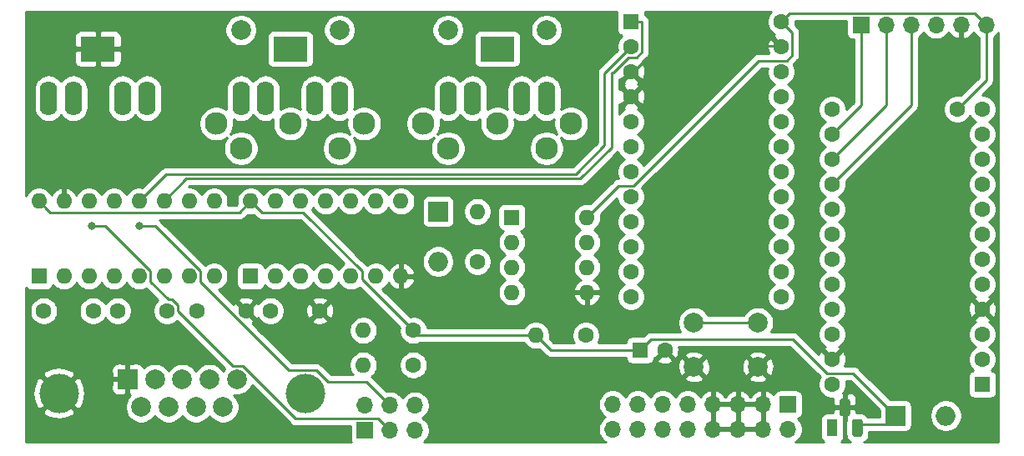
<source format=gbl>
G04 #@! TF.GenerationSoftware,KiCad,Pcbnew,5.1.10*
G04 #@! TF.CreationDate,2022-02-22T14:04:46+13:00*
G04 #@! TF.ProjectId,transcribe_circuit,7472616e-7363-4726-9962-655f63697263,v0_5_1*
G04 #@! TF.SameCoordinates,Original*
G04 #@! TF.FileFunction,Copper,L2,Bot*
G04 #@! TF.FilePolarity,Positive*
%FSLAX46Y46*%
G04 Gerber Fmt 4.6, Leading zero omitted, Abs format (unit mm)*
G04 Created by KiCad (PCBNEW 5.1.10) date 2022-02-22 14:04:46*
%MOMM*%
%LPD*%
G01*
G04 APERTURE LIST*
G04 #@! TA.AperFunction,ComponentPad*
%ADD10R,2.000000X2.000000*%
G04 #@! TD*
G04 #@! TA.AperFunction,ComponentPad*
%ADD11O,2.000000X2.000000*%
G04 #@! TD*
G04 #@! TA.AperFunction,ComponentPad*
%ADD12C,1.600000*%
G04 #@! TD*
G04 #@! TA.AperFunction,ComponentPad*
%ADD13R,1.600000X1.600000*%
G04 #@! TD*
G04 #@! TA.AperFunction,ComponentPad*
%ADD14O,1.600000X1.600000*%
G04 #@! TD*
G04 #@! TA.AperFunction,ComponentPad*
%ADD15R,1.700000X1.700000*%
G04 #@! TD*
G04 #@! TA.AperFunction,ComponentPad*
%ADD16O,1.700000X1.700000*%
G04 #@! TD*
G04 #@! TA.AperFunction,ComponentPad*
%ADD17R,1.100000X1.800000*%
G04 #@! TD*
G04 #@! TA.AperFunction,ComponentPad*
%ADD18R,3.500000X2.500000*%
G04 #@! TD*
G04 #@! TA.AperFunction,ComponentPad*
%ADD19O,1.750000X3.500000*%
G04 #@! TD*
G04 #@! TA.AperFunction,ComponentPad*
%ADD20C,2.000000*%
G04 #@! TD*
G04 #@! TA.AperFunction,ComponentPad*
%ADD21C,4.000000*%
G04 #@! TD*
G04 #@! TA.AperFunction,ComponentPad*
%ADD22C,2.300000*%
G04 #@! TD*
G04 #@! TA.AperFunction,ViaPad*
%ADD23C,0.800000*%
G04 #@! TD*
G04 #@! TA.AperFunction,Conductor*
%ADD24C,0.250000*%
G04 #@! TD*
G04 #@! TA.AperFunction,Conductor*
%ADD25C,0.254000*%
G04 #@! TD*
G04 #@! TA.AperFunction,Conductor*
%ADD26C,0.100000*%
G04 #@! TD*
G04 APERTURE END LIST*
D10*
X-247500000Y769080000D03*
D11*
X-247500000Y764000000D03*
D12*
X-207520000Y751530000D03*
X-207520000Y754070000D03*
X-207520000Y756610000D03*
X-207520000Y759150000D03*
X-207520000Y761690000D03*
X-207520000Y764230000D03*
X-207520000Y766770000D03*
X-207520000Y769310000D03*
X-207520000Y771850000D03*
X-207520000Y774390000D03*
X-207520000Y776930000D03*
X-207520000Y779470000D03*
X-192280000Y779470000D03*
X-192280000Y776930000D03*
X-192280000Y774390000D03*
X-192280000Y771850000D03*
X-192280000Y769310000D03*
X-192280000Y766770000D03*
X-192280000Y764230000D03*
X-192280000Y761690000D03*
X-192280000Y759150000D03*
X-192280000Y756610000D03*
X-192280000Y754070000D03*
D13*
X-192280000Y751530000D03*
D12*
X-194820000Y779470000D03*
D14*
X-255080000Y753500000D03*
D12*
X-250000000Y753500000D03*
D13*
X-288000000Y762500000D03*
D14*
X-270220000Y770120000D03*
X-285460000Y762500000D03*
X-272760000Y770120000D03*
X-282920000Y762500000D03*
X-275300000Y770120000D03*
X-280380000Y762500000D03*
X-277840000Y770120000D03*
X-277840000Y762500000D03*
X-280380000Y770120000D03*
X-275300000Y762500000D03*
X-282920000Y770120000D03*
X-272760000Y762500000D03*
X-285460000Y770120000D03*
X-270220000Y762500000D03*
X-288000000Y770120000D03*
D13*
X-240000000Y768500000D03*
D14*
X-232380000Y760880000D03*
X-240000000Y765960000D03*
X-232380000Y763420000D03*
X-240000000Y763420000D03*
X-232380000Y765960000D03*
X-240000000Y760880000D03*
X-232380000Y768500000D03*
D12*
X-243500000Y764000000D03*
D14*
X-243500000Y769080000D03*
X-237580000Y756500000D03*
D12*
X-232500000Y756500000D03*
X-250000000Y757000000D03*
D14*
X-255080000Y757000000D03*
D13*
X-266500000Y762500000D03*
D14*
X-251260000Y770120000D03*
X-263960000Y762500000D03*
X-253800000Y770120000D03*
X-261420000Y762500000D03*
X-256340000Y770120000D03*
X-258880000Y762500000D03*
X-258880000Y770120000D03*
X-256340000Y762500000D03*
X-261420000Y770120000D03*
X-253800000Y762500000D03*
X-263960000Y770120000D03*
X-251260000Y762500000D03*
X-266500000Y770120000D03*
D12*
X-212680000Y788370000D03*
X-212680000Y785830000D03*
X-212680000Y783290000D03*
X-212680000Y780750000D03*
X-212680000Y778210000D03*
X-212680000Y775670000D03*
X-212680000Y773130000D03*
X-212680000Y770590000D03*
X-212680000Y768050000D03*
X-212680000Y765510000D03*
X-212680000Y762970000D03*
X-212680000Y760430000D03*
X-227920000Y760430000D03*
X-227920000Y762970000D03*
X-227920000Y765510000D03*
X-227920000Y768050000D03*
X-227920000Y770590000D03*
X-227920000Y773130000D03*
X-227920000Y775670000D03*
X-227920000Y778210000D03*
X-227920000Y780750000D03*
X-227920000Y783290000D03*
X-227920000Y785830000D03*
D13*
X-227920000Y788370000D03*
X-227000000Y755000000D03*
D12*
X-224500000Y755000000D03*
X-287500000Y759000000D03*
X-282500000Y759000000D03*
X-267000000Y759000000D03*
X-272000000Y759000000D03*
X-275000000Y759000000D03*
X-280000000Y759000000D03*
X-264500000Y759000000D03*
X-259500000Y759000000D03*
D11*
X-195995000Y748350000D03*
D10*
X-201075000Y748350000D03*
D15*
X-212000000Y749500000D03*
D16*
X-212000000Y746960000D03*
X-214540000Y749500000D03*
X-214540000Y746960000D03*
X-217080000Y749500000D03*
X-217080000Y746960000D03*
X-219620000Y749500000D03*
X-219620000Y746960000D03*
X-222160000Y749500000D03*
X-222160000Y746960000D03*
X-224700000Y749500000D03*
X-224700000Y746960000D03*
X-227240000Y749500000D03*
X-227240000Y746960000D03*
X-229780000Y749500000D03*
X-229780000Y746960000D03*
D15*
X-204600000Y788050000D03*
D16*
X-202060000Y788050000D03*
X-199520000Y788050000D03*
X-196980000Y788050000D03*
X-194440000Y788050000D03*
X-191900000Y788050000D03*
G04 #@! TA.AperFunction,ComponentPad*
G36*
G01*
X-206780000Y748545000D02*
X-206780000Y749795000D01*
G75*
G02*
X-206505000Y750070000I275000J0D01*
G01*
X-205955000Y750070000D01*
G75*
G02*
X-205680000Y749795000I0J-275000D01*
G01*
X-205680000Y748545000D01*
G75*
G02*
X-205955000Y748270000I-275000J0D01*
G01*
X-206505000Y748270000D01*
G75*
G02*
X-206780000Y748545000I0J275000D01*
G01*
G37*
G04 #@! TD.AperFunction*
G04 #@! TA.AperFunction,ComponentPad*
G36*
G01*
X-205510000Y746475000D02*
X-205510000Y747725000D01*
G75*
G02*
X-205235000Y748000000I275000J0D01*
G01*
X-204685000Y748000000D01*
G75*
G02*
X-204410000Y747725000I0J-275000D01*
G01*
X-204410000Y746475000D01*
G75*
G02*
X-204685000Y746200000I-275000J0D01*
G01*
X-205235000Y746200000D01*
G75*
G02*
X-205510000Y746475000I0J275000D01*
G01*
G37*
G04 #@! TD.AperFunction*
D17*
X-207500000Y747100000D03*
D18*
X-282000000Y785596000D03*
D19*
X-277000000Y780590000D03*
X-287000000Y780590000D03*
X-279500000Y780590000D03*
X-284500000Y780590000D03*
D10*
X-279000000Y752050000D03*
D20*
X-276230000Y752050000D03*
X-273460000Y752050000D03*
X-270690000Y752050000D03*
X-267920000Y752050000D03*
X-277615000Y749210000D03*
X-274845000Y749210000D03*
X-272075000Y749210000D03*
X-269305000Y749210000D03*
D21*
X-285960000Y750630000D03*
X-260960000Y750630000D03*
D19*
X-244000000Y780590000D03*
X-239000000Y780590000D03*
X-246500000Y780590000D03*
X-236500000Y780590000D03*
D18*
X-241500000Y785596000D03*
D22*
X-236500000Y775500000D03*
D20*
X-246500000Y787500000D03*
D22*
X-234000000Y778000000D03*
X-241500000Y778000000D03*
X-249000000Y778000000D03*
X-246500000Y775500000D03*
D20*
X-236500000Y787500000D03*
D19*
X-265000000Y780590000D03*
X-260000000Y780590000D03*
X-267500000Y780590000D03*
X-257500000Y780590000D03*
D18*
X-262500000Y785596000D03*
D20*
X-257500000Y787500000D03*
D22*
X-267500000Y775500000D03*
X-270000000Y778000000D03*
X-262500000Y778000000D03*
X-255000000Y778000000D03*
D20*
X-267500000Y787500000D03*
D22*
X-257500000Y775500000D03*
D15*
X-254925000Y746850000D03*
D16*
X-254925000Y749390000D03*
X-252385000Y746850000D03*
X-252385000Y749390000D03*
X-249845000Y746850000D03*
X-249845000Y749390000D03*
D20*
X-215050000Y757800000D03*
X-215050000Y753300000D03*
X-221550000Y757800000D03*
X-221550000Y753300000D03*
D23*
X-282625000Y767575000D03*
X-277825000Y767625000D03*
D24*
X-225080000Y785930000D02*
X-212380000Y785930000D01*
X-227620000Y783390000D02*
X-225080000Y785930000D01*
X-281249998Y767575000D02*
X-282625000Y767575000D01*
X-276714999Y763040001D02*
X-281249998Y767575000D01*
X-274880001Y760125001D02*
X-276714999Y761959999D01*
X-273874999Y759540001D02*
X-274459999Y760125001D01*
X-267283999Y753375001D02*
X-268300001Y753375001D01*
X-274459999Y760125001D02*
X-274880001Y760125001D01*
X-273874999Y758949999D02*
X-273874999Y759540001D01*
X-261933999Y748025001D02*
X-267283999Y753375001D01*
X-253560001Y748025001D02*
X-261933999Y748025001D01*
X-276714999Y761959999D02*
X-276714999Y763040001D01*
X-268300001Y753375001D02*
X-273874999Y758949999D01*
X-252385000Y746850000D02*
X-253560001Y748025001D01*
X-276219998Y767625000D02*
X-277825000Y767625000D01*
X-271634999Y763040001D02*
X-276219998Y767625000D01*
X-271634999Y761959999D02*
X-271634999Y763040001D01*
X-262630001Y752955001D02*
X-271634999Y761959999D01*
X-259843999Y752955001D02*
X-262630001Y752955001D01*
X-258634999Y751746001D02*
X-259843999Y752955001D01*
X-254741001Y751746001D02*
X-258634999Y751746001D01*
X-252385000Y749390000D02*
X-254741001Y751746001D01*
X-231580001Y769299999D02*
X-232380000Y768500000D01*
X-229164999Y771715001D02*
X-231580001Y769299999D01*
X-227669997Y771715001D02*
X-229164999Y771715001D01*
X-214969997Y784415001D02*
X-227669997Y771715001D01*
X-212139999Y784415001D02*
X-214969997Y784415001D01*
X-211554999Y785000001D02*
X-212139999Y784415001D01*
X-211554999Y787244999D02*
X-211554999Y785000001D01*
X-212680000Y788370000D02*
X-211554999Y787244999D01*
X-204960000Y747500000D02*
X-204960000Y747725000D01*
X-236080000Y755000000D02*
X-237580000Y756500000D01*
X-227000000Y755000000D02*
X-236080000Y755000000D01*
X-249500000Y756500000D02*
X-250000000Y757000000D01*
X-237580000Y756500000D02*
X-249500000Y756500000D01*
X-265700001Y769320001D02*
X-266500000Y770120000D01*
X-265374999Y768994999D02*
X-265700001Y769320001D01*
X-261169997Y768994999D02*
X-265374999Y768994999D01*
X-255214999Y763040001D02*
X-261169997Y768994999D01*
X-255214999Y762214999D02*
X-255214999Y763040001D01*
X-250000000Y757000000D02*
X-255214999Y762214999D01*
X-287200001Y769320001D02*
X-288000000Y770120000D01*
X-286874999Y768994999D02*
X-287200001Y769320001D01*
X-267625001Y768994999D02*
X-286874999Y768994999D01*
X-266500000Y770120000D02*
X-267625001Y768994999D01*
X-191900000Y782390000D02*
X-191900000Y788050000D01*
X-194820000Y779470000D02*
X-191900000Y782390000D01*
X-211880001Y789169999D02*
X-212680000Y788370000D01*
X-211824999Y789225001D02*
X-211880001Y789169999D01*
X-193075001Y789225001D02*
X-211824999Y789225001D01*
X-191900000Y788050000D02*
X-193075001Y789225001D01*
X-205380001Y752655001D02*
X-201075000Y748350000D01*
X-208030001Y752655001D02*
X-205380001Y752655001D01*
X-211500001Y756125001D02*
X-208030001Y752655001D01*
X-225874999Y756125001D02*
X-211500001Y756125001D01*
X-227000000Y755000000D02*
X-225874999Y756125001D01*
X-201925000Y747500000D02*
X-201075000Y748350000D01*
X-204960000Y747500000D02*
X-201925000Y747500000D01*
X-199520000Y779850000D02*
X-199520000Y788050000D01*
X-207520000Y771850000D02*
X-199520000Y779850000D01*
X-202060000Y779850000D02*
X-202060000Y788050000D01*
X-207520000Y774390000D02*
X-202060000Y779850000D01*
X-204600000Y779850000D02*
X-204600000Y788050000D01*
X-207520000Y776930000D02*
X-204600000Y779850000D01*
X-275300000Y770120000D02*
X-273020000Y772400000D01*
X-273020000Y772400000D02*
X-233100000Y772400000D01*
X-233100000Y772400000D02*
X-229900000Y775600000D01*
X-229900000Y775600000D02*
X-229900000Y783200000D01*
X-226870000Y788370000D02*
X-227920000Y788370000D01*
X-226794999Y788294999D02*
X-226870000Y788370000D01*
X-226794999Y785289999D02*
X-226794999Y788294999D01*
X-227379999Y784704999D02*
X-226794999Y785289999D01*
X-229675002Y783200000D02*
X-228170003Y784704999D01*
X-228170003Y784704999D02*
X-227379999Y784704999D01*
X-229900000Y783200000D02*
X-229675002Y783200000D01*
X-275109990Y772850010D02*
X-233549990Y772850010D01*
X-277840000Y770120000D02*
X-275109990Y772850010D01*
X-233549990Y772850010D02*
X-230600000Y775800000D01*
X-230600000Y783150000D02*
X-227920000Y785830000D01*
X-230600000Y775800000D02*
X-230600000Y783150000D01*
X-221550000Y757800000D02*
X-215050000Y757800000D01*
D25*
X-206088072Y787200000D02*
X-206075812Y787075518D01*
X-206039502Y786955820D01*
X-205980537Y786845506D01*
X-205901185Y786748815D01*
X-205804494Y786669463D01*
X-205694180Y786610498D01*
X-205574482Y786574188D01*
X-205450000Y786561928D01*
X-205359999Y786561928D01*
X-205360000Y780164802D01*
X-206085000Y779439802D01*
X-206085000Y779611335D01*
X-206140147Y779888574D01*
X-206248320Y780149727D01*
X-206405363Y780384759D01*
X-206605241Y780584637D01*
X-206840273Y780741680D01*
X-207101426Y780849853D01*
X-207378665Y780905000D01*
X-207661335Y780905000D01*
X-207938574Y780849853D01*
X-208199727Y780741680D01*
X-208434759Y780584637D01*
X-208634637Y780384759D01*
X-208791680Y780149727D01*
X-208899853Y779888574D01*
X-208955000Y779611335D01*
X-208955000Y779328665D01*
X-208899853Y779051426D01*
X-208791680Y778790273D01*
X-208634637Y778555241D01*
X-208434759Y778355363D01*
X-208202241Y778200000D01*
X-208434759Y778044637D01*
X-208634637Y777844759D01*
X-208791680Y777609727D01*
X-208899853Y777348574D01*
X-208955000Y777071335D01*
X-208955000Y776788665D01*
X-208899853Y776511426D01*
X-208791680Y776250273D01*
X-208634637Y776015241D01*
X-208434759Y775815363D01*
X-208202241Y775660000D01*
X-208434759Y775504637D01*
X-208634637Y775304759D01*
X-208791680Y775069727D01*
X-208899853Y774808574D01*
X-208955000Y774531335D01*
X-208955000Y774248665D01*
X-208899853Y773971426D01*
X-208791680Y773710273D01*
X-208634637Y773475241D01*
X-208434759Y773275363D01*
X-208202241Y773120000D01*
X-208434759Y772964637D01*
X-208634637Y772764759D01*
X-208791680Y772529727D01*
X-208899853Y772268574D01*
X-208955000Y771991335D01*
X-208955000Y771708665D01*
X-208899853Y771431426D01*
X-208791680Y771170273D01*
X-208634637Y770935241D01*
X-208434759Y770735363D01*
X-208202241Y770580000D01*
X-208434759Y770424637D01*
X-208634637Y770224759D01*
X-208791680Y769989727D01*
X-208899853Y769728574D01*
X-208955000Y769451335D01*
X-208955000Y769168665D01*
X-208899853Y768891426D01*
X-208791680Y768630273D01*
X-208634637Y768395241D01*
X-208434759Y768195363D01*
X-208202241Y768040000D01*
X-208434759Y767884637D01*
X-208634637Y767684759D01*
X-208791680Y767449727D01*
X-208899853Y767188574D01*
X-208955000Y766911335D01*
X-208955000Y766628665D01*
X-208899853Y766351426D01*
X-208791680Y766090273D01*
X-208634637Y765855241D01*
X-208434759Y765655363D01*
X-208202241Y765500000D01*
X-208434759Y765344637D01*
X-208634637Y765144759D01*
X-208791680Y764909727D01*
X-208899853Y764648574D01*
X-208955000Y764371335D01*
X-208955000Y764088665D01*
X-208899853Y763811426D01*
X-208791680Y763550273D01*
X-208634637Y763315241D01*
X-208434759Y763115363D01*
X-208202241Y762960000D01*
X-208434759Y762804637D01*
X-208634637Y762604759D01*
X-208791680Y762369727D01*
X-208899853Y762108574D01*
X-208955000Y761831335D01*
X-208955000Y761548665D01*
X-208899853Y761271426D01*
X-208791680Y761010273D01*
X-208634637Y760775241D01*
X-208434759Y760575363D01*
X-208202241Y760420000D01*
X-208434759Y760264637D01*
X-208634637Y760064759D01*
X-208791680Y759829727D01*
X-208899853Y759568574D01*
X-208955000Y759291335D01*
X-208955000Y759008665D01*
X-208899853Y758731426D01*
X-208791680Y758470273D01*
X-208634637Y758235241D01*
X-208434759Y758035363D01*
X-208202241Y757880000D01*
X-208434759Y757724637D01*
X-208634637Y757524759D01*
X-208791680Y757289727D01*
X-208899853Y757028574D01*
X-208955000Y756751335D01*
X-208955000Y756468665D01*
X-208899853Y756191426D01*
X-208791680Y755930273D01*
X-208634637Y755695241D01*
X-208434759Y755495363D01*
X-208200872Y755339085D01*
X-208261514Y755306671D01*
X-208333097Y755062702D01*
X-207520000Y754249605D01*
X-206706903Y755062702D01*
X-206778486Y755306671D01*
X-206842992Y755337194D01*
X-206840273Y755338320D01*
X-206605241Y755495363D01*
X-206405363Y755695241D01*
X-206248320Y755930273D01*
X-206140147Y756191426D01*
X-206085000Y756468665D01*
X-206085000Y756751335D01*
X-206140147Y757028574D01*
X-206248320Y757289727D01*
X-206405363Y757524759D01*
X-206605241Y757724637D01*
X-206837759Y757880000D01*
X-206605241Y758035363D01*
X-206405363Y758235241D01*
X-206248320Y758470273D01*
X-206140147Y758731426D01*
X-206085000Y759008665D01*
X-206085000Y759079488D01*
X-193720217Y759079488D01*
X-193678787Y758799870D01*
X-193583603Y758533708D01*
X-193516671Y758408486D01*
X-193272702Y758336903D01*
X-192459605Y759150000D01*
X-192100395Y759150000D01*
X-191287298Y758336903D01*
X-191043329Y758408486D01*
X-190922429Y758663996D01*
X-190853700Y758938184D01*
X-190839783Y759220512D01*
X-190881213Y759500130D01*
X-190976397Y759766292D01*
X-191043329Y759891514D01*
X-191287298Y759963097D01*
X-192100395Y759150000D01*
X-192459605Y759150000D01*
X-193272702Y759963097D01*
X-193516671Y759891514D01*
X-193637571Y759636004D01*
X-193706300Y759361816D01*
X-193720217Y759079488D01*
X-206085000Y759079488D01*
X-206085000Y759291335D01*
X-206140147Y759568574D01*
X-206248320Y759829727D01*
X-206405363Y760064759D01*
X-206605241Y760264637D01*
X-206837759Y760420000D01*
X-206605241Y760575363D01*
X-206405363Y760775241D01*
X-206248320Y761010273D01*
X-206140147Y761271426D01*
X-206085000Y761548665D01*
X-206085000Y761831335D01*
X-206140147Y762108574D01*
X-206248320Y762369727D01*
X-206405363Y762604759D01*
X-206605241Y762804637D01*
X-206837759Y762960000D01*
X-206605241Y763115363D01*
X-206405363Y763315241D01*
X-206248320Y763550273D01*
X-206140147Y763811426D01*
X-206085000Y764088665D01*
X-206085000Y764371335D01*
X-206140147Y764648574D01*
X-206248320Y764909727D01*
X-206405363Y765144759D01*
X-206605241Y765344637D01*
X-206837759Y765500000D01*
X-206605241Y765655363D01*
X-206405363Y765855241D01*
X-206248320Y766090273D01*
X-206140147Y766351426D01*
X-206085000Y766628665D01*
X-206085000Y766911335D01*
X-206140147Y767188574D01*
X-206248320Y767449727D01*
X-206405363Y767684759D01*
X-206605241Y767884637D01*
X-206837759Y768040000D01*
X-206605241Y768195363D01*
X-206405363Y768395241D01*
X-206248320Y768630273D01*
X-206140147Y768891426D01*
X-206085000Y769168665D01*
X-206085000Y769451335D01*
X-206140147Y769728574D01*
X-206248320Y769989727D01*
X-206405363Y770224759D01*
X-206605241Y770424637D01*
X-206837759Y770580000D01*
X-206605241Y770735363D01*
X-206405363Y770935241D01*
X-206248320Y771170273D01*
X-206140147Y771431426D01*
X-206085000Y771708665D01*
X-206085000Y771991335D01*
X-206121312Y772173887D01*
X-199008991Y779286206D01*
X-198979999Y779309999D01*
X-198956205Y779338992D01*
X-198956201Y779338996D01*
X-198885027Y779425723D01*
X-198885026Y779425724D01*
X-198814454Y779557753D01*
X-198770997Y779701014D01*
X-198760000Y779812667D01*
X-198760000Y779812676D01*
X-198756324Y779849999D01*
X-198760000Y779887322D01*
X-198760000Y786771822D01*
X-198573368Y786896525D01*
X-198366525Y787103368D01*
X-198250000Y787277760D01*
X-198133475Y787103368D01*
X-197926632Y786896525D01*
X-197683411Y786734010D01*
X-197413158Y786622068D01*
X-197126260Y786565000D01*
X-196833740Y786565000D01*
X-196546842Y786622068D01*
X-196276589Y786734010D01*
X-196033368Y786896525D01*
X-195826525Y787103368D01*
X-195704805Y787285534D01*
X-195635178Y787168645D01*
X-195440269Y786952412D01*
X-195206920Y786778359D01*
X-194944099Y786653175D01*
X-194796890Y786608524D01*
X-194567000Y786729845D01*
X-194567000Y787923000D01*
X-194587000Y787923000D01*
X-194587000Y788177000D01*
X-194567000Y788177000D01*
X-194567000Y788197000D01*
X-194313000Y788197000D01*
X-194313000Y788177000D01*
X-194293000Y788177000D01*
X-194293000Y787923000D01*
X-194313000Y787923000D01*
X-194313000Y786729845D01*
X-194083110Y786608524D01*
X-193935901Y786653175D01*
X-193673080Y786778359D01*
X-193439731Y786952412D01*
X-193244822Y787168645D01*
X-193175195Y787285534D01*
X-193053475Y787103368D01*
X-192846632Y786896525D01*
X-192659999Y786771821D01*
X-192660000Y782704802D01*
X-194496114Y780868688D01*
X-194678665Y780905000D01*
X-194961335Y780905000D01*
X-195238574Y780849853D01*
X-195499727Y780741680D01*
X-195734759Y780584637D01*
X-195934637Y780384759D01*
X-196091680Y780149727D01*
X-196199853Y779888574D01*
X-196255000Y779611335D01*
X-196255000Y779328665D01*
X-196199853Y779051426D01*
X-196091680Y778790273D01*
X-195934637Y778555241D01*
X-195734759Y778355363D01*
X-195499727Y778198320D01*
X-195238574Y778090147D01*
X-194961335Y778035000D01*
X-194678665Y778035000D01*
X-194401426Y778090147D01*
X-194140273Y778198320D01*
X-193905241Y778355363D01*
X-193705363Y778555241D01*
X-193550000Y778787759D01*
X-193394637Y778555241D01*
X-193194759Y778355363D01*
X-192962241Y778200000D01*
X-193194759Y778044637D01*
X-193394637Y777844759D01*
X-193551680Y777609727D01*
X-193659853Y777348574D01*
X-193715000Y777071335D01*
X-193715000Y776788665D01*
X-193659853Y776511426D01*
X-193551680Y776250273D01*
X-193394637Y776015241D01*
X-193194759Y775815363D01*
X-192962241Y775660000D01*
X-193194759Y775504637D01*
X-193394637Y775304759D01*
X-193551680Y775069727D01*
X-193659853Y774808574D01*
X-193715000Y774531335D01*
X-193715000Y774248665D01*
X-193659853Y773971426D01*
X-193551680Y773710273D01*
X-193394637Y773475241D01*
X-193194759Y773275363D01*
X-192962241Y773120000D01*
X-193194759Y772964637D01*
X-193394637Y772764759D01*
X-193551680Y772529727D01*
X-193659853Y772268574D01*
X-193715000Y771991335D01*
X-193715000Y771708665D01*
X-193659853Y771431426D01*
X-193551680Y771170273D01*
X-193394637Y770935241D01*
X-193194759Y770735363D01*
X-192962241Y770580000D01*
X-193194759Y770424637D01*
X-193394637Y770224759D01*
X-193551680Y769989727D01*
X-193659853Y769728574D01*
X-193715000Y769451335D01*
X-193715000Y769168665D01*
X-193659853Y768891426D01*
X-193551680Y768630273D01*
X-193394637Y768395241D01*
X-193194759Y768195363D01*
X-192962241Y768040000D01*
X-193194759Y767884637D01*
X-193394637Y767684759D01*
X-193551680Y767449727D01*
X-193659853Y767188574D01*
X-193715000Y766911335D01*
X-193715000Y766628665D01*
X-193659853Y766351426D01*
X-193551680Y766090273D01*
X-193394637Y765855241D01*
X-193194759Y765655363D01*
X-192962241Y765500000D01*
X-193194759Y765344637D01*
X-193394637Y765144759D01*
X-193551680Y764909727D01*
X-193659853Y764648574D01*
X-193715000Y764371335D01*
X-193715000Y764088665D01*
X-193659853Y763811426D01*
X-193551680Y763550273D01*
X-193394637Y763315241D01*
X-193194759Y763115363D01*
X-192962241Y762960000D01*
X-193194759Y762804637D01*
X-193394637Y762604759D01*
X-193551680Y762369727D01*
X-193659853Y762108574D01*
X-193715000Y761831335D01*
X-193715000Y761548665D01*
X-193659853Y761271426D01*
X-193551680Y761010273D01*
X-193394637Y760775241D01*
X-193194759Y760575363D01*
X-192960872Y760419085D01*
X-193021514Y760386671D01*
X-193093097Y760142702D01*
X-192280000Y759329605D01*
X-191466903Y760142702D01*
X-191538486Y760386671D01*
X-191602992Y760417194D01*
X-191600273Y760418320D01*
X-191365241Y760575363D01*
X-191165363Y760775241D01*
X-191008320Y761010273D01*
X-190900147Y761271426D01*
X-190845000Y761548665D01*
X-190845000Y761831335D01*
X-190900147Y762108574D01*
X-191008320Y762369727D01*
X-191165363Y762604759D01*
X-191365241Y762804637D01*
X-191597759Y762960000D01*
X-191365241Y763115363D01*
X-191165363Y763315241D01*
X-191008320Y763550273D01*
X-190900147Y763811426D01*
X-190845000Y764088665D01*
X-190845000Y764371335D01*
X-190900147Y764648574D01*
X-191008320Y764909727D01*
X-191165363Y765144759D01*
X-191365241Y765344637D01*
X-191597759Y765500000D01*
X-191365241Y765655363D01*
X-191165363Y765855241D01*
X-191008320Y766090273D01*
X-190900147Y766351426D01*
X-190845000Y766628665D01*
X-190845000Y766911335D01*
X-190900147Y767188574D01*
X-191008320Y767449727D01*
X-191165363Y767684759D01*
X-191365241Y767884637D01*
X-191597759Y768040000D01*
X-191365241Y768195363D01*
X-191165363Y768395241D01*
X-191008320Y768630273D01*
X-190900147Y768891426D01*
X-190845000Y769168665D01*
X-190845000Y769451335D01*
X-190900147Y769728574D01*
X-191008320Y769989727D01*
X-191165363Y770224759D01*
X-191365241Y770424637D01*
X-191597759Y770580000D01*
X-191365241Y770735363D01*
X-191165363Y770935241D01*
X-191008320Y771170273D01*
X-190900147Y771431426D01*
X-190845000Y771708665D01*
X-190845000Y771991335D01*
X-190900147Y772268574D01*
X-191008320Y772529727D01*
X-191165363Y772764759D01*
X-191365241Y772964637D01*
X-191597759Y773120000D01*
X-191365241Y773275363D01*
X-191165363Y773475241D01*
X-191008320Y773710273D01*
X-190900147Y773971426D01*
X-190845000Y774248665D01*
X-190845000Y774531335D01*
X-190900147Y774808574D01*
X-191008320Y775069727D01*
X-191165363Y775304759D01*
X-191365241Y775504637D01*
X-191597759Y775660000D01*
X-191365241Y775815363D01*
X-191165363Y776015241D01*
X-191008320Y776250273D01*
X-190900147Y776511426D01*
X-190845000Y776788665D01*
X-190845000Y777071335D01*
X-190900147Y777348574D01*
X-191008320Y777609727D01*
X-191165363Y777844759D01*
X-191365241Y778044637D01*
X-191597759Y778200000D01*
X-191365241Y778355363D01*
X-191165363Y778555241D01*
X-191008320Y778790273D01*
X-190900147Y779051426D01*
X-190845000Y779328665D01*
X-190845000Y779611335D01*
X-190900147Y779888574D01*
X-191008320Y780149727D01*
X-191165363Y780384759D01*
X-191365241Y780584637D01*
X-191600273Y780741680D01*
X-191861426Y780849853D01*
X-192138665Y780905000D01*
X-192310198Y780905000D01*
X-191388996Y781826202D01*
X-191359999Y781849999D01*
X-191265026Y781965724D01*
X-191194454Y782097753D01*
X-191150997Y782241014D01*
X-191140000Y782352667D01*
X-191140000Y782352668D01*
X-191136323Y782390000D01*
X-191140000Y782427333D01*
X-191140000Y786771822D01*
X-190953368Y786896525D01*
X-190746525Y787103368D01*
X-190660000Y787232862D01*
X-190659999Y745660000D01*
X-204282133Y745660000D01*
X-204177724Y745715808D01*
X-204039361Y745829361D01*
X-203925808Y745967724D01*
X-203841431Y746125582D01*
X-203789472Y746296868D01*
X-203771928Y746475000D01*
X-203771928Y746740000D01*
X-202251607Y746740000D01*
X-202199482Y746724188D01*
X-202075000Y746711928D01*
X-200075000Y746711928D01*
X-199950518Y746724188D01*
X-199830820Y746760498D01*
X-199720506Y746819463D01*
X-199623815Y746898815D01*
X-199544463Y746995506D01*
X-199485498Y747105820D01*
X-199449188Y747225518D01*
X-199436928Y747350000D01*
X-199436928Y748511033D01*
X-197630000Y748511033D01*
X-197630000Y748188967D01*
X-197567168Y747873088D01*
X-197443918Y747575537D01*
X-197264987Y747307748D01*
X-197037252Y747080013D01*
X-196769463Y746901082D01*
X-196471912Y746777832D01*
X-196156033Y746715000D01*
X-195833967Y746715000D01*
X-195518088Y746777832D01*
X-195220537Y746901082D01*
X-194952748Y747080013D01*
X-194725013Y747307748D01*
X-194546082Y747575537D01*
X-194422832Y747873088D01*
X-194360000Y748188967D01*
X-194360000Y748511033D01*
X-194422832Y748826912D01*
X-194546082Y749124463D01*
X-194725013Y749392252D01*
X-194952748Y749619987D01*
X-195220537Y749798918D01*
X-195518088Y749922168D01*
X-195833967Y749985000D01*
X-196156033Y749985000D01*
X-196471912Y749922168D01*
X-196769463Y749798918D01*
X-197037252Y749619987D01*
X-197264987Y749392252D01*
X-197443918Y749124463D01*
X-197567168Y748826912D01*
X-197630000Y748511033D01*
X-199436928Y748511033D01*
X-199436928Y749350000D01*
X-199449188Y749474482D01*
X-199485498Y749594180D01*
X-199544463Y749704494D01*
X-199623815Y749801185D01*
X-199720506Y749880537D01*
X-199830820Y749939502D01*
X-199950518Y749975812D01*
X-200075000Y749988072D01*
X-201638270Y749988072D01*
X-203980198Y752330000D01*
X-193718072Y752330000D01*
X-193718072Y750730000D01*
X-193705812Y750605518D01*
X-193669502Y750485820D01*
X-193610537Y750375506D01*
X-193531185Y750278815D01*
X-193434494Y750199463D01*
X-193324180Y750140498D01*
X-193204482Y750104188D01*
X-193080000Y750091928D01*
X-191480000Y750091928D01*
X-191355518Y750104188D01*
X-191235820Y750140498D01*
X-191125506Y750199463D01*
X-191028815Y750278815D01*
X-190949463Y750375506D01*
X-190890498Y750485820D01*
X-190854188Y750605518D01*
X-190841928Y750730000D01*
X-190841928Y752330000D01*
X-190854188Y752454482D01*
X-190890498Y752574180D01*
X-190949463Y752684494D01*
X-191028815Y752781185D01*
X-191125506Y752860537D01*
X-191235820Y752919502D01*
X-191355518Y752955812D01*
X-191363961Y752956643D01*
X-191165363Y753155241D01*
X-191008320Y753390273D01*
X-190900147Y753651426D01*
X-190845000Y753928665D01*
X-190845000Y754211335D01*
X-190900147Y754488574D01*
X-191008320Y754749727D01*
X-191165363Y754984759D01*
X-191365241Y755184637D01*
X-191597759Y755340000D01*
X-191365241Y755495363D01*
X-191165363Y755695241D01*
X-191008320Y755930273D01*
X-190900147Y756191426D01*
X-190845000Y756468665D01*
X-190845000Y756751335D01*
X-190900147Y757028574D01*
X-191008320Y757289727D01*
X-191165363Y757524759D01*
X-191365241Y757724637D01*
X-191599128Y757880915D01*
X-191538486Y757913329D01*
X-191466903Y758157298D01*
X-192280000Y758970395D01*
X-193093097Y758157298D01*
X-193021514Y757913329D01*
X-192957008Y757882806D01*
X-192959727Y757881680D01*
X-193194759Y757724637D01*
X-193394637Y757524759D01*
X-193551680Y757289727D01*
X-193659853Y757028574D01*
X-193715000Y756751335D01*
X-193715000Y756468665D01*
X-193659853Y756191426D01*
X-193551680Y755930273D01*
X-193394637Y755695241D01*
X-193194759Y755495363D01*
X-192962241Y755340000D01*
X-193194759Y755184637D01*
X-193394637Y754984759D01*
X-193551680Y754749727D01*
X-193659853Y754488574D01*
X-193715000Y754211335D01*
X-193715000Y753928665D01*
X-193659853Y753651426D01*
X-193551680Y753390273D01*
X-193394637Y753155241D01*
X-193196039Y752956643D01*
X-193204482Y752955812D01*
X-193324180Y752919502D01*
X-193434494Y752860537D01*
X-193531185Y752781185D01*
X-193610537Y752684494D01*
X-193669502Y752574180D01*
X-193705812Y752454482D01*
X-193718072Y752330000D01*
X-203980198Y752330000D01*
X-204816197Y753165998D01*
X-204840000Y753195002D01*
X-204955725Y753289975D01*
X-205087754Y753360547D01*
X-205231015Y753404004D01*
X-205342668Y753415001D01*
X-205342679Y753415001D01*
X-205380001Y753418677D01*
X-205417323Y753415001D01*
X-206242393Y753415001D01*
X-206162429Y753583996D01*
X-206093700Y753858184D01*
X-206079783Y754140512D01*
X-206121213Y754420130D01*
X-206216397Y754686292D01*
X-206283329Y754811514D01*
X-206527298Y754883097D01*
X-207340395Y754070000D01*
X-207326253Y754055858D01*
X-207505858Y753876253D01*
X-207520000Y753890395D01*
X-207534143Y753876253D01*
X-207713748Y754055858D01*
X-207699605Y754070000D01*
X-208512702Y754883097D01*
X-208756671Y754811514D01*
X-208870708Y754570509D01*
X-210936197Y756635998D01*
X-210960000Y756665002D01*
X-211075725Y756759975D01*
X-211207754Y756830547D01*
X-211351015Y756874004D01*
X-211462668Y756885001D01*
X-211462679Y756885001D01*
X-211500001Y756888677D01*
X-211537323Y756885001D01*
X-213694985Y756885001D01*
X-213601082Y757025537D01*
X-213477832Y757323088D01*
X-213415000Y757638967D01*
X-213415000Y757961033D01*
X-213477832Y758276912D01*
X-213601082Y758574463D01*
X-213780013Y758842252D01*
X-214007748Y759069987D01*
X-214275537Y759248918D01*
X-214573088Y759372168D01*
X-214888967Y759435000D01*
X-215211033Y759435000D01*
X-215526912Y759372168D01*
X-215824463Y759248918D01*
X-216092252Y759069987D01*
X-216319987Y758842252D01*
X-216498918Y758574463D01*
X-216504909Y758560000D01*
X-220095091Y758560000D01*
X-220101082Y758574463D01*
X-220280013Y758842252D01*
X-220507748Y759069987D01*
X-220775537Y759248918D01*
X-221073088Y759372168D01*
X-221388967Y759435000D01*
X-221711033Y759435000D01*
X-222026912Y759372168D01*
X-222324463Y759248918D01*
X-222592252Y759069987D01*
X-222819987Y758842252D01*
X-222998918Y758574463D01*
X-223122168Y758276912D01*
X-223185000Y757961033D01*
X-223185000Y757638967D01*
X-223122168Y757323088D01*
X-222998918Y757025537D01*
X-222905015Y756885001D01*
X-225837674Y756885001D01*
X-225874999Y756888677D01*
X-225912324Y756885001D01*
X-225912332Y756885001D01*
X-226023985Y756874004D01*
X-226167246Y756830547D01*
X-226299275Y756759975D01*
X-226415000Y756665002D01*
X-226438798Y756636004D01*
X-226636730Y756438072D01*
X-227800000Y756438072D01*
X-227924482Y756425812D01*
X-228044180Y756389502D01*
X-228154494Y756330537D01*
X-228251185Y756251185D01*
X-228330537Y756154494D01*
X-228389502Y756044180D01*
X-228425812Y755924482D01*
X-228438072Y755800000D01*
X-228438072Y755760000D01*
X-231268593Y755760000D01*
X-231228320Y755820273D01*
X-231120147Y756081426D01*
X-231065000Y756358665D01*
X-231065000Y756641335D01*
X-231120147Y756918574D01*
X-231228320Y757179727D01*
X-231385363Y757414759D01*
X-231585241Y757614637D01*
X-231820273Y757771680D01*
X-232081426Y757879853D01*
X-232358665Y757935000D01*
X-232641335Y757935000D01*
X-232918574Y757879853D01*
X-233179727Y757771680D01*
X-233414759Y757614637D01*
X-233614637Y757414759D01*
X-233771680Y757179727D01*
X-233879853Y756918574D01*
X-233935000Y756641335D01*
X-233935000Y756358665D01*
X-233879853Y756081426D01*
X-233771680Y755820273D01*
X-233731407Y755760000D01*
X-235765198Y755760000D01*
X-236181312Y756176114D01*
X-236145000Y756358665D01*
X-236145000Y756641335D01*
X-236200147Y756918574D01*
X-236308320Y757179727D01*
X-236465363Y757414759D01*
X-236665241Y757614637D01*
X-236900273Y757771680D01*
X-237161426Y757879853D01*
X-237438665Y757935000D01*
X-237721335Y757935000D01*
X-237998574Y757879853D01*
X-238259727Y757771680D01*
X-238494759Y757614637D01*
X-238694637Y757414759D01*
X-238798043Y757260000D01*
X-248588604Y757260000D01*
X-248620147Y757418574D01*
X-248728320Y757679727D01*
X-248885363Y757914759D01*
X-249085241Y758114637D01*
X-249320273Y758271680D01*
X-249581426Y758379853D01*
X-249858665Y758435000D01*
X-250141335Y758435000D01*
X-250323886Y758398688D01*
X-253143781Y761218583D01*
X-253120273Y761228320D01*
X-252885241Y761385363D01*
X-252685363Y761585241D01*
X-252528320Y761820273D01*
X-252523933Y761830865D01*
X-252412385Y761644869D01*
X-252223414Y761436481D01*
X-251997420Y761268963D01*
X-251743087Y761148754D01*
X-251609039Y761108096D01*
X-251387000Y761230085D01*
X-251387000Y762373000D01*
X-251133000Y762373000D01*
X-251133000Y761230085D01*
X-250910961Y761108096D01*
X-250776913Y761148754D01*
X-250522580Y761268963D01*
X-250296586Y761436481D01*
X-250107615Y761644869D01*
X-249962930Y761886119D01*
X-249868091Y762150960D01*
X-249989376Y762373000D01*
X-251133000Y762373000D01*
X-251387000Y762373000D01*
X-251407000Y762373000D01*
X-251407000Y762627000D01*
X-251387000Y762627000D01*
X-251387000Y763769915D01*
X-251133000Y763769915D01*
X-251133000Y762627000D01*
X-249989376Y762627000D01*
X-249868091Y762849040D01*
X-249962930Y763113881D01*
X-250107615Y763355131D01*
X-250296586Y763563519D01*
X-250522580Y763731037D01*
X-250776913Y763851246D01*
X-250910961Y763891904D01*
X-251133000Y763769915D01*
X-251387000Y763769915D01*
X-251609039Y763891904D01*
X-251743087Y763851246D01*
X-251997420Y763731037D01*
X-252223414Y763563519D01*
X-252412385Y763355131D01*
X-252523933Y763169135D01*
X-252528320Y763179727D01*
X-252685363Y763414759D01*
X-252885241Y763614637D01*
X-253120273Y763771680D01*
X-253381426Y763879853D01*
X-253658665Y763935000D01*
X-253941335Y763935000D01*
X-254218574Y763879853D01*
X-254479727Y763771680D01*
X-254714759Y763614637D01*
X-254714796Y763614600D01*
X-255261229Y764161033D01*
X-249135000Y764161033D01*
X-249135000Y763838967D01*
X-249072168Y763523088D01*
X-248948918Y763225537D01*
X-248769987Y762957748D01*
X-248542252Y762730013D01*
X-248274463Y762551082D01*
X-247976912Y762427832D01*
X-247661033Y762365000D01*
X-247338967Y762365000D01*
X-247023088Y762427832D01*
X-246725537Y762551082D01*
X-246457748Y762730013D01*
X-246230013Y762957748D01*
X-246051082Y763225537D01*
X-245927832Y763523088D01*
X-245865000Y763838967D01*
X-245865000Y764141335D01*
X-244935000Y764141335D01*
X-244935000Y763858665D01*
X-244879853Y763581426D01*
X-244771680Y763320273D01*
X-244614637Y763085241D01*
X-244414759Y762885363D01*
X-244179727Y762728320D01*
X-243918574Y762620147D01*
X-243641335Y762565000D01*
X-243358665Y762565000D01*
X-243081426Y762620147D01*
X-242820273Y762728320D01*
X-242585241Y762885363D01*
X-242385363Y763085241D01*
X-242228320Y763320273D01*
X-242120147Y763581426D01*
X-242065000Y763858665D01*
X-242065000Y764141335D01*
X-242120147Y764418574D01*
X-242228320Y764679727D01*
X-242385363Y764914759D01*
X-242585241Y765114637D01*
X-242820273Y765271680D01*
X-243081426Y765379853D01*
X-243358665Y765435000D01*
X-243641335Y765435000D01*
X-243918574Y765379853D01*
X-244179727Y765271680D01*
X-244414759Y765114637D01*
X-244614637Y764914759D01*
X-244771680Y764679727D01*
X-244879853Y764418574D01*
X-244935000Y764141335D01*
X-245865000Y764141335D01*
X-245865000Y764161033D01*
X-245927832Y764476912D01*
X-246051082Y764774463D01*
X-246230013Y765042252D01*
X-246457748Y765269987D01*
X-246725537Y765448918D01*
X-247023088Y765572168D01*
X-247338967Y765635000D01*
X-247661033Y765635000D01*
X-247976912Y765572168D01*
X-248274463Y765448918D01*
X-248542252Y765269987D01*
X-248769987Y765042252D01*
X-248948918Y764774463D01*
X-249072168Y764476912D01*
X-249135000Y764161033D01*
X-255261229Y764161033D01*
X-260305400Y769205204D01*
X-260305363Y769205241D01*
X-260150000Y769437759D01*
X-259994637Y769205241D01*
X-259794759Y769005363D01*
X-259559727Y768848320D01*
X-259298574Y768740147D01*
X-259021335Y768685000D01*
X-258738665Y768685000D01*
X-258461426Y768740147D01*
X-258200273Y768848320D01*
X-257965241Y769005363D01*
X-257765363Y769205241D01*
X-257610000Y769437759D01*
X-257454637Y769205241D01*
X-257254759Y769005363D01*
X-257019727Y768848320D01*
X-256758574Y768740147D01*
X-256481335Y768685000D01*
X-256198665Y768685000D01*
X-255921426Y768740147D01*
X-255660273Y768848320D01*
X-255425241Y769005363D01*
X-255225363Y769205241D01*
X-255070000Y769437759D01*
X-254914637Y769205241D01*
X-254714759Y769005363D01*
X-254479727Y768848320D01*
X-254218574Y768740147D01*
X-253941335Y768685000D01*
X-253658665Y768685000D01*
X-253381426Y768740147D01*
X-253120273Y768848320D01*
X-252885241Y769005363D01*
X-252685363Y769205241D01*
X-252530000Y769437759D01*
X-252374637Y769205241D01*
X-252174759Y769005363D01*
X-251939727Y768848320D01*
X-251678574Y768740147D01*
X-251401335Y768685000D01*
X-251118665Y768685000D01*
X-250841426Y768740147D01*
X-250580273Y768848320D01*
X-250345241Y769005363D01*
X-250145363Y769205241D01*
X-249988320Y769440273D01*
X-249880147Y769701426D01*
X-249825000Y769978665D01*
X-249825000Y770080000D01*
X-249138072Y770080000D01*
X-249138072Y768080000D01*
X-249125812Y767955518D01*
X-249089502Y767835820D01*
X-249030537Y767725506D01*
X-248951185Y767628815D01*
X-248854494Y767549463D01*
X-248744180Y767490498D01*
X-248624482Y767454188D01*
X-248500000Y767441928D01*
X-246500000Y767441928D01*
X-246375518Y767454188D01*
X-246255820Y767490498D01*
X-246145506Y767549463D01*
X-246048815Y767628815D01*
X-245969463Y767725506D01*
X-245910498Y767835820D01*
X-245874188Y767955518D01*
X-245861928Y768080000D01*
X-245861928Y769221335D01*
X-244935000Y769221335D01*
X-244935000Y768938665D01*
X-244879853Y768661426D01*
X-244771680Y768400273D01*
X-244614637Y768165241D01*
X-244414759Y767965363D01*
X-244179727Y767808320D01*
X-243918574Y767700147D01*
X-243641335Y767645000D01*
X-243358665Y767645000D01*
X-243081426Y767700147D01*
X-242820273Y767808320D01*
X-242585241Y767965363D01*
X-242385363Y768165241D01*
X-242228320Y768400273D01*
X-242120147Y768661426D01*
X-242065000Y768938665D01*
X-242065000Y769221335D01*
X-242080647Y769300000D01*
X-241438072Y769300000D01*
X-241438072Y767700000D01*
X-241425812Y767575518D01*
X-241389502Y767455820D01*
X-241330537Y767345506D01*
X-241251185Y767248815D01*
X-241154494Y767169463D01*
X-241044180Y767110498D01*
X-240924482Y767074188D01*
X-240916039Y767073357D01*
X-241114637Y766874759D01*
X-241271680Y766639727D01*
X-241379853Y766378574D01*
X-241435000Y766101335D01*
X-241435000Y765818665D01*
X-241379853Y765541426D01*
X-241271680Y765280273D01*
X-241114637Y765045241D01*
X-240914759Y764845363D01*
X-240682241Y764690000D01*
X-240914759Y764534637D01*
X-241114637Y764334759D01*
X-241271680Y764099727D01*
X-241379853Y763838574D01*
X-241435000Y763561335D01*
X-241435000Y763278665D01*
X-241379853Y763001426D01*
X-241271680Y762740273D01*
X-241114637Y762505241D01*
X-240914759Y762305363D01*
X-240682241Y762150000D01*
X-240914759Y761994637D01*
X-241114637Y761794759D01*
X-241271680Y761559727D01*
X-241379853Y761298574D01*
X-241435000Y761021335D01*
X-241435000Y760738665D01*
X-241379853Y760461426D01*
X-241271680Y760200273D01*
X-241114637Y759965241D01*
X-240914759Y759765363D01*
X-240679727Y759608320D01*
X-240418574Y759500147D01*
X-240141335Y759445000D01*
X-239858665Y759445000D01*
X-239581426Y759500147D01*
X-239320273Y759608320D01*
X-239085241Y759765363D01*
X-238885363Y759965241D01*
X-238728320Y760200273D01*
X-238620147Y760461426D01*
X-238606316Y760530961D01*
X-233771904Y760530961D01*
X-233731246Y760396913D01*
X-233611037Y760142580D01*
X-233443519Y759916586D01*
X-233235131Y759727615D01*
X-232993881Y759582930D01*
X-232729040Y759488091D01*
X-232507000Y759609376D01*
X-232507000Y760753000D01*
X-232253000Y760753000D01*
X-232253000Y759609376D01*
X-232030960Y759488091D01*
X-231766119Y759582930D01*
X-231524869Y759727615D01*
X-231316481Y759916586D01*
X-231148963Y760142580D01*
X-231028754Y760396913D01*
X-230988096Y760530961D01*
X-231110085Y760753000D01*
X-232253000Y760753000D01*
X-232507000Y760753000D01*
X-233649915Y760753000D01*
X-233771904Y760530961D01*
X-238606316Y760530961D01*
X-238565000Y760738665D01*
X-238565000Y761021335D01*
X-238620147Y761298574D01*
X-238728320Y761559727D01*
X-238885363Y761794759D01*
X-239085241Y761994637D01*
X-239317759Y762150000D01*
X-239085241Y762305363D01*
X-238885363Y762505241D01*
X-238728320Y762740273D01*
X-238620147Y763001426D01*
X-238565000Y763278665D01*
X-238565000Y763561335D01*
X-238620147Y763838574D01*
X-238728320Y764099727D01*
X-238885363Y764334759D01*
X-239085241Y764534637D01*
X-239317759Y764690000D01*
X-239085241Y764845363D01*
X-238885363Y765045241D01*
X-238728320Y765280273D01*
X-238620147Y765541426D01*
X-238565000Y765818665D01*
X-238565000Y766101335D01*
X-238620147Y766378574D01*
X-238728320Y766639727D01*
X-238885363Y766874759D01*
X-239083961Y767073357D01*
X-239075518Y767074188D01*
X-238955820Y767110498D01*
X-238845506Y767169463D01*
X-238748815Y767248815D01*
X-238669463Y767345506D01*
X-238610498Y767455820D01*
X-238574188Y767575518D01*
X-238561928Y767700000D01*
X-238561928Y769300000D01*
X-238574188Y769424482D01*
X-238610498Y769544180D01*
X-238669463Y769654494D01*
X-238748815Y769751185D01*
X-238845506Y769830537D01*
X-238955820Y769889502D01*
X-239075518Y769925812D01*
X-239200000Y769938072D01*
X-240800000Y769938072D01*
X-240924482Y769925812D01*
X-241044180Y769889502D01*
X-241154494Y769830537D01*
X-241251185Y769751185D01*
X-241330537Y769654494D01*
X-241389502Y769544180D01*
X-241425812Y769424482D01*
X-241438072Y769300000D01*
X-242080647Y769300000D01*
X-242120147Y769498574D01*
X-242228320Y769759727D01*
X-242385363Y769994759D01*
X-242585241Y770194637D01*
X-242820273Y770351680D01*
X-243081426Y770459853D01*
X-243358665Y770515000D01*
X-243641335Y770515000D01*
X-243918574Y770459853D01*
X-244179727Y770351680D01*
X-244414759Y770194637D01*
X-244614637Y769994759D01*
X-244771680Y769759727D01*
X-244879853Y769498574D01*
X-244935000Y769221335D01*
X-245861928Y769221335D01*
X-245861928Y770080000D01*
X-245874188Y770204482D01*
X-245910498Y770324180D01*
X-245969463Y770434494D01*
X-246048815Y770531185D01*
X-246145506Y770610537D01*
X-246255820Y770669502D01*
X-246375518Y770705812D01*
X-246500000Y770718072D01*
X-248500000Y770718072D01*
X-248624482Y770705812D01*
X-248744180Y770669502D01*
X-248854494Y770610537D01*
X-248951185Y770531185D01*
X-249030537Y770434494D01*
X-249089502Y770324180D01*
X-249125812Y770204482D01*
X-249138072Y770080000D01*
X-249825000Y770080000D01*
X-249825000Y770261335D01*
X-249880147Y770538574D01*
X-249988320Y770799727D01*
X-250145363Y771034759D01*
X-250345241Y771234637D01*
X-250580273Y771391680D01*
X-250841426Y771499853D01*
X-251118665Y771555000D01*
X-251401335Y771555000D01*
X-251678574Y771499853D01*
X-251939727Y771391680D01*
X-252174759Y771234637D01*
X-252374637Y771034759D01*
X-252530000Y770802241D01*
X-252685363Y771034759D01*
X-252885241Y771234637D01*
X-253120273Y771391680D01*
X-253381426Y771499853D01*
X-253658665Y771555000D01*
X-253941335Y771555000D01*
X-254218574Y771499853D01*
X-254479727Y771391680D01*
X-254714759Y771234637D01*
X-254914637Y771034759D01*
X-255070000Y770802241D01*
X-255225363Y771034759D01*
X-255425241Y771234637D01*
X-255660273Y771391680D01*
X-255921426Y771499853D01*
X-256198665Y771555000D01*
X-256481335Y771555000D01*
X-256758574Y771499853D01*
X-257019727Y771391680D01*
X-257254759Y771234637D01*
X-257454637Y771034759D01*
X-257610000Y770802241D01*
X-257765363Y771034759D01*
X-257965241Y771234637D01*
X-258200273Y771391680D01*
X-258461426Y771499853D01*
X-258738665Y771555000D01*
X-259021335Y771555000D01*
X-259298574Y771499853D01*
X-259559727Y771391680D01*
X-259794759Y771234637D01*
X-259994637Y771034759D01*
X-260150000Y770802241D01*
X-260305363Y771034759D01*
X-260505241Y771234637D01*
X-260740273Y771391680D01*
X-261001426Y771499853D01*
X-261278665Y771555000D01*
X-261561335Y771555000D01*
X-261838574Y771499853D01*
X-262099727Y771391680D01*
X-262334759Y771234637D01*
X-262534637Y771034759D01*
X-262690000Y770802241D01*
X-262845363Y771034759D01*
X-263045241Y771234637D01*
X-263280273Y771391680D01*
X-263541426Y771499853D01*
X-263818665Y771555000D01*
X-264101335Y771555000D01*
X-264378574Y771499853D01*
X-264639727Y771391680D01*
X-264874759Y771234637D01*
X-265074637Y771034759D01*
X-265230000Y770802241D01*
X-265385363Y771034759D01*
X-265585241Y771234637D01*
X-265820273Y771391680D01*
X-266081426Y771499853D01*
X-266358665Y771555000D01*
X-266641335Y771555000D01*
X-266918574Y771499853D01*
X-267179727Y771391680D01*
X-267414759Y771234637D01*
X-267614637Y771034759D01*
X-267771680Y770799727D01*
X-267879853Y770538574D01*
X-267935000Y770261335D01*
X-267935000Y769978665D01*
X-267898688Y769796113D01*
X-267939802Y769754999D01*
X-268829491Y769754999D01*
X-268785000Y769978665D01*
X-268785000Y770261335D01*
X-268840147Y770538574D01*
X-268948320Y770799727D01*
X-269105363Y771034759D01*
X-269305241Y771234637D01*
X-269540273Y771391680D01*
X-269801426Y771499853D01*
X-270078665Y771555000D01*
X-270361335Y771555000D01*
X-270638574Y771499853D01*
X-270899727Y771391680D01*
X-271134759Y771234637D01*
X-271334637Y771034759D01*
X-271490000Y770802241D01*
X-271645363Y771034759D01*
X-271845241Y771234637D01*
X-272080273Y771391680D01*
X-272341426Y771499853D01*
X-272618665Y771555000D01*
X-272790198Y771555000D01*
X-272705198Y771640000D01*
X-233137322Y771640000D01*
X-233100000Y771636324D01*
X-233062678Y771640000D01*
X-233062667Y771640000D01*
X-232951014Y771650997D01*
X-232807753Y771694454D01*
X-232675724Y771765026D01*
X-232559999Y771859999D01*
X-232536196Y771889003D01*
X-229388991Y775036206D01*
X-229359999Y775059999D01*
X-229336205Y775088992D01*
X-229336201Y775088996D01*
X-229267332Y775172914D01*
X-229191680Y774990273D01*
X-229034637Y774755241D01*
X-228834759Y774555363D01*
X-228602241Y774400000D01*
X-228834759Y774244637D01*
X-229034637Y774044759D01*
X-229191680Y773809727D01*
X-229299853Y773548574D01*
X-229355000Y773271335D01*
X-229355000Y772988665D01*
X-229299853Y772711426D01*
X-229201939Y772475040D01*
X-229202332Y772475001D01*
X-229313985Y772464004D01*
X-229457246Y772420547D01*
X-229589275Y772349975D01*
X-229705000Y772255002D01*
X-229728798Y772226004D01*
X-232056113Y769898688D01*
X-232238665Y769935000D01*
X-232521335Y769935000D01*
X-232798574Y769879853D01*
X-233059727Y769771680D01*
X-233294759Y769614637D01*
X-233494637Y769414759D01*
X-233651680Y769179727D01*
X-233759853Y768918574D01*
X-233815000Y768641335D01*
X-233815000Y768358665D01*
X-233759853Y768081426D01*
X-233651680Y767820273D01*
X-233494637Y767585241D01*
X-233294759Y767385363D01*
X-233062241Y767230000D01*
X-233294759Y767074637D01*
X-233494637Y766874759D01*
X-233651680Y766639727D01*
X-233759853Y766378574D01*
X-233815000Y766101335D01*
X-233815000Y765818665D01*
X-233759853Y765541426D01*
X-233651680Y765280273D01*
X-233494637Y765045241D01*
X-233294759Y764845363D01*
X-233062241Y764690000D01*
X-233294759Y764534637D01*
X-233494637Y764334759D01*
X-233651680Y764099727D01*
X-233759853Y763838574D01*
X-233815000Y763561335D01*
X-233815000Y763278665D01*
X-233759853Y763001426D01*
X-233651680Y762740273D01*
X-233494637Y762505241D01*
X-233294759Y762305363D01*
X-233059727Y762148320D01*
X-233049135Y762143933D01*
X-233235131Y762032385D01*
X-233443519Y761843414D01*
X-233611037Y761617420D01*
X-233731246Y761363087D01*
X-233771904Y761229039D01*
X-233649915Y761007000D01*
X-232507000Y761007000D01*
X-232507000Y761027000D01*
X-232253000Y761027000D01*
X-232253000Y761007000D01*
X-231110085Y761007000D01*
X-230988096Y761229039D01*
X-231028754Y761363087D01*
X-231148963Y761617420D01*
X-231316481Y761843414D01*
X-231524869Y762032385D01*
X-231710865Y762143933D01*
X-231700273Y762148320D01*
X-231465241Y762305363D01*
X-231265363Y762505241D01*
X-231108320Y762740273D01*
X-231000147Y763001426D01*
X-230945000Y763278665D01*
X-230945000Y763561335D01*
X-231000147Y763838574D01*
X-231108320Y764099727D01*
X-231265363Y764334759D01*
X-231465241Y764534637D01*
X-231697759Y764690000D01*
X-231465241Y764845363D01*
X-231265363Y765045241D01*
X-231108320Y765280273D01*
X-231000147Y765541426D01*
X-230945000Y765818665D01*
X-230945000Y766101335D01*
X-231000147Y766378574D01*
X-231108320Y766639727D01*
X-231265363Y766874759D01*
X-231465241Y767074637D01*
X-231697759Y767230000D01*
X-231465241Y767385363D01*
X-231265363Y767585241D01*
X-231108320Y767820273D01*
X-231000147Y768081426D01*
X-230945000Y768358665D01*
X-230945000Y768641335D01*
X-230981312Y768823887D01*
X-229355000Y770450198D01*
X-229355000Y770448665D01*
X-229299853Y770171426D01*
X-229191680Y769910273D01*
X-229034637Y769675241D01*
X-228834759Y769475363D01*
X-228602241Y769320000D01*
X-228834759Y769164637D01*
X-229034637Y768964759D01*
X-229191680Y768729727D01*
X-229299853Y768468574D01*
X-229355000Y768191335D01*
X-229355000Y767908665D01*
X-229299853Y767631426D01*
X-229191680Y767370273D01*
X-229034637Y767135241D01*
X-228834759Y766935363D01*
X-228602241Y766780000D01*
X-228834759Y766624637D01*
X-229034637Y766424759D01*
X-229191680Y766189727D01*
X-229299853Y765928574D01*
X-229355000Y765651335D01*
X-229355000Y765368665D01*
X-229299853Y765091426D01*
X-229191680Y764830273D01*
X-229034637Y764595241D01*
X-228834759Y764395363D01*
X-228602241Y764240000D01*
X-228834759Y764084637D01*
X-229034637Y763884759D01*
X-229191680Y763649727D01*
X-229299853Y763388574D01*
X-229355000Y763111335D01*
X-229355000Y762828665D01*
X-229299853Y762551426D01*
X-229191680Y762290273D01*
X-229034637Y762055241D01*
X-228834759Y761855363D01*
X-228602241Y761700000D01*
X-228834759Y761544637D01*
X-229034637Y761344759D01*
X-229191680Y761109727D01*
X-229299853Y760848574D01*
X-229355000Y760571335D01*
X-229355000Y760288665D01*
X-229299853Y760011426D01*
X-229191680Y759750273D01*
X-229034637Y759515241D01*
X-228834759Y759315363D01*
X-228599727Y759158320D01*
X-228338574Y759050147D01*
X-228061335Y758995000D01*
X-227778665Y758995000D01*
X-227501426Y759050147D01*
X-227240273Y759158320D01*
X-227005241Y759315363D01*
X-226805363Y759515241D01*
X-226648320Y759750273D01*
X-226540147Y760011426D01*
X-226485000Y760288665D01*
X-226485000Y760571335D01*
X-226540147Y760848574D01*
X-226648320Y761109727D01*
X-226805363Y761344759D01*
X-227005241Y761544637D01*
X-227237759Y761700000D01*
X-227005241Y761855363D01*
X-226805363Y762055241D01*
X-226648320Y762290273D01*
X-226540147Y762551426D01*
X-226485000Y762828665D01*
X-226485000Y763111335D01*
X-226540147Y763388574D01*
X-226648320Y763649727D01*
X-226805363Y763884759D01*
X-227005241Y764084637D01*
X-227237759Y764240000D01*
X-227005241Y764395363D01*
X-226805363Y764595241D01*
X-226648320Y764830273D01*
X-226540147Y765091426D01*
X-226485000Y765368665D01*
X-226485000Y765651335D01*
X-226540147Y765928574D01*
X-226648320Y766189727D01*
X-226805363Y766424759D01*
X-227005241Y766624637D01*
X-227237759Y766780000D01*
X-227005241Y766935363D01*
X-226805363Y767135241D01*
X-226648320Y767370273D01*
X-226540147Y767631426D01*
X-226485000Y767908665D01*
X-226485000Y768191335D01*
X-226540147Y768468574D01*
X-226648320Y768729727D01*
X-226805363Y768964759D01*
X-227005241Y769164637D01*
X-227237759Y769320000D01*
X-227005241Y769475363D01*
X-226805363Y769675241D01*
X-226648320Y769910273D01*
X-226540147Y770171426D01*
X-226485000Y770448665D01*
X-226485000Y770731335D01*
X-226540147Y771008574D01*
X-226648320Y771269727D01*
X-226805363Y771504759D01*
X-226805400Y771504796D01*
X-214655195Y783655001D01*
X-214070509Y783655001D01*
X-214115000Y783431335D01*
X-214115000Y783148665D01*
X-214059853Y782871426D01*
X-213951680Y782610273D01*
X-213794637Y782375241D01*
X-213594759Y782175363D01*
X-213362241Y782020000D01*
X-213594759Y781864637D01*
X-213794637Y781664759D01*
X-213951680Y781429727D01*
X-214059853Y781168574D01*
X-214115000Y780891335D01*
X-214115000Y780608665D01*
X-214059853Y780331426D01*
X-213951680Y780070273D01*
X-213794637Y779835241D01*
X-213594759Y779635363D01*
X-213362241Y779480000D01*
X-213594759Y779324637D01*
X-213794637Y779124759D01*
X-213951680Y778889727D01*
X-214059853Y778628574D01*
X-214115000Y778351335D01*
X-214115000Y778068665D01*
X-214059853Y777791426D01*
X-213951680Y777530273D01*
X-213794637Y777295241D01*
X-213594759Y777095363D01*
X-213362241Y776940000D01*
X-213594759Y776784637D01*
X-213794637Y776584759D01*
X-213951680Y776349727D01*
X-214059853Y776088574D01*
X-214115000Y775811335D01*
X-214115000Y775528665D01*
X-214059853Y775251426D01*
X-213951680Y774990273D01*
X-213794637Y774755241D01*
X-213594759Y774555363D01*
X-213362241Y774400000D01*
X-213594759Y774244637D01*
X-213794637Y774044759D01*
X-213951680Y773809727D01*
X-214059853Y773548574D01*
X-214115000Y773271335D01*
X-214115000Y772988665D01*
X-214059853Y772711426D01*
X-213951680Y772450273D01*
X-213794637Y772215241D01*
X-213594759Y772015363D01*
X-213362241Y771860000D01*
X-213594759Y771704637D01*
X-213794637Y771504759D01*
X-213951680Y771269727D01*
X-214059853Y771008574D01*
X-214115000Y770731335D01*
X-214115000Y770448665D01*
X-214059853Y770171426D01*
X-213951680Y769910273D01*
X-213794637Y769675241D01*
X-213594759Y769475363D01*
X-213362241Y769320000D01*
X-213594759Y769164637D01*
X-213794637Y768964759D01*
X-213951680Y768729727D01*
X-214059853Y768468574D01*
X-214115000Y768191335D01*
X-214115000Y767908665D01*
X-214059853Y767631426D01*
X-213951680Y767370273D01*
X-213794637Y767135241D01*
X-213594759Y766935363D01*
X-213362241Y766780000D01*
X-213594759Y766624637D01*
X-213794637Y766424759D01*
X-213951680Y766189727D01*
X-214059853Y765928574D01*
X-214115000Y765651335D01*
X-214115000Y765368665D01*
X-214059853Y765091426D01*
X-213951680Y764830273D01*
X-213794637Y764595241D01*
X-213594759Y764395363D01*
X-213362241Y764240000D01*
X-213594759Y764084637D01*
X-213794637Y763884759D01*
X-213951680Y763649727D01*
X-214059853Y763388574D01*
X-214115000Y763111335D01*
X-214115000Y762828665D01*
X-214059853Y762551426D01*
X-213951680Y762290273D01*
X-213794637Y762055241D01*
X-213594759Y761855363D01*
X-213362241Y761700000D01*
X-213594759Y761544637D01*
X-213794637Y761344759D01*
X-213951680Y761109727D01*
X-214059853Y760848574D01*
X-214115000Y760571335D01*
X-214115000Y760288665D01*
X-214059853Y760011426D01*
X-213951680Y759750273D01*
X-213794637Y759515241D01*
X-213594759Y759315363D01*
X-213359727Y759158320D01*
X-213098574Y759050147D01*
X-212821335Y758995000D01*
X-212538665Y758995000D01*
X-212261426Y759050147D01*
X-212000273Y759158320D01*
X-211765241Y759315363D01*
X-211565363Y759515241D01*
X-211408320Y759750273D01*
X-211300147Y760011426D01*
X-211245000Y760288665D01*
X-211245000Y760571335D01*
X-211300147Y760848574D01*
X-211408320Y761109727D01*
X-211565363Y761344759D01*
X-211765241Y761544637D01*
X-211997759Y761700000D01*
X-211765241Y761855363D01*
X-211565363Y762055241D01*
X-211408320Y762290273D01*
X-211300147Y762551426D01*
X-211245000Y762828665D01*
X-211245000Y763111335D01*
X-211300147Y763388574D01*
X-211408320Y763649727D01*
X-211565363Y763884759D01*
X-211765241Y764084637D01*
X-211997759Y764240000D01*
X-211765241Y764395363D01*
X-211565363Y764595241D01*
X-211408320Y764830273D01*
X-211300147Y765091426D01*
X-211245000Y765368665D01*
X-211245000Y765651335D01*
X-211300147Y765928574D01*
X-211408320Y766189727D01*
X-211565363Y766424759D01*
X-211765241Y766624637D01*
X-211997759Y766780000D01*
X-211765241Y766935363D01*
X-211565363Y767135241D01*
X-211408320Y767370273D01*
X-211300147Y767631426D01*
X-211245000Y767908665D01*
X-211245000Y768191335D01*
X-211300147Y768468574D01*
X-211408320Y768729727D01*
X-211565363Y768964759D01*
X-211765241Y769164637D01*
X-211997759Y769320000D01*
X-211765241Y769475363D01*
X-211565363Y769675241D01*
X-211408320Y769910273D01*
X-211300147Y770171426D01*
X-211245000Y770448665D01*
X-211245000Y770731335D01*
X-211300147Y771008574D01*
X-211408320Y771269727D01*
X-211565363Y771504759D01*
X-211765241Y771704637D01*
X-211997759Y771860000D01*
X-211765241Y772015363D01*
X-211565363Y772215241D01*
X-211408320Y772450273D01*
X-211300147Y772711426D01*
X-211245000Y772988665D01*
X-211245000Y773271335D01*
X-211300147Y773548574D01*
X-211408320Y773809727D01*
X-211565363Y774044759D01*
X-211765241Y774244637D01*
X-211997759Y774400000D01*
X-211765241Y774555363D01*
X-211565363Y774755241D01*
X-211408320Y774990273D01*
X-211300147Y775251426D01*
X-211245000Y775528665D01*
X-211245000Y775811335D01*
X-211300147Y776088574D01*
X-211408320Y776349727D01*
X-211565363Y776584759D01*
X-211765241Y776784637D01*
X-211997759Y776940000D01*
X-211765241Y777095363D01*
X-211565363Y777295241D01*
X-211408320Y777530273D01*
X-211300147Y777791426D01*
X-211245000Y778068665D01*
X-211245000Y778351335D01*
X-211300147Y778628574D01*
X-211408320Y778889727D01*
X-211565363Y779124759D01*
X-211765241Y779324637D01*
X-211997759Y779480000D01*
X-211765241Y779635363D01*
X-211565363Y779835241D01*
X-211408320Y780070273D01*
X-211300147Y780331426D01*
X-211245000Y780608665D01*
X-211245000Y780891335D01*
X-211300147Y781168574D01*
X-211408320Y781429727D01*
X-211565363Y781664759D01*
X-211765241Y781864637D01*
X-211997759Y782020000D01*
X-211765241Y782175363D01*
X-211565363Y782375241D01*
X-211408320Y782610273D01*
X-211300147Y782871426D01*
X-211245000Y783148665D01*
X-211245000Y783431335D01*
X-211300147Y783708574D01*
X-211408320Y783969727D01*
X-211449236Y784030963D01*
X-211043997Y784436201D01*
X-211014998Y784460000D01*
X-210960507Y784526397D01*
X-210920025Y784575724D01*
X-210849453Y784707754D01*
X-210836639Y784749998D01*
X-210805996Y784851015D01*
X-210794999Y784962668D01*
X-210794999Y784962678D01*
X-210791323Y785000001D01*
X-210794999Y785037324D01*
X-210794999Y787207674D01*
X-210791323Y787244999D01*
X-210794999Y787282324D01*
X-210794999Y787282332D01*
X-210805996Y787393985D01*
X-210849453Y787537246D01*
X-210920025Y787669275D01*
X-211014998Y787785000D01*
X-211043995Y787808797D01*
X-211281312Y788046114D01*
X-211245000Y788228665D01*
X-211245000Y788465001D01*
X-206088072Y788465001D01*
X-206088072Y787200000D01*
G04 #@! TA.AperFunction,Conductor*
D26*
G36*
X-206088072Y787200000D02*
G01*
X-206075812Y787075518D01*
X-206039502Y786955820D01*
X-205980537Y786845506D01*
X-205901185Y786748815D01*
X-205804494Y786669463D01*
X-205694180Y786610498D01*
X-205574482Y786574188D01*
X-205450000Y786561928D01*
X-205359999Y786561928D01*
X-205360000Y780164802D01*
X-206085000Y779439802D01*
X-206085000Y779611335D01*
X-206140147Y779888574D01*
X-206248320Y780149727D01*
X-206405363Y780384759D01*
X-206605241Y780584637D01*
X-206840273Y780741680D01*
X-207101426Y780849853D01*
X-207378665Y780905000D01*
X-207661335Y780905000D01*
X-207938574Y780849853D01*
X-208199727Y780741680D01*
X-208434759Y780584637D01*
X-208634637Y780384759D01*
X-208791680Y780149727D01*
X-208899853Y779888574D01*
X-208955000Y779611335D01*
X-208955000Y779328665D01*
X-208899853Y779051426D01*
X-208791680Y778790273D01*
X-208634637Y778555241D01*
X-208434759Y778355363D01*
X-208202241Y778200000D01*
X-208434759Y778044637D01*
X-208634637Y777844759D01*
X-208791680Y777609727D01*
X-208899853Y777348574D01*
X-208955000Y777071335D01*
X-208955000Y776788665D01*
X-208899853Y776511426D01*
X-208791680Y776250273D01*
X-208634637Y776015241D01*
X-208434759Y775815363D01*
X-208202241Y775660000D01*
X-208434759Y775504637D01*
X-208634637Y775304759D01*
X-208791680Y775069727D01*
X-208899853Y774808574D01*
X-208955000Y774531335D01*
X-208955000Y774248665D01*
X-208899853Y773971426D01*
X-208791680Y773710273D01*
X-208634637Y773475241D01*
X-208434759Y773275363D01*
X-208202241Y773120000D01*
X-208434759Y772964637D01*
X-208634637Y772764759D01*
X-208791680Y772529727D01*
X-208899853Y772268574D01*
X-208955000Y771991335D01*
X-208955000Y771708665D01*
X-208899853Y771431426D01*
X-208791680Y771170273D01*
X-208634637Y770935241D01*
X-208434759Y770735363D01*
X-208202241Y770580000D01*
X-208434759Y770424637D01*
X-208634637Y770224759D01*
X-208791680Y769989727D01*
X-208899853Y769728574D01*
X-208955000Y769451335D01*
X-208955000Y769168665D01*
X-208899853Y768891426D01*
X-208791680Y768630273D01*
X-208634637Y768395241D01*
X-208434759Y768195363D01*
X-208202241Y768040000D01*
X-208434759Y767884637D01*
X-208634637Y767684759D01*
X-208791680Y767449727D01*
X-208899853Y767188574D01*
X-208955000Y766911335D01*
X-208955000Y766628665D01*
X-208899853Y766351426D01*
X-208791680Y766090273D01*
X-208634637Y765855241D01*
X-208434759Y765655363D01*
X-208202241Y765500000D01*
X-208434759Y765344637D01*
X-208634637Y765144759D01*
X-208791680Y764909727D01*
X-208899853Y764648574D01*
X-208955000Y764371335D01*
X-208955000Y764088665D01*
X-208899853Y763811426D01*
X-208791680Y763550273D01*
X-208634637Y763315241D01*
X-208434759Y763115363D01*
X-208202241Y762960000D01*
X-208434759Y762804637D01*
X-208634637Y762604759D01*
X-208791680Y762369727D01*
X-208899853Y762108574D01*
X-208955000Y761831335D01*
X-208955000Y761548665D01*
X-208899853Y761271426D01*
X-208791680Y761010273D01*
X-208634637Y760775241D01*
X-208434759Y760575363D01*
X-208202241Y760420000D01*
X-208434759Y760264637D01*
X-208634637Y760064759D01*
X-208791680Y759829727D01*
X-208899853Y759568574D01*
X-208955000Y759291335D01*
X-208955000Y759008665D01*
X-208899853Y758731426D01*
X-208791680Y758470273D01*
X-208634637Y758235241D01*
X-208434759Y758035363D01*
X-208202241Y757880000D01*
X-208434759Y757724637D01*
X-208634637Y757524759D01*
X-208791680Y757289727D01*
X-208899853Y757028574D01*
X-208955000Y756751335D01*
X-208955000Y756468665D01*
X-208899853Y756191426D01*
X-208791680Y755930273D01*
X-208634637Y755695241D01*
X-208434759Y755495363D01*
X-208200872Y755339085D01*
X-208261514Y755306671D01*
X-208333097Y755062702D01*
X-207520000Y754249605D01*
X-206706903Y755062702D01*
X-206778486Y755306671D01*
X-206842992Y755337194D01*
X-206840273Y755338320D01*
X-206605241Y755495363D01*
X-206405363Y755695241D01*
X-206248320Y755930273D01*
X-206140147Y756191426D01*
X-206085000Y756468665D01*
X-206085000Y756751335D01*
X-206140147Y757028574D01*
X-206248320Y757289727D01*
X-206405363Y757524759D01*
X-206605241Y757724637D01*
X-206837759Y757880000D01*
X-206605241Y758035363D01*
X-206405363Y758235241D01*
X-206248320Y758470273D01*
X-206140147Y758731426D01*
X-206085000Y759008665D01*
X-206085000Y759079488D01*
X-193720217Y759079488D01*
X-193678787Y758799870D01*
X-193583603Y758533708D01*
X-193516671Y758408486D01*
X-193272702Y758336903D01*
X-192459605Y759150000D01*
X-192100395Y759150000D01*
X-191287298Y758336903D01*
X-191043329Y758408486D01*
X-190922429Y758663996D01*
X-190853700Y758938184D01*
X-190839783Y759220512D01*
X-190881213Y759500130D01*
X-190976397Y759766292D01*
X-191043329Y759891514D01*
X-191287298Y759963097D01*
X-192100395Y759150000D01*
X-192459605Y759150000D01*
X-193272702Y759963097D01*
X-193516671Y759891514D01*
X-193637571Y759636004D01*
X-193706300Y759361816D01*
X-193720217Y759079488D01*
X-206085000Y759079488D01*
X-206085000Y759291335D01*
X-206140147Y759568574D01*
X-206248320Y759829727D01*
X-206405363Y760064759D01*
X-206605241Y760264637D01*
X-206837759Y760420000D01*
X-206605241Y760575363D01*
X-206405363Y760775241D01*
X-206248320Y761010273D01*
X-206140147Y761271426D01*
X-206085000Y761548665D01*
X-206085000Y761831335D01*
X-206140147Y762108574D01*
X-206248320Y762369727D01*
X-206405363Y762604759D01*
X-206605241Y762804637D01*
X-206837759Y762960000D01*
X-206605241Y763115363D01*
X-206405363Y763315241D01*
X-206248320Y763550273D01*
X-206140147Y763811426D01*
X-206085000Y764088665D01*
X-206085000Y764371335D01*
X-206140147Y764648574D01*
X-206248320Y764909727D01*
X-206405363Y765144759D01*
X-206605241Y765344637D01*
X-206837759Y765500000D01*
X-206605241Y765655363D01*
X-206405363Y765855241D01*
X-206248320Y766090273D01*
X-206140147Y766351426D01*
X-206085000Y766628665D01*
X-206085000Y766911335D01*
X-206140147Y767188574D01*
X-206248320Y767449727D01*
X-206405363Y767684759D01*
X-206605241Y767884637D01*
X-206837759Y768040000D01*
X-206605241Y768195363D01*
X-206405363Y768395241D01*
X-206248320Y768630273D01*
X-206140147Y768891426D01*
X-206085000Y769168665D01*
X-206085000Y769451335D01*
X-206140147Y769728574D01*
X-206248320Y769989727D01*
X-206405363Y770224759D01*
X-206605241Y770424637D01*
X-206837759Y770580000D01*
X-206605241Y770735363D01*
X-206405363Y770935241D01*
X-206248320Y771170273D01*
X-206140147Y771431426D01*
X-206085000Y771708665D01*
X-206085000Y771991335D01*
X-206121312Y772173887D01*
X-199008991Y779286206D01*
X-198979999Y779309999D01*
X-198956205Y779338992D01*
X-198956201Y779338996D01*
X-198885027Y779425723D01*
X-198885026Y779425724D01*
X-198814454Y779557753D01*
X-198770997Y779701014D01*
X-198760000Y779812667D01*
X-198760000Y779812676D01*
X-198756324Y779849999D01*
X-198760000Y779887322D01*
X-198760000Y786771822D01*
X-198573368Y786896525D01*
X-198366525Y787103368D01*
X-198250000Y787277760D01*
X-198133475Y787103368D01*
X-197926632Y786896525D01*
X-197683411Y786734010D01*
X-197413158Y786622068D01*
X-197126260Y786565000D01*
X-196833740Y786565000D01*
X-196546842Y786622068D01*
X-196276589Y786734010D01*
X-196033368Y786896525D01*
X-195826525Y787103368D01*
X-195704805Y787285534D01*
X-195635178Y787168645D01*
X-195440269Y786952412D01*
X-195206920Y786778359D01*
X-194944099Y786653175D01*
X-194796890Y786608524D01*
X-194567000Y786729845D01*
X-194567000Y787923000D01*
X-194587000Y787923000D01*
X-194587000Y788177000D01*
X-194567000Y788177000D01*
X-194567000Y788197000D01*
X-194313000Y788197000D01*
X-194313000Y788177000D01*
X-194293000Y788177000D01*
X-194293000Y787923000D01*
X-194313000Y787923000D01*
X-194313000Y786729845D01*
X-194083110Y786608524D01*
X-193935901Y786653175D01*
X-193673080Y786778359D01*
X-193439731Y786952412D01*
X-193244822Y787168645D01*
X-193175195Y787285534D01*
X-193053475Y787103368D01*
X-192846632Y786896525D01*
X-192659999Y786771821D01*
X-192660000Y782704802D01*
X-194496114Y780868688D01*
X-194678665Y780905000D01*
X-194961335Y780905000D01*
X-195238574Y780849853D01*
X-195499727Y780741680D01*
X-195734759Y780584637D01*
X-195934637Y780384759D01*
X-196091680Y780149727D01*
X-196199853Y779888574D01*
X-196255000Y779611335D01*
X-196255000Y779328665D01*
X-196199853Y779051426D01*
X-196091680Y778790273D01*
X-195934637Y778555241D01*
X-195734759Y778355363D01*
X-195499727Y778198320D01*
X-195238574Y778090147D01*
X-194961335Y778035000D01*
X-194678665Y778035000D01*
X-194401426Y778090147D01*
X-194140273Y778198320D01*
X-193905241Y778355363D01*
X-193705363Y778555241D01*
X-193550000Y778787759D01*
X-193394637Y778555241D01*
X-193194759Y778355363D01*
X-192962241Y778200000D01*
X-193194759Y778044637D01*
X-193394637Y777844759D01*
X-193551680Y777609727D01*
X-193659853Y777348574D01*
X-193715000Y777071335D01*
X-193715000Y776788665D01*
X-193659853Y776511426D01*
X-193551680Y776250273D01*
X-193394637Y776015241D01*
X-193194759Y775815363D01*
X-192962241Y775660000D01*
X-193194759Y775504637D01*
X-193394637Y775304759D01*
X-193551680Y775069727D01*
X-193659853Y774808574D01*
X-193715000Y774531335D01*
X-193715000Y774248665D01*
X-193659853Y773971426D01*
X-193551680Y773710273D01*
X-193394637Y773475241D01*
X-193194759Y773275363D01*
X-192962241Y773120000D01*
X-193194759Y772964637D01*
X-193394637Y772764759D01*
X-193551680Y772529727D01*
X-193659853Y772268574D01*
X-193715000Y771991335D01*
X-193715000Y771708665D01*
X-193659853Y771431426D01*
X-193551680Y771170273D01*
X-193394637Y770935241D01*
X-193194759Y770735363D01*
X-192962241Y770580000D01*
X-193194759Y770424637D01*
X-193394637Y770224759D01*
X-193551680Y769989727D01*
X-193659853Y769728574D01*
X-193715000Y769451335D01*
X-193715000Y769168665D01*
X-193659853Y768891426D01*
X-193551680Y768630273D01*
X-193394637Y768395241D01*
X-193194759Y768195363D01*
X-192962241Y768040000D01*
X-193194759Y767884637D01*
X-193394637Y767684759D01*
X-193551680Y767449727D01*
X-193659853Y767188574D01*
X-193715000Y766911335D01*
X-193715000Y766628665D01*
X-193659853Y766351426D01*
X-193551680Y766090273D01*
X-193394637Y765855241D01*
X-193194759Y765655363D01*
X-192962241Y765500000D01*
X-193194759Y765344637D01*
X-193394637Y765144759D01*
X-193551680Y764909727D01*
X-193659853Y764648574D01*
X-193715000Y764371335D01*
X-193715000Y764088665D01*
X-193659853Y763811426D01*
X-193551680Y763550273D01*
X-193394637Y763315241D01*
X-193194759Y763115363D01*
X-192962241Y762960000D01*
X-193194759Y762804637D01*
X-193394637Y762604759D01*
X-193551680Y762369727D01*
X-193659853Y762108574D01*
X-193715000Y761831335D01*
X-193715000Y761548665D01*
X-193659853Y761271426D01*
X-193551680Y761010273D01*
X-193394637Y760775241D01*
X-193194759Y760575363D01*
X-192960872Y760419085D01*
X-193021514Y760386671D01*
X-193093097Y760142702D01*
X-192280000Y759329605D01*
X-191466903Y760142702D01*
X-191538486Y760386671D01*
X-191602992Y760417194D01*
X-191600273Y760418320D01*
X-191365241Y760575363D01*
X-191165363Y760775241D01*
X-191008320Y761010273D01*
X-190900147Y761271426D01*
X-190845000Y761548665D01*
X-190845000Y761831335D01*
X-190900147Y762108574D01*
X-191008320Y762369727D01*
X-191165363Y762604759D01*
X-191365241Y762804637D01*
X-191597759Y762960000D01*
X-191365241Y763115363D01*
X-191165363Y763315241D01*
X-191008320Y763550273D01*
X-190900147Y763811426D01*
X-190845000Y764088665D01*
X-190845000Y764371335D01*
X-190900147Y764648574D01*
X-191008320Y764909727D01*
X-191165363Y765144759D01*
X-191365241Y765344637D01*
X-191597759Y765500000D01*
X-191365241Y765655363D01*
X-191165363Y765855241D01*
X-191008320Y766090273D01*
X-190900147Y766351426D01*
X-190845000Y766628665D01*
X-190845000Y766911335D01*
X-190900147Y767188574D01*
X-191008320Y767449727D01*
X-191165363Y767684759D01*
X-191365241Y767884637D01*
X-191597759Y768040000D01*
X-191365241Y768195363D01*
X-191165363Y768395241D01*
X-191008320Y768630273D01*
X-190900147Y768891426D01*
X-190845000Y769168665D01*
X-190845000Y769451335D01*
X-190900147Y769728574D01*
X-191008320Y769989727D01*
X-191165363Y770224759D01*
X-191365241Y770424637D01*
X-191597759Y770580000D01*
X-191365241Y770735363D01*
X-191165363Y770935241D01*
X-191008320Y771170273D01*
X-190900147Y771431426D01*
X-190845000Y771708665D01*
X-190845000Y771991335D01*
X-190900147Y772268574D01*
X-191008320Y772529727D01*
X-191165363Y772764759D01*
X-191365241Y772964637D01*
X-191597759Y773120000D01*
X-191365241Y773275363D01*
X-191165363Y773475241D01*
X-191008320Y773710273D01*
X-190900147Y773971426D01*
X-190845000Y774248665D01*
X-190845000Y774531335D01*
X-190900147Y774808574D01*
X-191008320Y775069727D01*
X-191165363Y775304759D01*
X-191365241Y775504637D01*
X-191597759Y775660000D01*
X-191365241Y775815363D01*
X-191165363Y776015241D01*
X-191008320Y776250273D01*
X-190900147Y776511426D01*
X-190845000Y776788665D01*
X-190845000Y777071335D01*
X-190900147Y777348574D01*
X-191008320Y777609727D01*
X-191165363Y777844759D01*
X-191365241Y778044637D01*
X-191597759Y778200000D01*
X-191365241Y778355363D01*
X-191165363Y778555241D01*
X-191008320Y778790273D01*
X-190900147Y779051426D01*
X-190845000Y779328665D01*
X-190845000Y779611335D01*
X-190900147Y779888574D01*
X-191008320Y780149727D01*
X-191165363Y780384759D01*
X-191365241Y780584637D01*
X-191600273Y780741680D01*
X-191861426Y780849853D01*
X-192138665Y780905000D01*
X-192310198Y780905000D01*
X-191388996Y781826202D01*
X-191359999Y781849999D01*
X-191265026Y781965724D01*
X-191194454Y782097753D01*
X-191150997Y782241014D01*
X-191140000Y782352667D01*
X-191140000Y782352668D01*
X-191136323Y782390000D01*
X-191140000Y782427333D01*
X-191140000Y786771822D01*
X-190953368Y786896525D01*
X-190746525Y787103368D01*
X-190660000Y787232862D01*
X-190659999Y745660000D01*
X-204282133Y745660000D01*
X-204177724Y745715808D01*
X-204039361Y745829361D01*
X-203925808Y745967724D01*
X-203841431Y746125582D01*
X-203789472Y746296868D01*
X-203771928Y746475000D01*
X-203771928Y746740000D01*
X-202251607Y746740000D01*
X-202199482Y746724188D01*
X-202075000Y746711928D01*
X-200075000Y746711928D01*
X-199950518Y746724188D01*
X-199830820Y746760498D01*
X-199720506Y746819463D01*
X-199623815Y746898815D01*
X-199544463Y746995506D01*
X-199485498Y747105820D01*
X-199449188Y747225518D01*
X-199436928Y747350000D01*
X-199436928Y748511033D01*
X-197630000Y748511033D01*
X-197630000Y748188967D01*
X-197567168Y747873088D01*
X-197443918Y747575537D01*
X-197264987Y747307748D01*
X-197037252Y747080013D01*
X-196769463Y746901082D01*
X-196471912Y746777832D01*
X-196156033Y746715000D01*
X-195833967Y746715000D01*
X-195518088Y746777832D01*
X-195220537Y746901082D01*
X-194952748Y747080013D01*
X-194725013Y747307748D01*
X-194546082Y747575537D01*
X-194422832Y747873088D01*
X-194360000Y748188967D01*
X-194360000Y748511033D01*
X-194422832Y748826912D01*
X-194546082Y749124463D01*
X-194725013Y749392252D01*
X-194952748Y749619987D01*
X-195220537Y749798918D01*
X-195518088Y749922168D01*
X-195833967Y749985000D01*
X-196156033Y749985000D01*
X-196471912Y749922168D01*
X-196769463Y749798918D01*
X-197037252Y749619987D01*
X-197264987Y749392252D01*
X-197443918Y749124463D01*
X-197567168Y748826912D01*
X-197630000Y748511033D01*
X-199436928Y748511033D01*
X-199436928Y749350000D01*
X-199449188Y749474482D01*
X-199485498Y749594180D01*
X-199544463Y749704494D01*
X-199623815Y749801185D01*
X-199720506Y749880537D01*
X-199830820Y749939502D01*
X-199950518Y749975812D01*
X-200075000Y749988072D01*
X-201638270Y749988072D01*
X-203980198Y752330000D01*
X-193718072Y752330000D01*
X-193718072Y750730000D01*
X-193705812Y750605518D01*
X-193669502Y750485820D01*
X-193610537Y750375506D01*
X-193531185Y750278815D01*
X-193434494Y750199463D01*
X-193324180Y750140498D01*
X-193204482Y750104188D01*
X-193080000Y750091928D01*
X-191480000Y750091928D01*
X-191355518Y750104188D01*
X-191235820Y750140498D01*
X-191125506Y750199463D01*
X-191028815Y750278815D01*
X-190949463Y750375506D01*
X-190890498Y750485820D01*
X-190854188Y750605518D01*
X-190841928Y750730000D01*
X-190841928Y752330000D01*
X-190854188Y752454482D01*
X-190890498Y752574180D01*
X-190949463Y752684494D01*
X-191028815Y752781185D01*
X-191125506Y752860537D01*
X-191235820Y752919502D01*
X-191355518Y752955812D01*
X-191363961Y752956643D01*
X-191165363Y753155241D01*
X-191008320Y753390273D01*
X-190900147Y753651426D01*
X-190845000Y753928665D01*
X-190845000Y754211335D01*
X-190900147Y754488574D01*
X-191008320Y754749727D01*
X-191165363Y754984759D01*
X-191365241Y755184637D01*
X-191597759Y755340000D01*
X-191365241Y755495363D01*
X-191165363Y755695241D01*
X-191008320Y755930273D01*
X-190900147Y756191426D01*
X-190845000Y756468665D01*
X-190845000Y756751335D01*
X-190900147Y757028574D01*
X-191008320Y757289727D01*
X-191165363Y757524759D01*
X-191365241Y757724637D01*
X-191599128Y757880915D01*
X-191538486Y757913329D01*
X-191466903Y758157298D01*
X-192280000Y758970395D01*
X-193093097Y758157298D01*
X-193021514Y757913329D01*
X-192957008Y757882806D01*
X-192959727Y757881680D01*
X-193194759Y757724637D01*
X-193394637Y757524759D01*
X-193551680Y757289727D01*
X-193659853Y757028574D01*
X-193715000Y756751335D01*
X-193715000Y756468665D01*
X-193659853Y756191426D01*
X-193551680Y755930273D01*
X-193394637Y755695241D01*
X-193194759Y755495363D01*
X-192962241Y755340000D01*
X-193194759Y755184637D01*
X-193394637Y754984759D01*
X-193551680Y754749727D01*
X-193659853Y754488574D01*
X-193715000Y754211335D01*
X-193715000Y753928665D01*
X-193659853Y753651426D01*
X-193551680Y753390273D01*
X-193394637Y753155241D01*
X-193196039Y752956643D01*
X-193204482Y752955812D01*
X-193324180Y752919502D01*
X-193434494Y752860537D01*
X-193531185Y752781185D01*
X-193610537Y752684494D01*
X-193669502Y752574180D01*
X-193705812Y752454482D01*
X-193718072Y752330000D01*
X-203980198Y752330000D01*
X-204816197Y753165998D01*
X-204840000Y753195002D01*
X-204955725Y753289975D01*
X-205087754Y753360547D01*
X-205231015Y753404004D01*
X-205342668Y753415001D01*
X-205342679Y753415001D01*
X-205380001Y753418677D01*
X-205417323Y753415001D01*
X-206242393Y753415001D01*
X-206162429Y753583996D01*
X-206093700Y753858184D01*
X-206079783Y754140512D01*
X-206121213Y754420130D01*
X-206216397Y754686292D01*
X-206283329Y754811514D01*
X-206527298Y754883097D01*
X-207340395Y754070000D01*
X-207326253Y754055858D01*
X-207505858Y753876253D01*
X-207520000Y753890395D01*
X-207534143Y753876253D01*
X-207713748Y754055858D01*
X-207699605Y754070000D01*
X-208512702Y754883097D01*
X-208756671Y754811514D01*
X-208870708Y754570509D01*
X-210936197Y756635998D01*
X-210960000Y756665002D01*
X-211075725Y756759975D01*
X-211207754Y756830547D01*
X-211351015Y756874004D01*
X-211462668Y756885001D01*
X-211462679Y756885001D01*
X-211500001Y756888677D01*
X-211537323Y756885001D01*
X-213694985Y756885001D01*
X-213601082Y757025537D01*
X-213477832Y757323088D01*
X-213415000Y757638967D01*
X-213415000Y757961033D01*
X-213477832Y758276912D01*
X-213601082Y758574463D01*
X-213780013Y758842252D01*
X-214007748Y759069987D01*
X-214275537Y759248918D01*
X-214573088Y759372168D01*
X-214888967Y759435000D01*
X-215211033Y759435000D01*
X-215526912Y759372168D01*
X-215824463Y759248918D01*
X-216092252Y759069987D01*
X-216319987Y758842252D01*
X-216498918Y758574463D01*
X-216504909Y758560000D01*
X-220095091Y758560000D01*
X-220101082Y758574463D01*
X-220280013Y758842252D01*
X-220507748Y759069987D01*
X-220775537Y759248918D01*
X-221073088Y759372168D01*
X-221388967Y759435000D01*
X-221711033Y759435000D01*
X-222026912Y759372168D01*
X-222324463Y759248918D01*
X-222592252Y759069987D01*
X-222819987Y758842252D01*
X-222998918Y758574463D01*
X-223122168Y758276912D01*
X-223185000Y757961033D01*
X-223185000Y757638967D01*
X-223122168Y757323088D01*
X-222998918Y757025537D01*
X-222905015Y756885001D01*
X-225837674Y756885001D01*
X-225874999Y756888677D01*
X-225912324Y756885001D01*
X-225912332Y756885001D01*
X-226023985Y756874004D01*
X-226167246Y756830547D01*
X-226299275Y756759975D01*
X-226415000Y756665002D01*
X-226438798Y756636004D01*
X-226636730Y756438072D01*
X-227800000Y756438072D01*
X-227924482Y756425812D01*
X-228044180Y756389502D01*
X-228154494Y756330537D01*
X-228251185Y756251185D01*
X-228330537Y756154494D01*
X-228389502Y756044180D01*
X-228425812Y755924482D01*
X-228438072Y755800000D01*
X-228438072Y755760000D01*
X-231268593Y755760000D01*
X-231228320Y755820273D01*
X-231120147Y756081426D01*
X-231065000Y756358665D01*
X-231065000Y756641335D01*
X-231120147Y756918574D01*
X-231228320Y757179727D01*
X-231385363Y757414759D01*
X-231585241Y757614637D01*
X-231820273Y757771680D01*
X-232081426Y757879853D01*
X-232358665Y757935000D01*
X-232641335Y757935000D01*
X-232918574Y757879853D01*
X-233179727Y757771680D01*
X-233414759Y757614637D01*
X-233614637Y757414759D01*
X-233771680Y757179727D01*
X-233879853Y756918574D01*
X-233935000Y756641335D01*
X-233935000Y756358665D01*
X-233879853Y756081426D01*
X-233771680Y755820273D01*
X-233731407Y755760000D01*
X-235765198Y755760000D01*
X-236181312Y756176114D01*
X-236145000Y756358665D01*
X-236145000Y756641335D01*
X-236200147Y756918574D01*
X-236308320Y757179727D01*
X-236465363Y757414759D01*
X-236665241Y757614637D01*
X-236900273Y757771680D01*
X-237161426Y757879853D01*
X-237438665Y757935000D01*
X-237721335Y757935000D01*
X-237998574Y757879853D01*
X-238259727Y757771680D01*
X-238494759Y757614637D01*
X-238694637Y757414759D01*
X-238798043Y757260000D01*
X-248588604Y757260000D01*
X-248620147Y757418574D01*
X-248728320Y757679727D01*
X-248885363Y757914759D01*
X-249085241Y758114637D01*
X-249320273Y758271680D01*
X-249581426Y758379853D01*
X-249858665Y758435000D01*
X-250141335Y758435000D01*
X-250323886Y758398688D01*
X-253143781Y761218583D01*
X-253120273Y761228320D01*
X-252885241Y761385363D01*
X-252685363Y761585241D01*
X-252528320Y761820273D01*
X-252523933Y761830865D01*
X-252412385Y761644869D01*
X-252223414Y761436481D01*
X-251997420Y761268963D01*
X-251743087Y761148754D01*
X-251609039Y761108096D01*
X-251387000Y761230085D01*
X-251387000Y762373000D01*
X-251133000Y762373000D01*
X-251133000Y761230085D01*
X-250910961Y761108096D01*
X-250776913Y761148754D01*
X-250522580Y761268963D01*
X-250296586Y761436481D01*
X-250107615Y761644869D01*
X-249962930Y761886119D01*
X-249868091Y762150960D01*
X-249989376Y762373000D01*
X-251133000Y762373000D01*
X-251387000Y762373000D01*
X-251407000Y762373000D01*
X-251407000Y762627000D01*
X-251387000Y762627000D01*
X-251387000Y763769915D01*
X-251133000Y763769915D01*
X-251133000Y762627000D01*
X-249989376Y762627000D01*
X-249868091Y762849040D01*
X-249962930Y763113881D01*
X-250107615Y763355131D01*
X-250296586Y763563519D01*
X-250522580Y763731037D01*
X-250776913Y763851246D01*
X-250910961Y763891904D01*
X-251133000Y763769915D01*
X-251387000Y763769915D01*
X-251609039Y763891904D01*
X-251743087Y763851246D01*
X-251997420Y763731037D01*
X-252223414Y763563519D01*
X-252412385Y763355131D01*
X-252523933Y763169135D01*
X-252528320Y763179727D01*
X-252685363Y763414759D01*
X-252885241Y763614637D01*
X-253120273Y763771680D01*
X-253381426Y763879853D01*
X-253658665Y763935000D01*
X-253941335Y763935000D01*
X-254218574Y763879853D01*
X-254479727Y763771680D01*
X-254714759Y763614637D01*
X-254714796Y763614600D01*
X-255261229Y764161033D01*
X-249135000Y764161033D01*
X-249135000Y763838967D01*
X-249072168Y763523088D01*
X-248948918Y763225537D01*
X-248769987Y762957748D01*
X-248542252Y762730013D01*
X-248274463Y762551082D01*
X-247976912Y762427832D01*
X-247661033Y762365000D01*
X-247338967Y762365000D01*
X-247023088Y762427832D01*
X-246725537Y762551082D01*
X-246457748Y762730013D01*
X-246230013Y762957748D01*
X-246051082Y763225537D01*
X-245927832Y763523088D01*
X-245865000Y763838967D01*
X-245865000Y764141335D01*
X-244935000Y764141335D01*
X-244935000Y763858665D01*
X-244879853Y763581426D01*
X-244771680Y763320273D01*
X-244614637Y763085241D01*
X-244414759Y762885363D01*
X-244179727Y762728320D01*
X-243918574Y762620147D01*
X-243641335Y762565000D01*
X-243358665Y762565000D01*
X-243081426Y762620147D01*
X-242820273Y762728320D01*
X-242585241Y762885363D01*
X-242385363Y763085241D01*
X-242228320Y763320273D01*
X-242120147Y763581426D01*
X-242065000Y763858665D01*
X-242065000Y764141335D01*
X-242120147Y764418574D01*
X-242228320Y764679727D01*
X-242385363Y764914759D01*
X-242585241Y765114637D01*
X-242820273Y765271680D01*
X-243081426Y765379853D01*
X-243358665Y765435000D01*
X-243641335Y765435000D01*
X-243918574Y765379853D01*
X-244179727Y765271680D01*
X-244414759Y765114637D01*
X-244614637Y764914759D01*
X-244771680Y764679727D01*
X-244879853Y764418574D01*
X-244935000Y764141335D01*
X-245865000Y764141335D01*
X-245865000Y764161033D01*
X-245927832Y764476912D01*
X-246051082Y764774463D01*
X-246230013Y765042252D01*
X-246457748Y765269987D01*
X-246725537Y765448918D01*
X-247023088Y765572168D01*
X-247338967Y765635000D01*
X-247661033Y765635000D01*
X-247976912Y765572168D01*
X-248274463Y765448918D01*
X-248542252Y765269987D01*
X-248769987Y765042252D01*
X-248948918Y764774463D01*
X-249072168Y764476912D01*
X-249135000Y764161033D01*
X-255261229Y764161033D01*
X-260305400Y769205204D01*
X-260305363Y769205241D01*
X-260150000Y769437759D01*
X-259994637Y769205241D01*
X-259794759Y769005363D01*
X-259559727Y768848320D01*
X-259298574Y768740147D01*
X-259021335Y768685000D01*
X-258738665Y768685000D01*
X-258461426Y768740147D01*
X-258200273Y768848320D01*
X-257965241Y769005363D01*
X-257765363Y769205241D01*
X-257610000Y769437759D01*
X-257454637Y769205241D01*
X-257254759Y769005363D01*
X-257019727Y768848320D01*
X-256758574Y768740147D01*
X-256481335Y768685000D01*
X-256198665Y768685000D01*
X-255921426Y768740147D01*
X-255660273Y768848320D01*
X-255425241Y769005363D01*
X-255225363Y769205241D01*
X-255070000Y769437759D01*
X-254914637Y769205241D01*
X-254714759Y769005363D01*
X-254479727Y768848320D01*
X-254218574Y768740147D01*
X-253941335Y768685000D01*
X-253658665Y768685000D01*
X-253381426Y768740147D01*
X-253120273Y768848320D01*
X-252885241Y769005363D01*
X-252685363Y769205241D01*
X-252530000Y769437759D01*
X-252374637Y769205241D01*
X-252174759Y769005363D01*
X-251939727Y768848320D01*
X-251678574Y768740147D01*
X-251401335Y768685000D01*
X-251118665Y768685000D01*
X-250841426Y768740147D01*
X-250580273Y768848320D01*
X-250345241Y769005363D01*
X-250145363Y769205241D01*
X-249988320Y769440273D01*
X-249880147Y769701426D01*
X-249825000Y769978665D01*
X-249825000Y770080000D01*
X-249138072Y770080000D01*
X-249138072Y768080000D01*
X-249125812Y767955518D01*
X-249089502Y767835820D01*
X-249030537Y767725506D01*
X-248951185Y767628815D01*
X-248854494Y767549463D01*
X-248744180Y767490498D01*
X-248624482Y767454188D01*
X-248500000Y767441928D01*
X-246500000Y767441928D01*
X-246375518Y767454188D01*
X-246255820Y767490498D01*
X-246145506Y767549463D01*
X-246048815Y767628815D01*
X-245969463Y767725506D01*
X-245910498Y767835820D01*
X-245874188Y767955518D01*
X-245861928Y768080000D01*
X-245861928Y769221335D01*
X-244935000Y769221335D01*
X-244935000Y768938665D01*
X-244879853Y768661426D01*
X-244771680Y768400273D01*
X-244614637Y768165241D01*
X-244414759Y767965363D01*
X-244179727Y767808320D01*
X-243918574Y767700147D01*
X-243641335Y767645000D01*
X-243358665Y767645000D01*
X-243081426Y767700147D01*
X-242820273Y767808320D01*
X-242585241Y767965363D01*
X-242385363Y768165241D01*
X-242228320Y768400273D01*
X-242120147Y768661426D01*
X-242065000Y768938665D01*
X-242065000Y769221335D01*
X-242080647Y769300000D01*
X-241438072Y769300000D01*
X-241438072Y767700000D01*
X-241425812Y767575518D01*
X-241389502Y767455820D01*
X-241330537Y767345506D01*
X-241251185Y767248815D01*
X-241154494Y767169463D01*
X-241044180Y767110498D01*
X-240924482Y767074188D01*
X-240916039Y767073357D01*
X-241114637Y766874759D01*
X-241271680Y766639727D01*
X-241379853Y766378574D01*
X-241435000Y766101335D01*
X-241435000Y765818665D01*
X-241379853Y765541426D01*
X-241271680Y765280273D01*
X-241114637Y765045241D01*
X-240914759Y764845363D01*
X-240682241Y764690000D01*
X-240914759Y764534637D01*
X-241114637Y764334759D01*
X-241271680Y764099727D01*
X-241379853Y763838574D01*
X-241435000Y763561335D01*
X-241435000Y763278665D01*
X-241379853Y763001426D01*
X-241271680Y762740273D01*
X-241114637Y762505241D01*
X-240914759Y762305363D01*
X-240682241Y762150000D01*
X-240914759Y761994637D01*
X-241114637Y761794759D01*
X-241271680Y761559727D01*
X-241379853Y761298574D01*
X-241435000Y761021335D01*
X-241435000Y760738665D01*
X-241379853Y760461426D01*
X-241271680Y760200273D01*
X-241114637Y759965241D01*
X-240914759Y759765363D01*
X-240679727Y759608320D01*
X-240418574Y759500147D01*
X-240141335Y759445000D01*
X-239858665Y759445000D01*
X-239581426Y759500147D01*
X-239320273Y759608320D01*
X-239085241Y759765363D01*
X-238885363Y759965241D01*
X-238728320Y760200273D01*
X-238620147Y760461426D01*
X-238606316Y760530961D01*
X-233771904Y760530961D01*
X-233731246Y760396913D01*
X-233611037Y760142580D01*
X-233443519Y759916586D01*
X-233235131Y759727615D01*
X-232993881Y759582930D01*
X-232729040Y759488091D01*
X-232507000Y759609376D01*
X-232507000Y760753000D01*
X-232253000Y760753000D01*
X-232253000Y759609376D01*
X-232030960Y759488091D01*
X-231766119Y759582930D01*
X-231524869Y759727615D01*
X-231316481Y759916586D01*
X-231148963Y760142580D01*
X-231028754Y760396913D01*
X-230988096Y760530961D01*
X-231110085Y760753000D01*
X-232253000Y760753000D01*
X-232507000Y760753000D01*
X-233649915Y760753000D01*
X-233771904Y760530961D01*
X-238606316Y760530961D01*
X-238565000Y760738665D01*
X-238565000Y761021335D01*
X-238620147Y761298574D01*
X-238728320Y761559727D01*
X-238885363Y761794759D01*
X-239085241Y761994637D01*
X-239317759Y762150000D01*
X-239085241Y762305363D01*
X-238885363Y762505241D01*
X-238728320Y762740273D01*
X-238620147Y763001426D01*
X-238565000Y763278665D01*
X-238565000Y763561335D01*
X-238620147Y763838574D01*
X-238728320Y764099727D01*
X-238885363Y764334759D01*
X-239085241Y764534637D01*
X-239317759Y764690000D01*
X-239085241Y764845363D01*
X-238885363Y765045241D01*
X-238728320Y765280273D01*
X-238620147Y765541426D01*
X-238565000Y765818665D01*
X-238565000Y766101335D01*
X-238620147Y766378574D01*
X-238728320Y766639727D01*
X-238885363Y766874759D01*
X-239083961Y767073357D01*
X-239075518Y767074188D01*
X-238955820Y767110498D01*
X-238845506Y767169463D01*
X-238748815Y767248815D01*
X-238669463Y767345506D01*
X-238610498Y767455820D01*
X-238574188Y767575518D01*
X-238561928Y767700000D01*
X-238561928Y769300000D01*
X-238574188Y769424482D01*
X-238610498Y769544180D01*
X-238669463Y769654494D01*
X-238748815Y769751185D01*
X-238845506Y769830537D01*
X-238955820Y769889502D01*
X-239075518Y769925812D01*
X-239200000Y769938072D01*
X-240800000Y769938072D01*
X-240924482Y769925812D01*
X-241044180Y769889502D01*
X-241154494Y769830537D01*
X-241251185Y769751185D01*
X-241330537Y769654494D01*
X-241389502Y769544180D01*
X-241425812Y769424482D01*
X-241438072Y769300000D01*
X-242080647Y769300000D01*
X-242120147Y769498574D01*
X-242228320Y769759727D01*
X-242385363Y769994759D01*
X-242585241Y770194637D01*
X-242820273Y770351680D01*
X-243081426Y770459853D01*
X-243358665Y770515000D01*
X-243641335Y770515000D01*
X-243918574Y770459853D01*
X-244179727Y770351680D01*
X-244414759Y770194637D01*
X-244614637Y769994759D01*
X-244771680Y769759727D01*
X-244879853Y769498574D01*
X-244935000Y769221335D01*
X-245861928Y769221335D01*
X-245861928Y770080000D01*
X-245874188Y770204482D01*
X-245910498Y770324180D01*
X-245969463Y770434494D01*
X-246048815Y770531185D01*
X-246145506Y770610537D01*
X-246255820Y770669502D01*
X-246375518Y770705812D01*
X-246500000Y770718072D01*
X-248500000Y770718072D01*
X-248624482Y770705812D01*
X-248744180Y770669502D01*
X-248854494Y770610537D01*
X-248951185Y770531185D01*
X-249030537Y770434494D01*
X-249089502Y770324180D01*
X-249125812Y770204482D01*
X-249138072Y770080000D01*
X-249825000Y770080000D01*
X-249825000Y770261335D01*
X-249880147Y770538574D01*
X-249988320Y770799727D01*
X-250145363Y771034759D01*
X-250345241Y771234637D01*
X-250580273Y771391680D01*
X-250841426Y771499853D01*
X-251118665Y771555000D01*
X-251401335Y771555000D01*
X-251678574Y771499853D01*
X-251939727Y771391680D01*
X-252174759Y771234637D01*
X-252374637Y771034759D01*
X-252530000Y770802241D01*
X-252685363Y771034759D01*
X-252885241Y771234637D01*
X-253120273Y771391680D01*
X-253381426Y771499853D01*
X-253658665Y771555000D01*
X-253941335Y771555000D01*
X-254218574Y771499853D01*
X-254479727Y771391680D01*
X-254714759Y771234637D01*
X-254914637Y771034759D01*
X-255070000Y770802241D01*
X-255225363Y771034759D01*
X-255425241Y771234637D01*
X-255660273Y771391680D01*
X-255921426Y771499853D01*
X-256198665Y771555000D01*
X-256481335Y771555000D01*
X-256758574Y771499853D01*
X-257019727Y771391680D01*
X-257254759Y771234637D01*
X-257454637Y771034759D01*
X-257610000Y770802241D01*
X-257765363Y771034759D01*
X-257965241Y771234637D01*
X-258200273Y771391680D01*
X-258461426Y771499853D01*
X-258738665Y771555000D01*
X-259021335Y771555000D01*
X-259298574Y771499853D01*
X-259559727Y771391680D01*
X-259794759Y771234637D01*
X-259994637Y771034759D01*
X-260150000Y770802241D01*
X-260305363Y771034759D01*
X-260505241Y771234637D01*
X-260740273Y771391680D01*
X-261001426Y771499853D01*
X-261278665Y771555000D01*
X-261561335Y771555000D01*
X-261838574Y771499853D01*
X-262099727Y771391680D01*
X-262334759Y771234637D01*
X-262534637Y771034759D01*
X-262690000Y770802241D01*
X-262845363Y771034759D01*
X-263045241Y771234637D01*
X-263280273Y771391680D01*
X-263541426Y771499853D01*
X-263818665Y771555000D01*
X-264101335Y771555000D01*
X-264378574Y771499853D01*
X-264639727Y771391680D01*
X-264874759Y771234637D01*
X-265074637Y771034759D01*
X-265230000Y770802241D01*
X-265385363Y771034759D01*
X-265585241Y771234637D01*
X-265820273Y771391680D01*
X-266081426Y771499853D01*
X-266358665Y771555000D01*
X-266641335Y771555000D01*
X-266918574Y771499853D01*
X-267179727Y771391680D01*
X-267414759Y771234637D01*
X-267614637Y771034759D01*
X-267771680Y770799727D01*
X-267879853Y770538574D01*
X-267935000Y770261335D01*
X-267935000Y769978665D01*
X-267898688Y769796113D01*
X-267939802Y769754999D01*
X-268829491Y769754999D01*
X-268785000Y769978665D01*
X-268785000Y770261335D01*
X-268840147Y770538574D01*
X-268948320Y770799727D01*
X-269105363Y771034759D01*
X-269305241Y771234637D01*
X-269540273Y771391680D01*
X-269801426Y771499853D01*
X-270078665Y771555000D01*
X-270361335Y771555000D01*
X-270638574Y771499853D01*
X-270899727Y771391680D01*
X-271134759Y771234637D01*
X-271334637Y771034759D01*
X-271490000Y770802241D01*
X-271645363Y771034759D01*
X-271845241Y771234637D01*
X-272080273Y771391680D01*
X-272341426Y771499853D01*
X-272618665Y771555000D01*
X-272790198Y771555000D01*
X-272705198Y771640000D01*
X-233137322Y771640000D01*
X-233100000Y771636324D01*
X-233062678Y771640000D01*
X-233062667Y771640000D01*
X-232951014Y771650997D01*
X-232807753Y771694454D01*
X-232675724Y771765026D01*
X-232559999Y771859999D01*
X-232536196Y771889003D01*
X-229388991Y775036206D01*
X-229359999Y775059999D01*
X-229336205Y775088992D01*
X-229336201Y775088996D01*
X-229267332Y775172914D01*
X-229191680Y774990273D01*
X-229034637Y774755241D01*
X-228834759Y774555363D01*
X-228602241Y774400000D01*
X-228834759Y774244637D01*
X-229034637Y774044759D01*
X-229191680Y773809727D01*
X-229299853Y773548574D01*
X-229355000Y773271335D01*
X-229355000Y772988665D01*
X-229299853Y772711426D01*
X-229201939Y772475040D01*
X-229202332Y772475001D01*
X-229313985Y772464004D01*
X-229457246Y772420547D01*
X-229589275Y772349975D01*
X-229705000Y772255002D01*
X-229728798Y772226004D01*
X-232056113Y769898688D01*
X-232238665Y769935000D01*
X-232521335Y769935000D01*
X-232798574Y769879853D01*
X-233059727Y769771680D01*
X-233294759Y769614637D01*
X-233494637Y769414759D01*
X-233651680Y769179727D01*
X-233759853Y768918574D01*
X-233815000Y768641335D01*
X-233815000Y768358665D01*
X-233759853Y768081426D01*
X-233651680Y767820273D01*
X-233494637Y767585241D01*
X-233294759Y767385363D01*
X-233062241Y767230000D01*
X-233294759Y767074637D01*
X-233494637Y766874759D01*
X-233651680Y766639727D01*
X-233759853Y766378574D01*
X-233815000Y766101335D01*
X-233815000Y765818665D01*
X-233759853Y765541426D01*
X-233651680Y765280273D01*
X-233494637Y765045241D01*
X-233294759Y764845363D01*
X-233062241Y764690000D01*
X-233294759Y764534637D01*
X-233494637Y764334759D01*
X-233651680Y764099727D01*
X-233759853Y763838574D01*
X-233815000Y763561335D01*
X-233815000Y763278665D01*
X-233759853Y763001426D01*
X-233651680Y762740273D01*
X-233494637Y762505241D01*
X-233294759Y762305363D01*
X-233059727Y762148320D01*
X-233049135Y762143933D01*
X-233235131Y762032385D01*
X-233443519Y761843414D01*
X-233611037Y761617420D01*
X-233731246Y761363087D01*
X-233771904Y761229039D01*
X-233649915Y761007000D01*
X-232507000Y761007000D01*
X-232507000Y761027000D01*
X-232253000Y761027000D01*
X-232253000Y761007000D01*
X-231110085Y761007000D01*
X-230988096Y761229039D01*
X-231028754Y761363087D01*
X-231148963Y761617420D01*
X-231316481Y761843414D01*
X-231524869Y762032385D01*
X-231710865Y762143933D01*
X-231700273Y762148320D01*
X-231465241Y762305363D01*
X-231265363Y762505241D01*
X-231108320Y762740273D01*
X-231000147Y763001426D01*
X-230945000Y763278665D01*
X-230945000Y763561335D01*
X-231000147Y763838574D01*
X-231108320Y764099727D01*
X-231265363Y764334759D01*
X-231465241Y764534637D01*
X-231697759Y764690000D01*
X-231465241Y764845363D01*
X-231265363Y765045241D01*
X-231108320Y765280273D01*
X-231000147Y765541426D01*
X-230945000Y765818665D01*
X-230945000Y766101335D01*
X-231000147Y766378574D01*
X-231108320Y766639727D01*
X-231265363Y766874759D01*
X-231465241Y767074637D01*
X-231697759Y767230000D01*
X-231465241Y767385363D01*
X-231265363Y767585241D01*
X-231108320Y767820273D01*
X-231000147Y768081426D01*
X-230945000Y768358665D01*
X-230945000Y768641335D01*
X-230981312Y768823887D01*
X-229355000Y770450198D01*
X-229355000Y770448665D01*
X-229299853Y770171426D01*
X-229191680Y769910273D01*
X-229034637Y769675241D01*
X-228834759Y769475363D01*
X-228602241Y769320000D01*
X-228834759Y769164637D01*
X-229034637Y768964759D01*
X-229191680Y768729727D01*
X-229299853Y768468574D01*
X-229355000Y768191335D01*
X-229355000Y767908665D01*
X-229299853Y767631426D01*
X-229191680Y767370273D01*
X-229034637Y767135241D01*
X-228834759Y766935363D01*
X-228602241Y766780000D01*
X-228834759Y766624637D01*
X-229034637Y766424759D01*
X-229191680Y766189727D01*
X-229299853Y765928574D01*
X-229355000Y765651335D01*
X-229355000Y765368665D01*
X-229299853Y765091426D01*
X-229191680Y764830273D01*
X-229034637Y764595241D01*
X-228834759Y764395363D01*
X-228602241Y764240000D01*
X-228834759Y764084637D01*
X-229034637Y763884759D01*
X-229191680Y763649727D01*
X-229299853Y763388574D01*
X-229355000Y763111335D01*
X-229355000Y762828665D01*
X-229299853Y762551426D01*
X-229191680Y762290273D01*
X-229034637Y762055241D01*
X-228834759Y761855363D01*
X-228602241Y761700000D01*
X-228834759Y761544637D01*
X-229034637Y761344759D01*
X-229191680Y761109727D01*
X-229299853Y760848574D01*
X-229355000Y760571335D01*
X-229355000Y760288665D01*
X-229299853Y760011426D01*
X-229191680Y759750273D01*
X-229034637Y759515241D01*
X-228834759Y759315363D01*
X-228599727Y759158320D01*
X-228338574Y759050147D01*
X-228061335Y758995000D01*
X-227778665Y758995000D01*
X-227501426Y759050147D01*
X-227240273Y759158320D01*
X-227005241Y759315363D01*
X-226805363Y759515241D01*
X-226648320Y759750273D01*
X-226540147Y760011426D01*
X-226485000Y760288665D01*
X-226485000Y760571335D01*
X-226540147Y760848574D01*
X-226648320Y761109727D01*
X-226805363Y761344759D01*
X-227005241Y761544637D01*
X-227237759Y761700000D01*
X-227005241Y761855363D01*
X-226805363Y762055241D01*
X-226648320Y762290273D01*
X-226540147Y762551426D01*
X-226485000Y762828665D01*
X-226485000Y763111335D01*
X-226540147Y763388574D01*
X-226648320Y763649727D01*
X-226805363Y763884759D01*
X-227005241Y764084637D01*
X-227237759Y764240000D01*
X-227005241Y764395363D01*
X-226805363Y764595241D01*
X-226648320Y764830273D01*
X-226540147Y765091426D01*
X-226485000Y765368665D01*
X-226485000Y765651335D01*
X-226540147Y765928574D01*
X-226648320Y766189727D01*
X-226805363Y766424759D01*
X-227005241Y766624637D01*
X-227237759Y766780000D01*
X-227005241Y766935363D01*
X-226805363Y767135241D01*
X-226648320Y767370273D01*
X-226540147Y767631426D01*
X-226485000Y767908665D01*
X-226485000Y768191335D01*
X-226540147Y768468574D01*
X-226648320Y768729727D01*
X-226805363Y768964759D01*
X-227005241Y769164637D01*
X-227237759Y769320000D01*
X-227005241Y769475363D01*
X-226805363Y769675241D01*
X-226648320Y769910273D01*
X-226540147Y770171426D01*
X-226485000Y770448665D01*
X-226485000Y770731335D01*
X-226540147Y771008574D01*
X-226648320Y771269727D01*
X-226805363Y771504759D01*
X-226805400Y771504796D01*
X-214655195Y783655001D01*
X-214070509Y783655001D01*
X-214115000Y783431335D01*
X-214115000Y783148665D01*
X-214059853Y782871426D01*
X-213951680Y782610273D01*
X-213794637Y782375241D01*
X-213594759Y782175363D01*
X-213362241Y782020000D01*
X-213594759Y781864637D01*
X-213794637Y781664759D01*
X-213951680Y781429727D01*
X-214059853Y781168574D01*
X-214115000Y780891335D01*
X-214115000Y780608665D01*
X-214059853Y780331426D01*
X-213951680Y780070273D01*
X-213794637Y779835241D01*
X-213594759Y779635363D01*
X-213362241Y779480000D01*
X-213594759Y779324637D01*
X-213794637Y779124759D01*
X-213951680Y778889727D01*
X-214059853Y778628574D01*
X-214115000Y778351335D01*
X-214115000Y778068665D01*
X-214059853Y777791426D01*
X-213951680Y777530273D01*
X-213794637Y777295241D01*
X-213594759Y777095363D01*
X-213362241Y776940000D01*
X-213594759Y776784637D01*
X-213794637Y776584759D01*
X-213951680Y776349727D01*
X-214059853Y776088574D01*
X-214115000Y775811335D01*
X-214115000Y775528665D01*
X-214059853Y775251426D01*
X-213951680Y774990273D01*
X-213794637Y774755241D01*
X-213594759Y774555363D01*
X-213362241Y774400000D01*
X-213594759Y774244637D01*
X-213794637Y774044759D01*
X-213951680Y773809727D01*
X-214059853Y773548574D01*
X-214115000Y773271335D01*
X-214115000Y772988665D01*
X-214059853Y772711426D01*
X-213951680Y772450273D01*
X-213794637Y772215241D01*
X-213594759Y772015363D01*
X-213362241Y771860000D01*
X-213594759Y771704637D01*
X-213794637Y771504759D01*
X-213951680Y771269727D01*
X-214059853Y771008574D01*
X-214115000Y770731335D01*
X-214115000Y770448665D01*
X-214059853Y770171426D01*
X-213951680Y769910273D01*
X-213794637Y769675241D01*
X-213594759Y769475363D01*
X-213362241Y769320000D01*
X-213594759Y769164637D01*
X-213794637Y768964759D01*
X-213951680Y768729727D01*
X-214059853Y768468574D01*
X-214115000Y768191335D01*
X-214115000Y767908665D01*
X-214059853Y767631426D01*
X-213951680Y767370273D01*
X-213794637Y767135241D01*
X-213594759Y766935363D01*
X-213362241Y766780000D01*
X-213594759Y766624637D01*
X-213794637Y766424759D01*
X-213951680Y766189727D01*
X-214059853Y765928574D01*
X-214115000Y765651335D01*
X-214115000Y765368665D01*
X-214059853Y765091426D01*
X-213951680Y764830273D01*
X-213794637Y764595241D01*
X-213594759Y764395363D01*
X-213362241Y764240000D01*
X-213594759Y764084637D01*
X-213794637Y763884759D01*
X-213951680Y763649727D01*
X-214059853Y763388574D01*
X-214115000Y763111335D01*
X-214115000Y762828665D01*
X-214059853Y762551426D01*
X-213951680Y762290273D01*
X-213794637Y762055241D01*
X-213594759Y761855363D01*
X-213362241Y761700000D01*
X-213594759Y761544637D01*
X-213794637Y761344759D01*
X-213951680Y761109727D01*
X-214059853Y760848574D01*
X-214115000Y760571335D01*
X-214115000Y760288665D01*
X-214059853Y760011426D01*
X-213951680Y759750273D01*
X-213794637Y759515241D01*
X-213594759Y759315363D01*
X-213359727Y759158320D01*
X-213098574Y759050147D01*
X-212821335Y758995000D01*
X-212538665Y758995000D01*
X-212261426Y759050147D01*
X-212000273Y759158320D01*
X-211765241Y759315363D01*
X-211565363Y759515241D01*
X-211408320Y759750273D01*
X-211300147Y760011426D01*
X-211245000Y760288665D01*
X-211245000Y760571335D01*
X-211300147Y760848574D01*
X-211408320Y761109727D01*
X-211565363Y761344759D01*
X-211765241Y761544637D01*
X-211997759Y761700000D01*
X-211765241Y761855363D01*
X-211565363Y762055241D01*
X-211408320Y762290273D01*
X-211300147Y762551426D01*
X-211245000Y762828665D01*
X-211245000Y763111335D01*
X-211300147Y763388574D01*
X-211408320Y763649727D01*
X-211565363Y763884759D01*
X-211765241Y764084637D01*
X-211997759Y764240000D01*
X-211765241Y764395363D01*
X-211565363Y764595241D01*
X-211408320Y764830273D01*
X-211300147Y765091426D01*
X-211245000Y765368665D01*
X-211245000Y765651335D01*
X-211300147Y765928574D01*
X-211408320Y766189727D01*
X-211565363Y766424759D01*
X-211765241Y766624637D01*
X-211997759Y766780000D01*
X-211765241Y766935363D01*
X-211565363Y767135241D01*
X-211408320Y767370273D01*
X-211300147Y767631426D01*
X-211245000Y767908665D01*
X-211245000Y768191335D01*
X-211300147Y768468574D01*
X-211408320Y768729727D01*
X-211565363Y768964759D01*
X-211765241Y769164637D01*
X-211997759Y769320000D01*
X-211765241Y769475363D01*
X-211565363Y769675241D01*
X-211408320Y769910273D01*
X-211300147Y770171426D01*
X-211245000Y770448665D01*
X-211245000Y770731335D01*
X-211300147Y771008574D01*
X-211408320Y771269727D01*
X-211565363Y771504759D01*
X-211765241Y771704637D01*
X-211997759Y771860000D01*
X-211765241Y772015363D01*
X-211565363Y772215241D01*
X-211408320Y772450273D01*
X-211300147Y772711426D01*
X-211245000Y772988665D01*
X-211245000Y773271335D01*
X-211300147Y773548574D01*
X-211408320Y773809727D01*
X-211565363Y774044759D01*
X-211765241Y774244637D01*
X-211997759Y774400000D01*
X-211765241Y774555363D01*
X-211565363Y774755241D01*
X-211408320Y774990273D01*
X-211300147Y775251426D01*
X-211245000Y775528665D01*
X-211245000Y775811335D01*
X-211300147Y776088574D01*
X-211408320Y776349727D01*
X-211565363Y776584759D01*
X-211765241Y776784637D01*
X-211997759Y776940000D01*
X-211765241Y777095363D01*
X-211565363Y777295241D01*
X-211408320Y777530273D01*
X-211300147Y777791426D01*
X-211245000Y778068665D01*
X-211245000Y778351335D01*
X-211300147Y778628574D01*
X-211408320Y778889727D01*
X-211565363Y779124759D01*
X-211765241Y779324637D01*
X-211997759Y779480000D01*
X-211765241Y779635363D01*
X-211565363Y779835241D01*
X-211408320Y780070273D01*
X-211300147Y780331426D01*
X-211245000Y780608665D01*
X-211245000Y780891335D01*
X-211300147Y781168574D01*
X-211408320Y781429727D01*
X-211565363Y781664759D01*
X-211765241Y781864637D01*
X-211997759Y782020000D01*
X-211765241Y782175363D01*
X-211565363Y782375241D01*
X-211408320Y782610273D01*
X-211300147Y782871426D01*
X-211245000Y783148665D01*
X-211245000Y783431335D01*
X-211300147Y783708574D01*
X-211408320Y783969727D01*
X-211449236Y784030963D01*
X-211043997Y784436201D01*
X-211014998Y784460000D01*
X-210960507Y784526397D01*
X-210920025Y784575724D01*
X-210849453Y784707754D01*
X-210836639Y784749998D01*
X-210805996Y784851015D01*
X-210794999Y784962668D01*
X-210794999Y784962678D01*
X-210791323Y785000001D01*
X-210794999Y785037324D01*
X-210794999Y787207674D01*
X-210791323Y787244999D01*
X-210794999Y787282324D01*
X-210794999Y787282332D01*
X-210805996Y787393985D01*
X-210849453Y787537246D01*
X-210920025Y787669275D01*
X-211014998Y787785000D01*
X-211043995Y787808797D01*
X-211281312Y788046114D01*
X-211245000Y788228665D01*
X-211245000Y788465001D01*
X-206088072Y788465001D01*
X-206088072Y787200000D01*
G37*
G04 #@! TD.AperFunction*
D25*
X-278954637Y761585241D02*
X-278754759Y761385363D01*
X-278519727Y761228320D01*
X-278258574Y761120147D01*
X-277981335Y761065000D01*
X-277698665Y761065000D01*
X-277421426Y761120147D01*
X-277160273Y761228320D01*
X-277099037Y761269236D01*
X-275929599Y760099797D01*
X-276114637Y759914759D01*
X-276271680Y759679727D01*
X-276379853Y759418574D01*
X-276435000Y759141335D01*
X-276435000Y758858665D01*
X-276379853Y758581426D01*
X-276271680Y758320273D01*
X-276114637Y758085241D01*
X-275914759Y757885363D01*
X-275679727Y757728320D01*
X-275418574Y757620147D01*
X-275141335Y757565000D01*
X-274858665Y757565000D01*
X-274581426Y757620147D01*
X-274320273Y757728320D01*
X-274085241Y757885363D01*
X-273985203Y757985401D01*
X-269141020Y753141219D01*
X-269189987Y753092252D01*
X-269305000Y752920123D01*
X-269420013Y753092252D01*
X-269647748Y753319987D01*
X-269915537Y753498918D01*
X-270213088Y753622168D01*
X-270528967Y753685000D01*
X-270851033Y753685000D01*
X-271166912Y753622168D01*
X-271464463Y753498918D01*
X-271732252Y753319987D01*
X-271959987Y753092252D01*
X-272075000Y752920123D01*
X-272190013Y753092252D01*
X-272417748Y753319987D01*
X-272685537Y753498918D01*
X-272983088Y753622168D01*
X-273298967Y753685000D01*
X-273621033Y753685000D01*
X-273936912Y753622168D01*
X-274234463Y753498918D01*
X-274502252Y753319987D01*
X-274729987Y753092252D01*
X-274845000Y752920123D01*
X-274960013Y753092252D01*
X-275187748Y753319987D01*
X-275455537Y753498918D01*
X-275753088Y753622168D01*
X-276068967Y753685000D01*
X-276391033Y753685000D01*
X-276706912Y753622168D01*
X-277004463Y753498918D01*
X-277272252Y753319987D01*
X-277384328Y753207911D01*
X-277410498Y753294180D01*
X-277469463Y753404494D01*
X-277548815Y753501185D01*
X-277645506Y753580537D01*
X-277755820Y753639502D01*
X-277875518Y753675812D01*
X-278000000Y753688072D01*
X-278714250Y753685000D01*
X-278873000Y753526250D01*
X-278873000Y752177000D01*
X-278853000Y752177000D01*
X-278853000Y751923000D01*
X-278873000Y751923000D01*
X-278873000Y750573750D01*
X-278718245Y750418995D01*
X-278884987Y750252252D01*
X-279063918Y749984463D01*
X-279187168Y749686912D01*
X-279250000Y749371033D01*
X-279250000Y749048967D01*
X-279187168Y748733088D01*
X-279063918Y748435537D01*
X-278884987Y748167748D01*
X-278657252Y747940013D01*
X-278389463Y747761082D01*
X-278091912Y747637832D01*
X-277776033Y747575000D01*
X-277453967Y747575000D01*
X-277138088Y747637832D01*
X-276840537Y747761082D01*
X-276572748Y747940013D01*
X-276345013Y748167748D01*
X-276230000Y748339877D01*
X-276114987Y748167748D01*
X-275887252Y747940013D01*
X-275619463Y747761082D01*
X-275321912Y747637832D01*
X-275006033Y747575000D01*
X-274683967Y747575000D01*
X-274368088Y747637832D01*
X-274070537Y747761082D01*
X-273802748Y747940013D01*
X-273575013Y748167748D01*
X-273460000Y748339877D01*
X-273344987Y748167748D01*
X-273117252Y747940013D01*
X-272849463Y747761082D01*
X-272551912Y747637832D01*
X-272236033Y747575000D01*
X-271913967Y747575000D01*
X-271598088Y747637832D01*
X-271300537Y747761082D01*
X-271032748Y747940013D01*
X-270805013Y748167748D01*
X-270690000Y748339877D01*
X-270574987Y748167748D01*
X-270347252Y747940013D01*
X-270079463Y747761082D01*
X-269781912Y747637832D01*
X-269466033Y747575000D01*
X-269143967Y747575000D01*
X-268828088Y747637832D01*
X-268530537Y747761082D01*
X-268262748Y747940013D01*
X-268035013Y748167748D01*
X-267856082Y748435537D01*
X-267732832Y748733088D01*
X-267670000Y749048967D01*
X-267670000Y749371033D01*
X-267732832Y749686912D01*
X-267856082Y749984463D01*
X-268035013Y750252252D01*
X-268226745Y750443984D01*
X-268081033Y750415000D01*
X-267758967Y750415000D01*
X-267443088Y750477832D01*
X-267145537Y750601082D01*
X-266877748Y750780013D01*
X-266650013Y751007748D01*
X-266471082Y751275537D01*
X-266409063Y751425264D01*
X-262497799Y747513999D01*
X-262474000Y747485000D01*
X-262445002Y747461202D01*
X-262358275Y747390027D01*
X-262226246Y747319455D01*
X-262082985Y747275998D01*
X-261933999Y747261324D01*
X-261896666Y747265001D01*
X-256413072Y747265001D01*
X-256413072Y746000000D01*
X-256400812Y745875518D01*
X-256364502Y745755820D01*
X-256313284Y745660000D01*
X-289340000Y745660000D01*
X-289340000Y748782501D01*
X-287627894Y748782501D01*
X-287411772Y748415742D01*
X-286951895Y748175062D01*
X-286453902Y748028725D01*
X-285936929Y747982352D01*
X-285420841Y748037727D01*
X-284925474Y748192721D01*
X-284508228Y748415742D01*
X-284292106Y748782501D01*
X-285960000Y750450395D01*
X-287627894Y748782501D01*
X-289340000Y748782501D01*
X-289340000Y750606929D01*
X-288607648Y750606929D01*
X-288552273Y750090841D01*
X-288397279Y749595474D01*
X-288174258Y749178228D01*
X-287807499Y748962106D01*
X-286139605Y750630000D01*
X-285780395Y750630000D01*
X-284112501Y748962106D01*
X-283745742Y749178228D01*
X-283505062Y749638105D01*
X-283358725Y750136098D01*
X-283312352Y750653071D01*
X-283354941Y751050000D01*
X-280638072Y751050000D01*
X-280625812Y750925518D01*
X-280589502Y750805820D01*
X-280530537Y750695506D01*
X-280451185Y750598815D01*
X-280354494Y750519463D01*
X-280244180Y750460498D01*
X-280124482Y750424188D01*
X-280000000Y750411928D01*
X-279285750Y750415000D01*
X-279127000Y750573750D01*
X-279127000Y751923000D01*
X-280476250Y751923000D01*
X-280635000Y751764250D01*
X-280638072Y751050000D01*
X-283354941Y751050000D01*
X-283367727Y751169159D01*
X-283522721Y751664526D01*
X-283745742Y752081772D01*
X-284112501Y752297894D01*
X-285780395Y750630000D01*
X-286139605Y750630000D01*
X-287807499Y752297894D01*
X-288174258Y752081772D01*
X-288414938Y751621895D01*
X-288561275Y751123902D01*
X-288607648Y750606929D01*
X-289340000Y750606929D01*
X-289340000Y752477499D01*
X-287627894Y752477499D01*
X-285960000Y750809605D01*
X-284292106Y752477499D01*
X-284508228Y752844258D01*
X-284901347Y753050000D01*
X-280638072Y753050000D01*
X-280635000Y752335750D01*
X-280476250Y752177000D01*
X-279127000Y752177000D01*
X-279127000Y753526250D01*
X-279285750Y753685000D01*
X-280000000Y753688072D01*
X-280124482Y753675812D01*
X-280244180Y753639502D01*
X-280354494Y753580537D01*
X-280451185Y753501185D01*
X-280530537Y753404494D01*
X-280589502Y753294180D01*
X-280625812Y753174482D01*
X-280638072Y753050000D01*
X-284901347Y753050000D01*
X-284968105Y753084938D01*
X-285466098Y753231275D01*
X-285983071Y753277648D01*
X-286499159Y753222273D01*
X-286994526Y753067279D01*
X-287411772Y752844258D01*
X-287627894Y752477499D01*
X-289340000Y752477499D01*
X-289340000Y759141335D01*
X-288935000Y759141335D01*
X-288935000Y758858665D01*
X-288879853Y758581426D01*
X-288771680Y758320273D01*
X-288614637Y758085241D01*
X-288414759Y757885363D01*
X-288179727Y757728320D01*
X-287918574Y757620147D01*
X-287641335Y757565000D01*
X-287358665Y757565000D01*
X-287081426Y757620147D01*
X-286820273Y757728320D01*
X-286585241Y757885363D01*
X-286385363Y758085241D01*
X-286228320Y758320273D01*
X-286120147Y758581426D01*
X-286065000Y758858665D01*
X-286065000Y759141335D01*
X-283935000Y759141335D01*
X-283935000Y758858665D01*
X-283879853Y758581426D01*
X-283771680Y758320273D01*
X-283614637Y758085241D01*
X-283414759Y757885363D01*
X-283179727Y757728320D01*
X-282918574Y757620147D01*
X-282641335Y757565000D01*
X-282358665Y757565000D01*
X-282081426Y757620147D01*
X-281820273Y757728320D01*
X-281585241Y757885363D01*
X-281385363Y758085241D01*
X-281250000Y758287827D01*
X-281114637Y758085241D01*
X-280914759Y757885363D01*
X-280679727Y757728320D01*
X-280418574Y757620147D01*
X-280141335Y757565000D01*
X-279858665Y757565000D01*
X-279581426Y757620147D01*
X-279320273Y757728320D01*
X-279085241Y757885363D01*
X-278885363Y758085241D01*
X-278728320Y758320273D01*
X-278620147Y758581426D01*
X-278565000Y758858665D01*
X-278565000Y759141335D01*
X-278620147Y759418574D01*
X-278728320Y759679727D01*
X-278885363Y759914759D01*
X-279085241Y760114637D01*
X-279320273Y760271680D01*
X-279581426Y760379853D01*
X-279858665Y760435000D01*
X-280141335Y760435000D01*
X-280418574Y760379853D01*
X-280679727Y760271680D01*
X-280914759Y760114637D01*
X-281114637Y759914759D01*
X-281250000Y759712173D01*
X-281385363Y759914759D01*
X-281585241Y760114637D01*
X-281820273Y760271680D01*
X-282081426Y760379853D01*
X-282358665Y760435000D01*
X-282641335Y760435000D01*
X-282918574Y760379853D01*
X-283179727Y760271680D01*
X-283414759Y760114637D01*
X-283614637Y759914759D01*
X-283771680Y759679727D01*
X-283879853Y759418574D01*
X-283935000Y759141335D01*
X-286065000Y759141335D01*
X-286120147Y759418574D01*
X-286228320Y759679727D01*
X-286385363Y759914759D01*
X-286585241Y760114637D01*
X-286820273Y760271680D01*
X-287081426Y760379853D01*
X-287358665Y760435000D01*
X-287641335Y760435000D01*
X-287918574Y760379853D01*
X-288179727Y760271680D01*
X-288414759Y760114637D01*
X-288614637Y759914759D01*
X-288771680Y759679727D01*
X-288879853Y759418574D01*
X-288935000Y759141335D01*
X-289340000Y759141335D01*
X-289340000Y761363210D01*
X-289330537Y761345506D01*
X-289251185Y761248815D01*
X-289154494Y761169463D01*
X-289044180Y761110498D01*
X-288924482Y761074188D01*
X-288800000Y761061928D01*
X-287200000Y761061928D01*
X-287075518Y761074188D01*
X-286955820Y761110498D01*
X-286845506Y761169463D01*
X-286748815Y761248815D01*
X-286669463Y761345506D01*
X-286610498Y761455820D01*
X-286574188Y761575518D01*
X-286573357Y761583961D01*
X-286374759Y761385363D01*
X-286139727Y761228320D01*
X-285878574Y761120147D01*
X-285601335Y761065000D01*
X-285318665Y761065000D01*
X-285041426Y761120147D01*
X-284780273Y761228320D01*
X-284545241Y761385363D01*
X-284345363Y761585241D01*
X-284190000Y761817759D01*
X-284034637Y761585241D01*
X-283834759Y761385363D01*
X-283599727Y761228320D01*
X-283338574Y761120147D01*
X-283061335Y761065000D01*
X-282778665Y761065000D01*
X-282501426Y761120147D01*
X-282240273Y761228320D01*
X-282005241Y761385363D01*
X-281805363Y761585241D01*
X-281650000Y761817759D01*
X-281494637Y761585241D01*
X-281294759Y761385363D01*
X-281059727Y761228320D01*
X-280798574Y761120147D01*
X-280521335Y761065000D01*
X-280238665Y761065000D01*
X-279961426Y761120147D01*
X-279700273Y761228320D01*
X-279465241Y761385363D01*
X-279265363Y761585241D01*
X-279110000Y761817759D01*
X-278954637Y761585241D01*
G04 #@! TA.AperFunction,Conductor*
D26*
G36*
X-278954637Y761585241D02*
G01*
X-278754759Y761385363D01*
X-278519727Y761228320D01*
X-278258574Y761120147D01*
X-277981335Y761065000D01*
X-277698665Y761065000D01*
X-277421426Y761120147D01*
X-277160273Y761228320D01*
X-277099037Y761269236D01*
X-275929599Y760099797D01*
X-276114637Y759914759D01*
X-276271680Y759679727D01*
X-276379853Y759418574D01*
X-276435000Y759141335D01*
X-276435000Y758858665D01*
X-276379853Y758581426D01*
X-276271680Y758320273D01*
X-276114637Y758085241D01*
X-275914759Y757885363D01*
X-275679727Y757728320D01*
X-275418574Y757620147D01*
X-275141335Y757565000D01*
X-274858665Y757565000D01*
X-274581426Y757620147D01*
X-274320273Y757728320D01*
X-274085241Y757885363D01*
X-273985203Y757985401D01*
X-269141020Y753141219D01*
X-269189987Y753092252D01*
X-269305000Y752920123D01*
X-269420013Y753092252D01*
X-269647748Y753319987D01*
X-269915537Y753498918D01*
X-270213088Y753622168D01*
X-270528967Y753685000D01*
X-270851033Y753685000D01*
X-271166912Y753622168D01*
X-271464463Y753498918D01*
X-271732252Y753319987D01*
X-271959987Y753092252D01*
X-272075000Y752920123D01*
X-272190013Y753092252D01*
X-272417748Y753319987D01*
X-272685537Y753498918D01*
X-272983088Y753622168D01*
X-273298967Y753685000D01*
X-273621033Y753685000D01*
X-273936912Y753622168D01*
X-274234463Y753498918D01*
X-274502252Y753319987D01*
X-274729987Y753092252D01*
X-274845000Y752920123D01*
X-274960013Y753092252D01*
X-275187748Y753319987D01*
X-275455537Y753498918D01*
X-275753088Y753622168D01*
X-276068967Y753685000D01*
X-276391033Y753685000D01*
X-276706912Y753622168D01*
X-277004463Y753498918D01*
X-277272252Y753319987D01*
X-277384328Y753207911D01*
X-277410498Y753294180D01*
X-277469463Y753404494D01*
X-277548815Y753501185D01*
X-277645506Y753580537D01*
X-277755820Y753639502D01*
X-277875518Y753675812D01*
X-278000000Y753688072D01*
X-278714250Y753685000D01*
X-278873000Y753526250D01*
X-278873000Y752177000D01*
X-278853000Y752177000D01*
X-278853000Y751923000D01*
X-278873000Y751923000D01*
X-278873000Y750573750D01*
X-278718245Y750418995D01*
X-278884987Y750252252D01*
X-279063918Y749984463D01*
X-279187168Y749686912D01*
X-279250000Y749371033D01*
X-279250000Y749048967D01*
X-279187168Y748733088D01*
X-279063918Y748435537D01*
X-278884987Y748167748D01*
X-278657252Y747940013D01*
X-278389463Y747761082D01*
X-278091912Y747637832D01*
X-277776033Y747575000D01*
X-277453967Y747575000D01*
X-277138088Y747637832D01*
X-276840537Y747761082D01*
X-276572748Y747940013D01*
X-276345013Y748167748D01*
X-276230000Y748339877D01*
X-276114987Y748167748D01*
X-275887252Y747940013D01*
X-275619463Y747761082D01*
X-275321912Y747637832D01*
X-275006033Y747575000D01*
X-274683967Y747575000D01*
X-274368088Y747637832D01*
X-274070537Y747761082D01*
X-273802748Y747940013D01*
X-273575013Y748167748D01*
X-273460000Y748339877D01*
X-273344987Y748167748D01*
X-273117252Y747940013D01*
X-272849463Y747761082D01*
X-272551912Y747637832D01*
X-272236033Y747575000D01*
X-271913967Y747575000D01*
X-271598088Y747637832D01*
X-271300537Y747761082D01*
X-271032748Y747940013D01*
X-270805013Y748167748D01*
X-270690000Y748339877D01*
X-270574987Y748167748D01*
X-270347252Y747940013D01*
X-270079463Y747761082D01*
X-269781912Y747637832D01*
X-269466033Y747575000D01*
X-269143967Y747575000D01*
X-268828088Y747637832D01*
X-268530537Y747761082D01*
X-268262748Y747940013D01*
X-268035013Y748167748D01*
X-267856082Y748435537D01*
X-267732832Y748733088D01*
X-267670000Y749048967D01*
X-267670000Y749371033D01*
X-267732832Y749686912D01*
X-267856082Y749984463D01*
X-268035013Y750252252D01*
X-268226745Y750443984D01*
X-268081033Y750415000D01*
X-267758967Y750415000D01*
X-267443088Y750477832D01*
X-267145537Y750601082D01*
X-266877748Y750780013D01*
X-266650013Y751007748D01*
X-266471082Y751275537D01*
X-266409063Y751425264D01*
X-262497799Y747513999D01*
X-262474000Y747485000D01*
X-262445002Y747461202D01*
X-262358275Y747390027D01*
X-262226246Y747319455D01*
X-262082985Y747275998D01*
X-261933999Y747261324D01*
X-261896666Y747265001D01*
X-256413072Y747265001D01*
X-256413072Y746000000D01*
X-256400812Y745875518D01*
X-256364502Y745755820D01*
X-256313284Y745660000D01*
X-289340000Y745660000D01*
X-289340000Y748782501D01*
X-287627894Y748782501D01*
X-287411772Y748415742D01*
X-286951895Y748175062D01*
X-286453902Y748028725D01*
X-285936929Y747982352D01*
X-285420841Y748037727D01*
X-284925474Y748192721D01*
X-284508228Y748415742D01*
X-284292106Y748782501D01*
X-285960000Y750450395D01*
X-287627894Y748782501D01*
X-289340000Y748782501D01*
X-289340000Y750606929D01*
X-288607648Y750606929D01*
X-288552273Y750090841D01*
X-288397279Y749595474D01*
X-288174258Y749178228D01*
X-287807499Y748962106D01*
X-286139605Y750630000D01*
X-285780395Y750630000D01*
X-284112501Y748962106D01*
X-283745742Y749178228D01*
X-283505062Y749638105D01*
X-283358725Y750136098D01*
X-283312352Y750653071D01*
X-283354941Y751050000D01*
X-280638072Y751050000D01*
X-280625812Y750925518D01*
X-280589502Y750805820D01*
X-280530537Y750695506D01*
X-280451185Y750598815D01*
X-280354494Y750519463D01*
X-280244180Y750460498D01*
X-280124482Y750424188D01*
X-280000000Y750411928D01*
X-279285750Y750415000D01*
X-279127000Y750573750D01*
X-279127000Y751923000D01*
X-280476250Y751923000D01*
X-280635000Y751764250D01*
X-280638072Y751050000D01*
X-283354941Y751050000D01*
X-283367727Y751169159D01*
X-283522721Y751664526D01*
X-283745742Y752081772D01*
X-284112501Y752297894D01*
X-285780395Y750630000D01*
X-286139605Y750630000D01*
X-287807499Y752297894D01*
X-288174258Y752081772D01*
X-288414938Y751621895D01*
X-288561275Y751123902D01*
X-288607648Y750606929D01*
X-289340000Y750606929D01*
X-289340000Y752477499D01*
X-287627894Y752477499D01*
X-285960000Y750809605D01*
X-284292106Y752477499D01*
X-284508228Y752844258D01*
X-284901347Y753050000D01*
X-280638072Y753050000D01*
X-280635000Y752335750D01*
X-280476250Y752177000D01*
X-279127000Y752177000D01*
X-279127000Y753526250D01*
X-279285750Y753685000D01*
X-280000000Y753688072D01*
X-280124482Y753675812D01*
X-280244180Y753639502D01*
X-280354494Y753580537D01*
X-280451185Y753501185D01*
X-280530537Y753404494D01*
X-280589502Y753294180D01*
X-280625812Y753174482D01*
X-280638072Y753050000D01*
X-284901347Y753050000D01*
X-284968105Y753084938D01*
X-285466098Y753231275D01*
X-285983071Y753277648D01*
X-286499159Y753222273D01*
X-286994526Y753067279D01*
X-287411772Y752844258D01*
X-287627894Y752477499D01*
X-289340000Y752477499D01*
X-289340000Y759141335D01*
X-288935000Y759141335D01*
X-288935000Y758858665D01*
X-288879853Y758581426D01*
X-288771680Y758320273D01*
X-288614637Y758085241D01*
X-288414759Y757885363D01*
X-288179727Y757728320D01*
X-287918574Y757620147D01*
X-287641335Y757565000D01*
X-287358665Y757565000D01*
X-287081426Y757620147D01*
X-286820273Y757728320D01*
X-286585241Y757885363D01*
X-286385363Y758085241D01*
X-286228320Y758320273D01*
X-286120147Y758581426D01*
X-286065000Y758858665D01*
X-286065000Y759141335D01*
X-283935000Y759141335D01*
X-283935000Y758858665D01*
X-283879853Y758581426D01*
X-283771680Y758320273D01*
X-283614637Y758085241D01*
X-283414759Y757885363D01*
X-283179727Y757728320D01*
X-282918574Y757620147D01*
X-282641335Y757565000D01*
X-282358665Y757565000D01*
X-282081426Y757620147D01*
X-281820273Y757728320D01*
X-281585241Y757885363D01*
X-281385363Y758085241D01*
X-281250000Y758287827D01*
X-281114637Y758085241D01*
X-280914759Y757885363D01*
X-280679727Y757728320D01*
X-280418574Y757620147D01*
X-280141335Y757565000D01*
X-279858665Y757565000D01*
X-279581426Y757620147D01*
X-279320273Y757728320D01*
X-279085241Y757885363D01*
X-278885363Y758085241D01*
X-278728320Y758320273D01*
X-278620147Y758581426D01*
X-278565000Y758858665D01*
X-278565000Y759141335D01*
X-278620147Y759418574D01*
X-278728320Y759679727D01*
X-278885363Y759914759D01*
X-279085241Y760114637D01*
X-279320273Y760271680D01*
X-279581426Y760379853D01*
X-279858665Y760435000D01*
X-280141335Y760435000D01*
X-280418574Y760379853D01*
X-280679727Y760271680D01*
X-280914759Y760114637D01*
X-281114637Y759914759D01*
X-281250000Y759712173D01*
X-281385363Y759914759D01*
X-281585241Y760114637D01*
X-281820273Y760271680D01*
X-282081426Y760379853D01*
X-282358665Y760435000D01*
X-282641335Y760435000D01*
X-282918574Y760379853D01*
X-283179727Y760271680D01*
X-283414759Y760114637D01*
X-283614637Y759914759D01*
X-283771680Y759679727D01*
X-283879853Y759418574D01*
X-283935000Y759141335D01*
X-286065000Y759141335D01*
X-286120147Y759418574D01*
X-286228320Y759679727D01*
X-286385363Y759914759D01*
X-286585241Y760114637D01*
X-286820273Y760271680D01*
X-287081426Y760379853D01*
X-287358665Y760435000D01*
X-287641335Y760435000D01*
X-287918574Y760379853D01*
X-288179727Y760271680D01*
X-288414759Y760114637D01*
X-288614637Y759914759D01*
X-288771680Y759679727D01*
X-288879853Y759418574D01*
X-288935000Y759141335D01*
X-289340000Y759141335D01*
X-289340000Y761363210D01*
X-289330537Y761345506D01*
X-289251185Y761248815D01*
X-289154494Y761169463D01*
X-289044180Y761110498D01*
X-288924482Y761074188D01*
X-288800000Y761061928D01*
X-287200000Y761061928D01*
X-287075518Y761074188D01*
X-286955820Y761110498D01*
X-286845506Y761169463D01*
X-286748815Y761248815D01*
X-286669463Y761345506D01*
X-286610498Y761455820D01*
X-286574188Y761575518D01*
X-286573357Y761583961D01*
X-286374759Y761385363D01*
X-286139727Y761228320D01*
X-285878574Y761120147D01*
X-285601335Y761065000D01*
X-285318665Y761065000D01*
X-285041426Y761120147D01*
X-284780273Y761228320D01*
X-284545241Y761385363D01*
X-284345363Y761585241D01*
X-284190000Y761817759D01*
X-284034637Y761585241D01*
X-283834759Y761385363D01*
X-283599727Y761228320D01*
X-283338574Y761120147D01*
X-283061335Y761065000D01*
X-282778665Y761065000D01*
X-282501426Y761120147D01*
X-282240273Y761228320D01*
X-282005241Y761385363D01*
X-281805363Y761585241D01*
X-281650000Y761817759D01*
X-281494637Y761585241D01*
X-281294759Y761385363D01*
X-281059727Y761228320D01*
X-280798574Y761120147D01*
X-280521335Y761065000D01*
X-280238665Y761065000D01*
X-279961426Y761120147D01*
X-279700273Y761228320D01*
X-279465241Y761385363D01*
X-279265363Y761585241D01*
X-279110000Y761817759D01*
X-278954637Y761585241D01*
G37*
G04 #@! TD.AperFunction*
D25*
X-265938803Y768484002D02*
X-265915000Y768454998D01*
X-265799275Y768360025D01*
X-265667246Y768289453D01*
X-265523985Y768245996D01*
X-265412332Y768234999D01*
X-265412323Y768234999D01*
X-265375000Y768231323D01*
X-265337677Y768234999D01*
X-261484798Y768234999D01*
X-257020778Y763770978D01*
X-257254759Y763614637D01*
X-257454637Y763414759D01*
X-257610000Y763182241D01*
X-257765363Y763414759D01*
X-257965241Y763614637D01*
X-258200273Y763771680D01*
X-258461426Y763879853D01*
X-258738665Y763935000D01*
X-259021335Y763935000D01*
X-259298574Y763879853D01*
X-259559727Y763771680D01*
X-259794759Y763614637D01*
X-259994637Y763414759D01*
X-260150000Y763182241D01*
X-260305363Y763414759D01*
X-260505241Y763614637D01*
X-260740273Y763771680D01*
X-261001426Y763879853D01*
X-261278665Y763935000D01*
X-261561335Y763935000D01*
X-261838574Y763879853D01*
X-262099727Y763771680D01*
X-262334759Y763614637D01*
X-262534637Y763414759D01*
X-262690000Y763182241D01*
X-262845363Y763414759D01*
X-263045241Y763614637D01*
X-263280273Y763771680D01*
X-263541426Y763879853D01*
X-263818665Y763935000D01*
X-264101335Y763935000D01*
X-264378574Y763879853D01*
X-264639727Y763771680D01*
X-264874759Y763614637D01*
X-265073357Y763416039D01*
X-265074188Y763424482D01*
X-265110498Y763544180D01*
X-265169463Y763654494D01*
X-265248815Y763751185D01*
X-265345506Y763830537D01*
X-265455820Y763889502D01*
X-265575518Y763925812D01*
X-265700000Y763938072D01*
X-267300000Y763938072D01*
X-267424482Y763925812D01*
X-267544180Y763889502D01*
X-267654494Y763830537D01*
X-267751185Y763751185D01*
X-267830537Y763654494D01*
X-267889502Y763544180D01*
X-267925812Y763424482D01*
X-267938072Y763300000D01*
X-267938072Y761700000D01*
X-267925812Y761575518D01*
X-267889502Y761455820D01*
X-267830537Y761345506D01*
X-267751185Y761248815D01*
X-267654494Y761169463D01*
X-267544180Y761110498D01*
X-267424482Y761074188D01*
X-267300000Y761061928D01*
X-265700000Y761061928D01*
X-265575518Y761074188D01*
X-265455820Y761110498D01*
X-265345506Y761169463D01*
X-265248815Y761248815D01*
X-265169463Y761345506D01*
X-265110498Y761455820D01*
X-265074188Y761575518D01*
X-265073357Y761583961D01*
X-264874759Y761385363D01*
X-264639727Y761228320D01*
X-264378574Y761120147D01*
X-264101335Y761065000D01*
X-263818665Y761065000D01*
X-263541426Y761120147D01*
X-263280273Y761228320D01*
X-263045241Y761385363D01*
X-262845363Y761585241D01*
X-262690000Y761817759D01*
X-262534637Y761585241D01*
X-262334759Y761385363D01*
X-262099727Y761228320D01*
X-261838574Y761120147D01*
X-261561335Y761065000D01*
X-261278665Y761065000D01*
X-261001426Y761120147D01*
X-260740273Y761228320D01*
X-260505241Y761385363D01*
X-260305363Y761585241D01*
X-260150000Y761817759D01*
X-259994637Y761585241D01*
X-259794759Y761385363D01*
X-259559727Y761228320D01*
X-259298574Y761120147D01*
X-259021335Y761065000D01*
X-258738665Y761065000D01*
X-258461426Y761120147D01*
X-258200273Y761228320D01*
X-257965241Y761385363D01*
X-257765363Y761585241D01*
X-257610000Y761817759D01*
X-257454637Y761585241D01*
X-257254759Y761385363D01*
X-257019727Y761228320D01*
X-256758574Y761120147D01*
X-256481335Y761065000D01*
X-256198665Y761065000D01*
X-255921426Y761120147D01*
X-255660273Y761228320D01*
X-255446176Y761371375D01*
X-251398688Y757323886D01*
X-251435000Y757141335D01*
X-251435000Y756858665D01*
X-251379853Y756581426D01*
X-251271680Y756320273D01*
X-251114637Y756085241D01*
X-250914759Y755885363D01*
X-250679727Y755728320D01*
X-250418574Y755620147D01*
X-250141335Y755565000D01*
X-249858665Y755565000D01*
X-249581426Y755620147D01*
X-249320273Y755728320D01*
X-249302793Y755740000D01*
X-238798043Y755740000D01*
X-238694637Y755585241D01*
X-238494759Y755385363D01*
X-238259727Y755228320D01*
X-237998574Y755120147D01*
X-237721335Y755065000D01*
X-237438665Y755065000D01*
X-237256114Y755101312D01*
X-236643799Y754488997D01*
X-236620001Y754459999D01*
X-236504276Y754365026D01*
X-236372247Y754294454D01*
X-236228986Y754250997D01*
X-236117333Y754240000D01*
X-236117324Y754240000D01*
X-236080001Y754236324D01*
X-236042678Y754240000D01*
X-228438072Y754240000D01*
X-228438072Y754200000D01*
X-228425812Y754075518D01*
X-228389502Y753955820D01*
X-228330537Y753845506D01*
X-228251185Y753748815D01*
X-228154494Y753669463D01*
X-228044180Y753610498D01*
X-227924482Y753574188D01*
X-227800000Y753561928D01*
X-226200000Y753561928D01*
X-226075518Y753574188D01*
X-225955820Y753610498D01*
X-225845506Y753669463D01*
X-225748815Y753748815D01*
X-225669463Y753845506D01*
X-225610498Y753955820D01*
X-225594883Y754007298D01*
X-225313097Y754007298D01*
X-225241514Y753763329D01*
X-224986004Y753642429D01*
X-224711816Y753573700D01*
X-224429488Y753559783D01*
X-224149870Y753601213D01*
X-223883708Y753696397D01*
X-223758486Y753763329D01*
X-223686903Y754007298D01*
X-224500000Y754820395D01*
X-225313097Y754007298D01*
X-225594883Y754007298D01*
X-225574188Y754075518D01*
X-225561928Y754200000D01*
X-225561928Y754207215D01*
X-225492702Y754186903D01*
X-224679605Y755000000D01*
X-224693748Y755014143D01*
X-224514143Y755193748D01*
X-224500000Y755179605D01*
X-224485858Y755193748D01*
X-224306253Y755014143D01*
X-224320395Y755000000D01*
X-223507298Y754186903D01*
X-223263329Y754258486D01*
X-223179613Y754435413D01*
X-222505808Y754435413D01*
X-221550000Y753479605D01*
X-220594192Y754435413D01*
X-216005808Y754435413D01*
X-215050000Y753479605D01*
X-214094192Y754435413D01*
X-214189956Y754699814D01*
X-214479571Y754840704D01*
X-214791108Y754922384D01*
X-215112595Y754941718D01*
X-215431675Y754897961D01*
X-215736088Y754792795D01*
X-215910044Y754699814D01*
X-216005808Y754435413D01*
X-220594192Y754435413D01*
X-220689956Y754699814D01*
X-220979571Y754840704D01*
X-221291108Y754922384D01*
X-221612595Y754941718D01*
X-221931675Y754897961D01*
X-222236088Y754792795D01*
X-222410044Y754699814D01*
X-222505808Y754435413D01*
X-223179613Y754435413D01*
X-223142429Y754513996D01*
X-223073700Y754788184D01*
X-223059783Y755070512D01*
X-223101213Y755350130D01*
X-223106531Y755365001D01*
X-211814802Y755365001D01*
X-208738748Y752288946D01*
X-208791680Y752209727D01*
X-208899853Y751948574D01*
X-208955000Y751671335D01*
X-208955000Y751388665D01*
X-208899853Y751111426D01*
X-208791680Y750850273D01*
X-208634637Y750615241D01*
X-208434759Y750415363D01*
X-208199727Y750258320D01*
X-207938574Y750150147D01*
X-207661335Y750095000D01*
X-207415610Y750095000D01*
X-207418072Y750070000D01*
X-207415000Y749455750D01*
X-207256250Y749297000D01*
X-206357000Y749297000D01*
X-206357000Y750546250D01*
X-206103000Y750546250D01*
X-206103000Y749297000D01*
X-205203750Y749297000D01*
X-205045000Y749455750D01*
X-205041928Y750070000D01*
X-205054188Y750194482D01*
X-205090498Y750314180D01*
X-205149463Y750424494D01*
X-205228815Y750521185D01*
X-205325506Y750600537D01*
X-205435820Y750659502D01*
X-205555518Y750695812D01*
X-205680000Y750708072D01*
X-205944250Y750705000D01*
X-206103000Y750546250D01*
X-206357000Y750546250D01*
X-206415677Y750604927D01*
X-206405363Y750615241D01*
X-206248320Y750850273D01*
X-206140147Y751111426D01*
X-206085000Y751388665D01*
X-206085000Y751671335D01*
X-206129491Y751895001D01*
X-205694802Y751895001D01*
X-202713072Y748913270D01*
X-202713072Y748260000D01*
X-203948561Y748260000D01*
X-204039361Y748370639D01*
X-204177724Y748484192D01*
X-204335582Y748568569D01*
X-204506868Y748620528D01*
X-204685000Y748638072D01*
X-205043769Y748638072D01*
X-205045000Y748884250D01*
X-205203750Y749043000D01*
X-206103000Y749043000D01*
X-206103000Y747993880D01*
X-206130528Y747903132D01*
X-206148072Y747725000D01*
X-206148072Y746475000D01*
X-206130528Y746296868D01*
X-206078569Y746125582D01*
X-205994192Y745967724D01*
X-205880639Y745829361D01*
X-205742276Y745715808D01*
X-205637867Y745660000D01*
X-206613210Y745660000D01*
X-206595506Y745669463D01*
X-206498815Y745748815D01*
X-206419463Y745845506D01*
X-206360498Y745955820D01*
X-206324188Y746075518D01*
X-206311928Y746200000D01*
X-206311928Y748000000D01*
X-206324188Y748124482D01*
X-206357000Y748232649D01*
X-206357000Y749043000D01*
X-207256250Y749043000D01*
X-207415000Y748884250D01*
X-207416231Y748638072D01*
X-208050000Y748638072D01*
X-208174482Y748625812D01*
X-208294180Y748589502D01*
X-208404494Y748530537D01*
X-208501185Y748451185D01*
X-208580537Y748354494D01*
X-208639502Y748244180D01*
X-208675812Y748124482D01*
X-208688072Y748000000D01*
X-208688072Y746200000D01*
X-208675812Y746075518D01*
X-208639502Y745955820D01*
X-208580537Y745845506D01*
X-208501185Y745748815D01*
X-208404494Y745669463D01*
X-208386790Y745660000D01*
X-211272658Y745660000D01*
X-211053368Y745806525D01*
X-210846525Y746013368D01*
X-210684010Y746256589D01*
X-210572068Y746526842D01*
X-210515000Y746813740D01*
X-210515000Y747106260D01*
X-210572068Y747393158D01*
X-210684010Y747663411D01*
X-210846525Y747906632D01*
X-210978380Y748038487D01*
X-210905820Y748060498D01*
X-210795506Y748119463D01*
X-210698815Y748198815D01*
X-210619463Y748295506D01*
X-210560498Y748405820D01*
X-210524188Y748525518D01*
X-210511928Y748650000D01*
X-210511928Y750350000D01*
X-210524188Y750474482D01*
X-210560498Y750594180D01*
X-210619463Y750704494D01*
X-210698815Y750801185D01*
X-210795506Y750880537D01*
X-210905820Y750939502D01*
X-211025518Y750975812D01*
X-211150000Y750988072D01*
X-212850000Y750988072D01*
X-212974482Y750975812D01*
X-213094180Y750939502D01*
X-213204494Y750880537D01*
X-213301185Y750801185D01*
X-213380537Y750704494D01*
X-213439502Y750594180D01*
X-213463966Y750513534D01*
X-213539731Y750597588D01*
X-213773080Y750771641D01*
X-214035901Y750896825D01*
X-214183110Y750941476D01*
X-214413000Y750820155D01*
X-214413000Y749627000D01*
X-214393000Y749627000D01*
X-214393000Y749373000D01*
X-214413000Y749373000D01*
X-214413000Y747087000D01*
X-214393000Y747087000D01*
X-214393000Y746833000D01*
X-214413000Y746833000D01*
X-214413000Y746813000D01*
X-214667000Y746813000D01*
X-214667000Y746833000D01*
X-216953000Y746833000D01*
X-216953000Y746813000D01*
X-217207000Y746813000D01*
X-217207000Y746833000D01*
X-219493000Y746833000D01*
X-219493000Y746813000D01*
X-219747000Y746813000D01*
X-219747000Y746833000D01*
X-219767000Y746833000D01*
X-219767000Y747087000D01*
X-219747000Y747087000D01*
X-219747000Y749373000D01*
X-219493000Y749373000D01*
X-219493000Y747087000D01*
X-217207000Y747087000D01*
X-217207000Y749373000D01*
X-216953000Y749373000D01*
X-216953000Y747087000D01*
X-214667000Y747087000D01*
X-214667000Y749373000D01*
X-216953000Y749373000D01*
X-217207000Y749373000D01*
X-219493000Y749373000D01*
X-219747000Y749373000D01*
X-219767000Y749373000D01*
X-219767000Y749627000D01*
X-219747000Y749627000D01*
X-219747000Y750820155D01*
X-219493000Y750820155D01*
X-219493000Y749627000D01*
X-217207000Y749627000D01*
X-217207000Y750820155D01*
X-216953000Y750820155D01*
X-216953000Y749627000D01*
X-214667000Y749627000D01*
X-214667000Y750820155D01*
X-214896890Y750941476D01*
X-215044099Y750896825D01*
X-215306920Y750771641D01*
X-215540269Y750597588D01*
X-215735178Y750381355D01*
X-215810000Y750255745D01*
X-215884822Y750381355D01*
X-216079731Y750597588D01*
X-216313080Y750771641D01*
X-216575901Y750896825D01*
X-216723110Y750941476D01*
X-216953000Y750820155D01*
X-217207000Y750820155D01*
X-217436890Y750941476D01*
X-217584099Y750896825D01*
X-217846920Y750771641D01*
X-218080269Y750597588D01*
X-218275178Y750381355D01*
X-218350000Y750255745D01*
X-218424822Y750381355D01*
X-218619731Y750597588D01*
X-218853080Y750771641D01*
X-219115901Y750896825D01*
X-219263110Y750941476D01*
X-219493000Y750820155D01*
X-219747000Y750820155D01*
X-219976890Y750941476D01*
X-220124099Y750896825D01*
X-220386920Y750771641D01*
X-220620269Y750597588D01*
X-220815178Y750381355D01*
X-220884805Y750264466D01*
X-221006525Y750446632D01*
X-221213368Y750653475D01*
X-221456589Y750815990D01*
X-221726842Y750927932D01*
X-222013740Y750985000D01*
X-222306260Y750985000D01*
X-222593158Y750927932D01*
X-222863411Y750815990D01*
X-223106632Y750653475D01*
X-223313475Y750446632D01*
X-223430000Y750272240D01*
X-223546525Y750446632D01*
X-223753368Y750653475D01*
X-223996589Y750815990D01*
X-224266842Y750927932D01*
X-224553740Y750985000D01*
X-224846260Y750985000D01*
X-225133158Y750927932D01*
X-225403411Y750815990D01*
X-225646632Y750653475D01*
X-225853475Y750446632D01*
X-225970000Y750272240D01*
X-226086525Y750446632D01*
X-226293368Y750653475D01*
X-226536589Y750815990D01*
X-226806842Y750927932D01*
X-227093740Y750985000D01*
X-227386260Y750985000D01*
X-227673158Y750927932D01*
X-227943411Y750815990D01*
X-228186632Y750653475D01*
X-228393475Y750446632D01*
X-228510000Y750272240D01*
X-228626525Y750446632D01*
X-228833368Y750653475D01*
X-229076589Y750815990D01*
X-229346842Y750927932D01*
X-229633740Y750985000D01*
X-229926260Y750985000D01*
X-230213158Y750927932D01*
X-230483411Y750815990D01*
X-230726632Y750653475D01*
X-230933475Y750446632D01*
X-231095990Y750203411D01*
X-231207932Y749933158D01*
X-231265000Y749646260D01*
X-231265000Y749353740D01*
X-231207932Y749066842D01*
X-231095990Y748796589D01*
X-230933475Y748553368D01*
X-230726632Y748346525D01*
X-230552240Y748230000D01*
X-230726632Y748113475D01*
X-230933475Y747906632D01*
X-231095990Y747663411D01*
X-231207932Y747393158D01*
X-231265000Y747106260D01*
X-231265000Y746813740D01*
X-231207932Y746526842D01*
X-231095990Y746256589D01*
X-230933475Y746013368D01*
X-230726632Y745806525D01*
X-230507342Y745660000D01*
X-248953032Y745660000D01*
X-248898368Y745696525D01*
X-248691525Y745903368D01*
X-248529010Y746146589D01*
X-248417068Y746416842D01*
X-248360000Y746703740D01*
X-248360000Y746996260D01*
X-248417068Y747283158D01*
X-248529010Y747553411D01*
X-248691525Y747796632D01*
X-248898368Y748003475D01*
X-249072760Y748120000D01*
X-248898368Y748236525D01*
X-248691525Y748443368D01*
X-248529010Y748686589D01*
X-248417068Y748956842D01*
X-248360000Y749243740D01*
X-248360000Y749536260D01*
X-248417068Y749823158D01*
X-248529010Y750093411D01*
X-248691525Y750336632D01*
X-248898368Y750543475D01*
X-249141589Y750705990D01*
X-249411842Y750817932D01*
X-249698740Y750875000D01*
X-249991260Y750875000D01*
X-250278158Y750817932D01*
X-250548411Y750705990D01*
X-250791632Y750543475D01*
X-250998475Y750336632D01*
X-251115000Y750162240D01*
X-251231525Y750336632D01*
X-251438368Y750543475D01*
X-251681589Y750705990D01*
X-251951842Y750817932D01*
X-252238740Y750875000D01*
X-252531260Y750875000D01*
X-252751408Y750831210D01*
X-254177197Y752256998D01*
X-254201000Y752286002D01*
X-254251688Y752327601D01*
X-254165241Y752385363D01*
X-253965363Y752585241D01*
X-253808320Y752820273D01*
X-253700147Y753081426D01*
X-253645000Y753358665D01*
X-253645000Y753641335D01*
X-251435000Y753641335D01*
X-251435000Y753358665D01*
X-251379853Y753081426D01*
X-251271680Y752820273D01*
X-251114637Y752585241D01*
X-250914759Y752385363D01*
X-250679727Y752228320D01*
X-250418574Y752120147D01*
X-250141335Y752065000D01*
X-249858665Y752065000D01*
X-249581426Y752120147D01*
X-249474139Y752164587D01*
X-222505808Y752164587D01*
X-222410044Y751900186D01*
X-222120429Y751759296D01*
X-221808892Y751677616D01*
X-221487405Y751658282D01*
X-221168325Y751702039D01*
X-220863912Y751807205D01*
X-220689956Y751900186D01*
X-220594192Y752164587D01*
X-216005808Y752164587D01*
X-215910044Y751900186D01*
X-215620429Y751759296D01*
X-215308892Y751677616D01*
X-214987405Y751658282D01*
X-214668325Y751702039D01*
X-214363912Y751807205D01*
X-214189956Y751900186D01*
X-214094192Y752164587D01*
X-215050000Y753120395D01*
X-216005808Y752164587D01*
X-220594192Y752164587D01*
X-221550000Y753120395D01*
X-222505808Y752164587D01*
X-249474139Y752164587D01*
X-249320273Y752228320D01*
X-249085241Y752385363D01*
X-248885363Y752585241D01*
X-248728320Y752820273D01*
X-248620147Y753081426D01*
X-248589121Y753237405D01*
X-223191718Y753237405D01*
X-223147961Y752918325D01*
X-223042795Y752613912D01*
X-222949814Y752439956D01*
X-222685413Y752344192D01*
X-221729605Y753300000D01*
X-221370395Y753300000D01*
X-220414587Y752344192D01*
X-220150186Y752439956D01*
X-220009296Y752729571D01*
X-219927616Y753041108D01*
X-219915811Y753237405D01*
X-216691718Y753237405D01*
X-216647961Y752918325D01*
X-216542795Y752613912D01*
X-216449814Y752439956D01*
X-216185413Y752344192D01*
X-215229605Y753300000D01*
X-214870395Y753300000D01*
X-213914587Y752344192D01*
X-213650186Y752439956D01*
X-213509296Y752729571D01*
X-213427616Y753041108D01*
X-213408282Y753362595D01*
X-213452039Y753681675D01*
X-213557205Y753986088D01*
X-213650186Y754160044D01*
X-213914587Y754255808D01*
X-214870395Y753300000D01*
X-215229605Y753300000D01*
X-216185413Y754255808D01*
X-216449814Y754160044D01*
X-216590704Y753870429D01*
X-216672384Y753558892D01*
X-216691718Y753237405D01*
X-219915811Y753237405D01*
X-219908282Y753362595D01*
X-219952039Y753681675D01*
X-220057205Y753986088D01*
X-220150186Y754160044D01*
X-220414587Y754255808D01*
X-221370395Y753300000D01*
X-221729605Y753300000D01*
X-222685413Y754255808D01*
X-222949814Y754160044D01*
X-223090704Y753870429D01*
X-223172384Y753558892D01*
X-223191718Y753237405D01*
X-248589121Y753237405D01*
X-248565000Y753358665D01*
X-248565000Y753641335D01*
X-248620147Y753918574D01*
X-248728320Y754179727D01*
X-248885363Y754414759D01*
X-249085241Y754614637D01*
X-249320273Y754771680D01*
X-249581426Y754879853D01*
X-249858665Y754935000D01*
X-250141335Y754935000D01*
X-250418574Y754879853D01*
X-250679727Y754771680D01*
X-250914759Y754614637D01*
X-251114637Y754414759D01*
X-251271680Y754179727D01*
X-251379853Y753918574D01*
X-251435000Y753641335D01*
X-253645000Y753641335D01*
X-253700147Y753918574D01*
X-253808320Y754179727D01*
X-253965363Y754414759D01*
X-254165241Y754614637D01*
X-254400273Y754771680D01*
X-254661426Y754879853D01*
X-254938665Y754935000D01*
X-255221335Y754935000D01*
X-255498574Y754879853D01*
X-255759727Y754771680D01*
X-255994759Y754614637D01*
X-256194637Y754414759D01*
X-256351680Y754179727D01*
X-256459853Y753918574D01*
X-256515000Y753641335D01*
X-256515000Y753358665D01*
X-256459853Y753081426D01*
X-256351680Y752820273D01*
X-256194637Y752585241D01*
X-256115397Y752506001D01*
X-258320197Y752506001D01*
X-259280195Y753465998D01*
X-259303998Y753495002D01*
X-259419723Y753589975D01*
X-259551752Y753660547D01*
X-259695013Y753704004D01*
X-259806666Y753715001D01*
X-259806677Y753715001D01*
X-259843999Y753718677D01*
X-259881321Y753715001D01*
X-262315199Y753715001D01*
X-265741533Y757141335D01*
X-256515000Y757141335D01*
X-256515000Y756858665D01*
X-256459853Y756581426D01*
X-256351680Y756320273D01*
X-256194637Y756085241D01*
X-255994759Y755885363D01*
X-255759727Y755728320D01*
X-255498574Y755620147D01*
X-255221335Y755565000D01*
X-254938665Y755565000D01*
X-254661426Y755620147D01*
X-254400273Y755728320D01*
X-254165241Y755885363D01*
X-253965363Y756085241D01*
X-253808320Y756320273D01*
X-253700147Y756581426D01*
X-253645000Y756858665D01*
X-253645000Y757141335D01*
X-253700147Y757418574D01*
X-253808320Y757679727D01*
X-253965363Y757914759D01*
X-254165241Y758114637D01*
X-254400273Y758271680D01*
X-254661426Y758379853D01*
X-254938665Y758435000D01*
X-255221335Y758435000D01*
X-255498574Y758379853D01*
X-255759727Y758271680D01*
X-255994759Y758114637D01*
X-256194637Y757914759D01*
X-256351680Y757679727D01*
X-256459853Y757418574D01*
X-256515000Y757141335D01*
X-265741533Y757141335D01*
X-266326939Y757726740D01*
X-266258486Y757763329D01*
X-266186903Y758007298D01*
X-267000000Y758820395D01*
X-267014143Y758806253D01*
X-267193748Y758985858D01*
X-267179605Y759000000D01*
X-266820395Y759000000D01*
X-266007298Y758186903D01*
X-265763329Y758258486D01*
X-265749676Y758287341D01*
X-265614637Y758085241D01*
X-265414759Y757885363D01*
X-265179727Y757728320D01*
X-264918574Y757620147D01*
X-264641335Y757565000D01*
X-264358665Y757565000D01*
X-264081426Y757620147D01*
X-263820273Y757728320D01*
X-263585241Y757885363D01*
X-263463306Y758007298D01*
X-260313097Y758007298D01*
X-260241514Y757763329D01*
X-259986004Y757642429D01*
X-259711816Y757573700D01*
X-259429488Y757559783D01*
X-259149870Y757601213D01*
X-258883708Y757696397D01*
X-258758486Y757763329D01*
X-258686903Y758007298D01*
X-259500000Y758820395D01*
X-260313097Y758007298D01*
X-263463306Y758007298D01*
X-263385363Y758085241D01*
X-263228320Y758320273D01*
X-263120147Y758581426D01*
X-263065000Y758858665D01*
X-263065000Y758929488D01*
X-260940217Y758929488D01*
X-260898787Y758649870D01*
X-260803603Y758383708D01*
X-260736671Y758258486D01*
X-260492702Y758186903D01*
X-259679605Y759000000D01*
X-259320395Y759000000D01*
X-258507298Y758186903D01*
X-258263329Y758258486D01*
X-258142429Y758513996D01*
X-258073700Y758788184D01*
X-258059783Y759070512D01*
X-258101213Y759350130D01*
X-258196397Y759616292D01*
X-258263329Y759741514D01*
X-258507298Y759813097D01*
X-259320395Y759000000D01*
X-259679605Y759000000D01*
X-260492702Y759813097D01*
X-260736671Y759741514D01*
X-260857571Y759486004D01*
X-260926300Y759211816D01*
X-260940217Y758929488D01*
X-263065000Y758929488D01*
X-263065000Y759141335D01*
X-263120147Y759418574D01*
X-263228320Y759679727D01*
X-263385363Y759914759D01*
X-263463306Y759992702D01*
X-260313097Y759992702D01*
X-259500000Y759179605D01*
X-258686903Y759992702D01*
X-258758486Y760236671D01*
X-259013996Y760357571D01*
X-259288184Y760426300D01*
X-259570512Y760440217D01*
X-259850130Y760398787D01*
X-260116292Y760303603D01*
X-260241514Y760236671D01*
X-260313097Y759992702D01*
X-263463306Y759992702D01*
X-263585241Y760114637D01*
X-263820273Y760271680D01*
X-264081426Y760379853D01*
X-264358665Y760435000D01*
X-264641335Y760435000D01*
X-264918574Y760379853D01*
X-265179727Y760271680D01*
X-265414759Y760114637D01*
X-265614637Y759914759D01*
X-265748692Y759714131D01*
X-265763329Y759741514D01*
X-266007298Y759813097D01*
X-266820395Y759000000D01*
X-267179605Y759000000D01*
X-267992702Y759813097D01*
X-268236671Y759741514D01*
X-268270410Y759670211D01*
X-268592901Y759992702D01*
X-267813097Y759992702D01*
X-267000000Y759179605D01*
X-266186903Y759992702D01*
X-266258486Y760236671D01*
X-266513996Y760357571D01*
X-266788184Y760426300D01*
X-267070512Y760440217D01*
X-267350130Y760398787D01*
X-267616292Y760303603D01*
X-267741514Y760236671D01*
X-267813097Y759992702D01*
X-268592901Y759992702D01*
X-269744094Y761143895D01*
X-269540273Y761228320D01*
X-269305241Y761385363D01*
X-269105363Y761585241D01*
X-268948320Y761820273D01*
X-268840147Y762081426D01*
X-268785000Y762358665D01*
X-268785000Y762641335D01*
X-268840147Y762918574D01*
X-268948320Y763179727D01*
X-269105363Y763414759D01*
X-269305241Y763614637D01*
X-269540273Y763771680D01*
X-269801426Y763879853D01*
X-270078665Y763935000D01*
X-270361335Y763935000D01*
X-270638574Y763879853D01*
X-270899727Y763771680D01*
X-271134759Y763614637D01*
X-271134796Y763614600D01*
X-275656194Y768135997D01*
X-275679997Y768165001D01*
X-275765290Y768234999D01*
X-267662323Y768234999D01*
X-267625001Y768231323D01*
X-267587679Y768234999D01*
X-267587668Y768234999D01*
X-267476015Y768245996D01*
X-267332754Y768289453D01*
X-267200725Y768360025D01*
X-267085000Y768454998D01*
X-267061197Y768484001D01*
X-266823887Y768721312D01*
X-266641335Y768685000D01*
X-266358665Y768685000D01*
X-266176113Y768721312D01*
X-265938803Y768484002D01*
G04 #@! TA.AperFunction,Conductor*
D26*
G36*
X-265938803Y768484002D02*
G01*
X-265915000Y768454998D01*
X-265799275Y768360025D01*
X-265667246Y768289453D01*
X-265523985Y768245996D01*
X-265412332Y768234999D01*
X-265412323Y768234999D01*
X-265375000Y768231323D01*
X-265337677Y768234999D01*
X-261484798Y768234999D01*
X-257020778Y763770978D01*
X-257254759Y763614637D01*
X-257454637Y763414759D01*
X-257610000Y763182241D01*
X-257765363Y763414759D01*
X-257965241Y763614637D01*
X-258200273Y763771680D01*
X-258461426Y763879853D01*
X-258738665Y763935000D01*
X-259021335Y763935000D01*
X-259298574Y763879853D01*
X-259559727Y763771680D01*
X-259794759Y763614637D01*
X-259994637Y763414759D01*
X-260150000Y763182241D01*
X-260305363Y763414759D01*
X-260505241Y763614637D01*
X-260740273Y763771680D01*
X-261001426Y763879853D01*
X-261278665Y763935000D01*
X-261561335Y763935000D01*
X-261838574Y763879853D01*
X-262099727Y763771680D01*
X-262334759Y763614637D01*
X-262534637Y763414759D01*
X-262690000Y763182241D01*
X-262845363Y763414759D01*
X-263045241Y763614637D01*
X-263280273Y763771680D01*
X-263541426Y763879853D01*
X-263818665Y763935000D01*
X-264101335Y763935000D01*
X-264378574Y763879853D01*
X-264639727Y763771680D01*
X-264874759Y763614637D01*
X-265073357Y763416039D01*
X-265074188Y763424482D01*
X-265110498Y763544180D01*
X-265169463Y763654494D01*
X-265248815Y763751185D01*
X-265345506Y763830537D01*
X-265455820Y763889502D01*
X-265575518Y763925812D01*
X-265700000Y763938072D01*
X-267300000Y763938072D01*
X-267424482Y763925812D01*
X-267544180Y763889502D01*
X-267654494Y763830537D01*
X-267751185Y763751185D01*
X-267830537Y763654494D01*
X-267889502Y763544180D01*
X-267925812Y763424482D01*
X-267938072Y763300000D01*
X-267938072Y761700000D01*
X-267925812Y761575518D01*
X-267889502Y761455820D01*
X-267830537Y761345506D01*
X-267751185Y761248815D01*
X-267654494Y761169463D01*
X-267544180Y761110498D01*
X-267424482Y761074188D01*
X-267300000Y761061928D01*
X-265700000Y761061928D01*
X-265575518Y761074188D01*
X-265455820Y761110498D01*
X-265345506Y761169463D01*
X-265248815Y761248815D01*
X-265169463Y761345506D01*
X-265110498Y761455820D01*
X-265074188Y761575518D01*
X-265073357Y761583961D01*
X-264874759Y761385363D01*
X-264639727Y761228320D01*
X-264378574Y761120147D01*
X-264101335Y761065000D01*
X-263818665Y761065000D01*
X-263541426Y761120147D01*
X-263280273Y761228320D01*
X-263045241Y761385363D01*
X-262845363Y761585241D01*
X-262690000Y761817759D01*
X-262534637Y761585241D01*
X-262334759Y761385363D01*
X-262099727Y761228320D01*
X-261838574Y761120147D01*
X-261561335Y761065000D01*
X-261278665Y761065000D01*
X-261001426Y761120147D01*
X-260740273Y761228320D01*
X-260505241Y761385363D01*
X-260305363Y761585241D01*
X-260150000Y761817759D01*
X-259994637Y761585241D01*
X-259794759Y761385363D01*
X-259559727Y761228320D01*
X-259298574Y761120147D01*
X-259021335Y761065000D01*
X-258738665Y761065000D01*
X-258461426Y761120147D01*
X-258200273Y761228320D01*
X-257965241Y761385363D01*
X-257765363Y761585241D01*
X-257610000Y761817759D01*
X-257454637Y761585241D01*
X-257254759Y761385363D01*
X-257019727Y761228320D01*
X-256758574Y761120147D01*
X-256481335Y761065000D01*
X-256198665Y761065000D01*
X-255921426Y761120147D01*
X-255660273Y761228320D01*
X-255446176Y761371375D01*
X-251398688Y757323886D01*
X-251435000Y757141335D01*
X-251435000Y756858665D01*
X-251379853Y756581426D01*
X-251271680Y756320273D01*
X-251114637Y756085241D01*
X-250914759Y755885363D01*
X-250679727Y755728320D01*
X-250418574Y755620147D01*
X-250141335Y755565000D01*
X-249858665Y755565000D01*
X-249581426Y755620147D01*
X-249320273Y755728320D01*
X-249302793Y755740000D01*
X-238798043Y755740000D01*
X-238694637Y755585241D01*
X-238494759Y755385363D01*
X-238259727Y755228320D01*
X-237998574Y755120147D01*
X-237721335Y755065000D01*
X-237438665Y755065000D01*
X-237256114Y755101312D01*
X-236643799Y754488997D01*
X-236620001Y754459999D01*
X-236504276Y754365026D01*
X-236372247Y754294454D01*
X-236228986Y754250997D01*
X-236117333Y754240000D01*
X-236117324Y754240000D01*
X-236080001Y754236324D01*
X-236042678Y754240000D01*
X-228438072Y754240000D01*
X-228438072Y754200000D01*
X-228425812Y754075518D01*
X-228389502Y753955820D01*
X-228330537Y753845506D01*
X-228251185Y753748815D01*
X-228154494Y753669463D01*
X-228044180Y753610498D01*
X-227924482Y753574188D01*
X-227800000Y753561928D01*
X-226200000Y753561928D01*
X-226075518Y753574188D01*
X-225955820Y753610498D01*
X-225845506Y753669463D01*
X-225748815Y753748815D01*
X-225669463Y753845506D01*
X-225610498Y753955820D01*
X-225594883Y754007298D01*
X-225313097Y754007298D01*
X-225241514Y753763329D01*
X-224986004Y753642429D01*
X-224711816Y753573700D01*
X-224429488Y753559783D01*
X-224149870Y753601213D01*
X-223883708Y753696397D01*
X-223758486Y753763329D01*
X-223686903Y754007298D01*
X-224500000Y754820395D01*
X-225313097Y754007298D01*
X-225594883Y754007298D01*
X-225574188Y754075518D01*
X-225561928Y754200000D01*
X-225561928Y754207215D01*
X-225492702Y754186903D01*
X-224679605Y755000000D01*
X-224693748Y755014143D01*
X-224514143Y755193748D01*
X-224500000Y755179605D01*
X-224485858Y755193748D01*
X-224306253Y755014143D01*
X-224320395Y755000000D01*
X-223507298Y754186903D01*
X-223263329Y754258486D01*
X-223179613Y754435413D01*
X-222505808Y754435413D01*
X-221550000Y753479605D01*
X-220594192Y754435413D01*
X-216005808Y754435413D01*
X-215050000Y753479605D01*
X-214094192Y754435413D01*
X-214189956Y754699814D01*
X-214479571Y754840704D01*
X-214791108Y754922384D01*
X-215112595Y754941718D01*
X-215431675Y754897961D01*
X-215736088Y754792795D01*
X-215910044Y754699814D01*
X-216005808Y754435413D01*
X-220594192Y754435413D01*
X-220689956Y754699814D01*
X-220979571Y754840704D01*
X-221291108Y754922384D01*
X-221612595Y754941718D01*
X-221931675Y754897961D01*
X-222236088Y754792795D01*
X-222410044Y754699814D01*
X-222505808Y754435413D01*
X-223179613Y754435413D01*
X-223142429Y754513996D01*
X-223073700Y754788184D01*
X-223059783Y755070512D01*
X-223101213Y755350130D01*
X-223106531Y755365001D01*
X-211814802Y755365001D01*
X-208738748Y752288946D01*
X-208791680Y752209727D01*
X-208899853Y751948574D01*
X-208955000Y751671335D01*
X-208955000Y751388665D01*
X-208899853Y751111426D01*
X-208791680Y750850273D01*
X-208634637Y750615241D01*
X-208434759Y750415363D01*
X-208199727Y750258320D01*
X-207938574Y750150147D01*
X-207661335Y750095000D01*
X-207415610Y750095000D01*
X-207418072Y750070000D01*
X-207415000Y749455750D01*
X-207256250Y749297000D01*
X-206357000Y749297000D01*
X-206357000Y750546250D01*
X-206103000Y750546250D01*
X-206103000Y749297000D01*
X-205203750Y749297000D01*
X-205045000Y749455750D01*
X-205041928Y750070000D01*
X-205054188Y750194482D01*
X-205090498Y750314180D01*
X-205149463Y750424494D01*
X-205228815Y750521185D01*
X-205325506Y750600537D01*
X-205435820Y750659502D01*
X-205555518Y750695812D01*
X-205680000Y750708072D01*
X-205944250Y750705000D01*
X-206103000Y750546250D01*
X-206357000Y750546250D01*
X-206415677Y750604927D01*
X-206405363Y750615241D01*
X-206248320Y750850273D01*
X-206140147Y751111426D01*
X-206085000Y751388665D01*
X-206085000Y751671335D01*
X-206129491Y751895001D01*
X-205694802Y751895001D01*
X-202713072Y748913270D01*
X-202713072Y748260000D01*
X-203948561Y748260000D01*
X-204039361Y748370639D01*
X-204177724Y748484192D01*
X-204335582Y748568569D01*
X-204506868Y748620528D01*
X-204685000Y748638072D01*
X-205043769Y748638072D01*
X-205045000Y748884250D01*
X-205203750Y749043000D01*
X-206103000Y749043000D01*
X-206103000Y747993880D01*
X-206130528Y747903132D01*
X-206148072Y747725000D01*
X-206148072Y746475000D01*
X-206130528Y746296868D01*
X-206078569Y746125582D01*
X-205994192Y745967724D01*
X-205880639Y745829361D01*
X-205742276Y745715808D01*
X-205637867Y745660000D01*
X-206613210Y745660000D01*
X-206595506Y745669463D01*
X-206498815Y745748815D01*
X-206419463Y745845506D01*
X-206360498Y745955820D01*
X-206324188Y746075518D01*
X-206311928Y746200000D01*
X-206311928Y748000000D01*
X-206324188Y748124482D01*
X-206357000Y748232649D01*
X-206357000Y749043000D01*
X-207256250Y749043000D01*
X-207415000Y748884250D01*
X-207416231Y748638072D01*
X-208050000Y748638072D01*
X-208174482Y748625812D01*
X-208294180Y748589502D01*
X-208404494Y748530537D01*
X-208501185Y748451185D01*
X-208580537Y748354494D01*
X-208639502Y748244180D01*
X-208675812Y748124482D01*
X-208688072Y748000000D01*
X-208688072Y746200000D01*
X-208675812Y746075518D01*
X-208639502Y745955820D01*
X-208580537Y745845506D01*
X-208501185Y745748815D01*
X-208404494Y745669463D01*
X-208386790Y745660000D01*
X-211272658Y745660000D01*
X-211053368Y745806525D01*
X-210846525Y746013368D01*
X-210684010Y746256589D01*
X-210572068Y746526842D01*
X-210515000Y746813740D01*
X-210515000Y747106260D01*
X-210572068Y747393158D01*
X-210684010Y747663411D01*
X-210846525Y747906632D01*
X-210978380Y748038487D01*
X-210905820Y748060498D01*
X-210795506Y748119463D01*
X-210698815Y748198815D01*
X-210619463Y748295506D01*
X-210560498Y748405820D01*
X-210524188Y748525518D01*
X-210511928Y748650000D01*
X-210511928Y750350000D01*
X-210524188Y750474482D01*
X-210560498Y750594180D01*
X-210619463Y750704494D01*
X-210698815Y750801185D01*
X-210795506Y750880537D01*
X-210905820Y750939502D01*
X-211025518Y750975812D01*
X-211150000Y750988072D01*
X-212850000Y750988072D01*
X-212974482Y750975812D01*
X-213094180Y750939502D01*
X-213204494Y750880537D01*
X-213301185Y750801185D01*
X-213380537Y750704494D01*
X-213439502Y750594180D01*
X-213463966Y750513534D01*
X-213539731Y750597588D01*
X-213773080Y750771641D01*
X-214035901Y750896825D01*
X-214183110Y750941476D01*
X-214413000Y750820155D01*
X-214413000Y749627000D01*
X-214393000Y749627000D01*
X-214393000Y749373000D01*
X-214413000Y749373000D01*
X-214413000Y747087000D01*
X-214393000Y747087000D01*
X-214393000Y746833000D01*
X-214413000Y746833000D01*
X-214413000Y746813000D01*
X-214667000Y746813000D01*
X-214667000Y746833000D01*
X-216953000Y746833000D01*
X-216953000Y746813000D01*
X-217207000Y746813000D01*
X-217207000Y746833000D01*
X-219493000Y746833000D01*
X-219493000Y746813000D01*
X-219747000Y746813000D01*
X-219747000Y746833000D01*
X-219767000Y746833000D01*
X-219767000Y747087000D01*
X-219747000Y747087000D01*
X-219747000Y749373000D01*
X-219493000Y749373000D01*
X-219493000Y747087000D01*
X-217207000Y747087000D01*
X-217207000Y749373000D01*
X-216953000Y749373000D01*
X-216953000Y747087000D01*
X-214667000Y747087000D01*
X-214667000Y749373000D01*
X-216953000Y749373000D01*
X-217207000Y749373000D01*
X-219493000Y749373000D01*
X-219747000Y749373000D01*
X-219767000Y749373000D01*
X-219767000Y749627000D01*
X-219747000Y749627000D01*
X-219747000Y750820155D01*
X-219493000Y750820155D01*
X-219493000Y749627000D01*
X-217207000Y749627000D01*
X-217207000Y750820155D01*
X-216953000Y750820155D01*
X-216953000Y749627000D01*
X-214667000Y749627000D01*
X-214667000Y750820155D01*
X-214896890Y750941476D01*
X-215044099Y750896825D01*
X-215306920Y750771641D01*
X-215540269Y750597588D01*
X-215735178Y750381355D01*
X-215810000Y750255745D01*
X-215884822Y750381355D01*
X-216079731Y750597588D01*
X-216313080Y750771641D01*
X-216575901Y750896825D01*
X-216723110Y750941476D01*
X-216953000Y750820155D01*
X-217207000Y750820155D01*
X-217436890Y750941476D01*
X-217584099Y750896825D01*
X-217846920Y750771641D01*
X-218080269Y750597588D01*
X-218275178Y750381355D01*
X-218350000Y750255745D01*
X-218424822Y750381355D01*
X-218619731Y750597588D01*
X-218853080Y750771641D01*
X-219115901Y750896825D01*
X-219263110Y750941476D01*
X-219493000Y750820155D01*
X-219747000Y750820155D01*
X-219976890Y750941476D01*
X-220124099Y750896825D01*
X-220386920Y750771641D01*
X-220620269Y750597588D01*
X-220815178Y750381355D01*
X-220884805Y750264466D01*
X-221006525Y750446632D01*
X-221213368Y750653475D01*
X-221456589Y750815990D01*
X-221726842Y750927932D01*
X-222013740Y750985000D01*
X-222306260Y750985000D01*
X-222593158Y750927932D01*
X-222863411Y750815990D01*
X-223106632Y750653475D01*
X-223313475Y750446632D01*
X-223430000Y750272240D01*
X-223546525Y750446632D01*
X-223753368Y750653475D01*
X-223996589Y750815990D01*
X-224266842Y750927932D01*
X-224553740Y750985000D01*
X-224846260Y750985000D01*
X-225133158Y750927932D01*
X-225403411Y750815990D01*
X-225646632Y750653475D01*
X-225853475Y750446632D01*
X-225970000Y750272240D01*
X-226086525Y750446632D01*
X-226293368Y750653475D01*
X-226536589Y750815990D01*
X-226806842Y750927932D01*
X-227093740Y750985000D01*
X-227386260Y750985000D01*
X-227673158Y750927932D01*
X-227943411Y750815990D01*
X-228186632Y750653475D01*
X-228393475Y750446632D01*
X-228510000Y750272240D01*
X-228626525Y750446632D01*
X-228833368Y750653475D01*
X-229076589Y750815990D01*
X-229346842Y750927932D01*
X-229633740Y750985000D01*
X-229926260Y750985000D01*
X-230213158Y750927932D01*
X-230483411Y750815990D01*
X-230726632Y750653475D01*
X-230933475Y750446632D01*
X-231095990Y750203411D01*
X-231207932Y749933158D01*
X-231265000Y749646260D01*
X-231265000Y749353740D01*
X-231207932Y749066842D01*
X-231095990Y748796589D01*
X-230933475Y748553368D01*
X-230726632Y748346525D01*
X-230552240Y748230000D01*
X-230726632Y748113475D01*
X-230933475Y747906632D01*
X-231095990Y747663411D01*
X-231207932Y747393158D01*
X-231265000Y747106260D01*
X-231265000Y746813740D01*
X-231207932Y746526842D01*
X-231095990Y746256589D01*
X-230933475Y746013368D01*
X-230726632Y745806525D01*
X-230507342Y745660000D01*
X-248953032Y745660000D01*
X-248898368Y745696525D01*
X-248691525Y745903368D01*
X-248529010Y746146589D01*
X-248417068Y746416842D01*
X-248360000Y746703740D01*
X-248360000Y746996260D01*
X-248417068Y747283158D01*
X-248529010Y747553411D01*
X-248691525Y747796632D01*
X-248898368Y748003475D01*
X-249072760Y748120000D01*
X-248898368Y748236525D01*
X-248691525Y748443368D01*
X-248529010Y748686589D01*
X-248417068Y748956842D01*
X-248360000Y749243740D01*
X-248360000Y749536260D01*
X-248417068Y749823158D01*
X-248529010Y750093411D01*
X-248691525Y750336632D01*
X-248898368Y750543475D01*
X-249141589Y750705990D01*
X-249411842Y750817932D01*
X-249698740Y750875000D01*
X-249991260Y750875000D01*
X-250278158Y750817932D01*
X-250548411Y750705990D01*
X-250791632Y750543475D01*
X-250998475Y750336632D01*
X-251115000Y750162240D01*
X-251231525Y750336632D01*
X-251438368Y750543475D01*
X-251681589Y750705990D01*
X-251951842Y750817932D01*
X-252238740Y750875000D01*
X-252531260Y750875000D01*
X-252751408Y750831210D01*
X-254177197Y752256998D01*
X-254201000Y752286002D01*
X-254251688Y752327601D01*
X-254165241Y752385363D01*
X-253965363Y752585241D01*
X-253808320Y752820273D01*
X-253700147Y753081426D01*
X-253645000Y753358665D01*
X-253645000Y753641335D01*
X-251435000Y753641335D01*
X-251435000Y753358665D01*
X-251379853Y753081426D01*
X-251271680Y752820273D01*
X-251114637Y752585241D01*
X-250914759Y752385363D01*
X-250679727Y752228320D01*
X-250418574Y752120147D01*
X-250141335Y752065000D01*
X-249858665Y752065000D01*
X-249581426Y752120147D01*
X-249474139Y752164587D01*
X-222505808Y752164587D01*
X-222410044Y751900186D01*
X-222120429Y751759296D01*
X-221808892Y751677616D01*
X-221487405Y751658282D01*
X-221168325Y751702039D01*
X-220863912Y751807205D01*
X-220689956Y751900186D01*
X-220594192Y752164587D01*
X-216005808Y752164587D01*
X-215910044Y751900186D01*
X-215620429Y751759296D01*
X-215308892Y751677616D01*
X-214987405Y751658282D01*
X-214668325Y751702039D01*
X-214363912Y751807205D01*
X-214189956Y751900186D01*
X-214094192Y752164587D01*
X-215050000Y753120395D01*
X-216005808Y752164587D01*
X-220594192Y752164587D01*
X-221550000Y753120395D01*
X-222505808Y752164587D01*
X-249474139Y752164587D01*
X-249320273Y752228320D01*
X-249085241Y752385363D01*
X-248885363Y752585241D01*
X-248728320Y752820273D01*
X-248620147Y753081426D01*
X-248589121Y753237405D01*
X-223191718Y753237405D01*
X-223147961Y752918325D01*
X-223042795Y752613912D01*
X-222949814Y752439956D01*
X-222685413Y752344192D01*
X-221729605Y753300000D01*
X-221370395Y753300000D01*
X-220414587Y752344192D01*
X-220150186Y752439956D01*
X-220009296Y752729571D01*
X-219927616Y753041108D01*
X-219915811Y753237405D01*
X-216691718Y753237405D01*
X-216647961Y752918325D01*
X-216542795Y752613912D01*
X-216449814Y752439956D01*
X-216185413Y752344192D01*
X-215229605Y753300000D01*
X-214870395Y753300000D01*
X-213914587Y752344192D01*
X-213650186Y752439956D01*
X-213509296Y752729571D01*
X-213427616Y753041108D01*
X-213408282Y753362595D01*
X-213452039Y753681675D01*
X-213557205Y753986088D01*
X-213650186Y754160044D01*
X-213914587Y754255808D01*
X-214870395Y753300000D01*
X-215229605Y753300000D01*
X-216185413Y754255808D01*
X-216449814Y754160044D01*
X-216590704Y753870429D01*
X-216672384Y753558892D01*
X-216691718Y753237405D01*
X-219915811Y753237405D01*
X-219908282Y753362595D01*
X-219952039Y753681675D01*
X-220057205Y753986088D01*
X-220150186Y754160044D01*
X-220414587Y754255808D01*
X-221370395Y753300000D01*
X-221729605Y753300000D01*
X-222685413Y754255808D01*
X-222949814Y754160044D01*
X-223090704Y753870429D01*
X-223172384Y753558892D01*
X-223191718Y753237405D01*
X-248589121Y753237405D01*
X-248565000Y753358665D01*
X-248565000Y753641335D01*
X-248620147Y753918574D01*
X-248728320Y754179727D01*
X-248885363Y754414759D01*
X-249085241Y754614637D01*
X-249320273Y754771680D01*
X-249581426Y754879853D01*
X-249858665Y754935000D01*
X-250141335Y754935000D01*
X-250418574Y754879853D01*
X-250679727Y754771680D01*
X-250914759Y754614637D01*
X-251114637Y754414759D01*
X-251271680Y754179727D01*
X-251379853Y753918574D01*
X-251435000Y753641335D01*
X-253645000Y753641335D01*
X-253700147Y753918574D01*
X-253808320Y754179727D01*
X-253965363Y754414759D01*
X-254165241Y754614637D01*
X-254400273Y754771680D01*
X-254661426Y754879853D01*
X-254938665Y754935000D01*
X-255221335Y754935000D01*
X-255498574Y754879853D01*
X-255759727Y754771680D01*
X-255994759Y754614637D01*
X-256194637Y754414759D01*
X-256351680Y754179727D01*
X-256459853Y753918574D01*
X-256515000Y753641335D01*
X-256515000Y753358665D01*
X-256459853Y753081426D01*
X-256351680Y752820273D01*
X-256194637Y752585241D01*
X-256115397Y752506001D01*
X-258320197Y752506001D01*
X-259280195Y753465998D01*
X-259303998Y753495002D01*
X-259419723Y753589975D01*
X-259551752Y753660547D01*
X-259695013Y753704004D01*
X-259806666Y753715001D01*
X-259806677Y753715001D01*
X-259843999Y753718677D01*
X-259881321Y753715001D01*
X-262315199Y753715001D01*
X-265741533Y757141335D01*
X-256515000Y757141335D01*
X-256515000Y756858665D01*
X-256459853Y756581426D01*
X-256351680Y756320273D01*
X-256194637Y756085241D01*
X-255994759Y755885363D01*
X-255759727Y755728320D01*
X-255498574Y755620147D01*
X-255221335Y755565000D01*
X-254938665Y755565000D01*
X-254661426Y755620147D01*
X-254400273Y755728320D01*
X-254165241Y755885363D01*
X-253965363Y756085241D01*
X-253808320Y756320273D01*
X-253700147Y756581426D01*
X-253645000Y756858665D01*
X-253645000Y757141335D01*
X-253700147Y757418574D01*
X-253808320Y757679727D01*
X-253965363Y757914759D01*
X-254165241Y758114637D01*
X-254400273Y758271680D01*
X-254661426Y758379853D01*
X-254938665Y758435000D01*
X-255221335Y758435000D01*
X-255498574Y758379853D01*
X-255759727Y758271680D01*
X-255994759Y758114637D01*
X-256194637Y757914759D01*
X-256351680Y757679727D01*
X-256459853Y757418574D01*
X-256515000Y757141335D01*
X-265741533Y757141335D01*
X-266326939Y757726740D01*
X-266258486Y757763329D01*
X-266186903Y758007298D01*
X-267000000Y758820395D01*
X-267014143Y758806253D01*
X-267193748Y758985858D01*
X-267179605Y759000000D01*
X-266820395Y759000000D01*
X-266007298Y758186903D01*
X-265763329Y758258486D01*
X-265749676Y758287341D01*
X-265614637Y758085241D01*
X-265414759Y757885363D01*
X-265179727Y757728320D01*
X-264918574Y757620147D01*
X-264641335Y757565000D01*
X-264358665Y757565000D01*
X-264081426Y757620147D01*
X-263820273Y757728320D01*
X-263585241Y757885363D01*
X-263463306Y758007298D01*
X-260313097Y758007298D01*
X-260241514Y757763329D01*
X-259986004Y757642429D01*
X-259711816Y757573700D01*
X-259429488Y757559783D01*
X-259149870Y757601213D01*
X-258883708Y757696397D01*
X-258758486Y757763329D01*
X-258686903Y758007298D01*
X-259500000Y758820395D01*
X-260313097Y758007298D01*
X-263463306Y758007298D01*
X-263385363Y758085241D01*
X-263228320Y758320273D01*
X-263120147Y758581426D01*
X-263065000Y758858665D01*
X-263065000Y758929488D01*
X-260940217Y758929488D01*
X-260898787Y758649870D01*
X-260803603Y758383708D01*
X-260736671Y758258486D01*
X-260492702Y758186903D01*
X-259679605Y759000000D01*
X-259320395Y759000000D01*
X-258507298Y758186903D01*
X-258263329Y758258486D01*
X-258142429Y758513996D01*
X-258073700Y758788184D01*
X-258059783Y759070512D01*
X-258101213Y759350130D01*
X-258196397Y759616292D01*
X-258263329Y759741514D01*
X-258507298Y759813097D01*
X-259320395Y759000000D01*
X-259679605Y759000000D01*
X-260492702Y759813097D01*
X-260736671Y759741514D01*
X-260857571Y759486004D01*
X-260926300Y759211816D01*
X-260940217Y758929488D01*
X-263065000Y758929488D01*
X-263065000Y759141335D01*
X-263120147Y759418574D01*
X-263228320Y759679727D01*
X-263385363Y759914759D01*
X-263463306Y759992702D01*
X-260313097Y759992702D01*
X-259500000Y759179605D01*
X-258686903Y759992702D01*
X-258758486Y760236671D01*
X-259013996Y760357571D01*
X-259288184Y760426300D01*
X-259570512Y760440217D01*
X-259850130Y760398787D01*
X-260116292Y760303603D01*
X-260241514Y760236671D01*
X-260313097Y759992702D01*
X-263463306Y759992702D01*
X-263585241Y760114637D01*
X-263820273Y760271680D01*
X-264081426Y760379853D01*
X-264358665Y760435000D01*
X-264641335Y760435000D01*
X-264918574Y760379853D01*
X-265179727Y760271680D01*
X-265414759Y760114637D01*
X-265614637Y759914759D01*
X-265748692Y759714131D01*
X-265763329Y759741514D01*
X-266007298Y759813097D01*
X-266820395Y759000000D01*
X-267179605Y759000000D01*
X-267992702Y759813097D01*
X-268236671Y759741514D01*
X-268270410Y759670211D01*
X-268592901Y759992702D01*
X-267813097Y759992702D01*
X-267000000Y759179605D01*
X-266186903Y759992702D01*
X-266258486Y760236671D01*
X-266513996Y760357571D01*
X-266788184Y760426300D01*
X-267070512Y760440217D01*
X-267350130Y760398787D01*
X-267616292Y760303603D01*
X-267741514Y760236671D01*
X-267813097Y759992702D01*
X-268592901Y759992702D01*
X-269744094Y761143895D01*
X-269540273Y761228320D01*
X-269305241Y761385363D01*
X-269105363Y761585241D01*
X-268948320Y761820273D01*
X-268840147Y762081426D01*
X-268785000Y762358665D01*
X-268785000Y762641335D01*
X-268840147Y762918574D01*
X-268948320Y763179727D01*
X-269105363Y763414759D01*
X-269305241Y763614637D01*
X-269540273Y763771680D01*
X-269801426Y763879853D01*
X-270078665Y763935000D01*
X-270361335Y763935000D01*
X-270638574Y763879853D01*
X-270899727Y763771680D01*
X-271134759Y763614637D01*
X-271134796Y763614600D01*
X-275656194Y768135997D01*
X-275679997Y768165001D01*
X-275765290Y768234999D01*
X-267662323Y768234999D01*
X-267625001Y768231323D01*
X-267587679Y768234999D01*
X-267587668Y768234999D01*
X-267476015Y768245996D01*
X-267332754Y768289453D01*
X-267200725Y768360025D01*
X-267085000Y768454998D01*
X-267061197Y768484001D01*
X-266823887Y768721312D01*
X-266641335Y768685000D01*
X-266358665Y768685000D01*
X-266176113Y768721312D01*
X-265938803Y768484002D01*
G37*
G04 #@! TD.AperFunction*
D25*
X-260766253Y750644143D02*
X-260780395Y750630000D01*
X-260766253Y750615858D01*
X-260945858Y750436253D01*
X-260960000Y750450395D01*
X-260974143Y750436253D01*
X-261153748Y750615858D01*
X-261139605Y750630000D01*
X-261153748Y750644143D01*
X-260974143Y750823748D01*
X-260960000Y750809605D01*
X-260945858Y750823748D01*
X-260766253Y750644143D01*
G04 #@! TA.AperFunction,Conductor*
D26*
G36*
X-260766253Y750644143D02*
G01*
X-260780395Y750630000D01*
X-260766253Y750615858D01*
X-260945858Y750436253D01*
X-260960000Y750450395D01*
X-260974143Y750436253D01*
X-261153748Y750615858D01*
X-261139605Y750630000D01*
X-261153748Y750644143D01*
X-260974143Y750823748D01*
X-260960000Y750809605D01*
X-260945858Y750823748D01*
X-260766253Y750644143D01*
G37*
G04 #@! TD.AperFunction*
D25*
X-229345812Y789294482D02*
X-229358072Y789170000D01*
X-229358072Y787570000D01*
X-229345812Y787445518D01*
X-229309502Y787325820D01*
X-229250537Y787215506D01*
X-229171185Y787118815D01*
X-229074494Y787039463D01*
X-228964180Y786980498D01*
X-228844482Y786944188D01*
X-228836039Y786943357D01*
X-229034637Y786744759D01*
X-229191680Y786509727D01*
X-229299853Y786248574D01*
X-229355000Y785971335D01*
X-229355000Y785688665D01*
X-229318688Y785506114D01*
X-231111002Y783713799D01*
X-231140000Y783690001D01*
X-231163798Y783661003D01*
X-231163799Y783661002D01*
X-231234974Y783574276D01*
X-231305546Y783442246D01*
X-231349002Y783298985D01*
X-231363676Y783150000D01*
X-231359999Y783112668D01*
X-231360000Y776114802D01*
X-233864791Y773610010D01*
X-275072668Y773610010D01*
X-275109991Y773613686D01*
X-275147314Y773610010D01*
X-275147323Y773610010D01*
X-275258976Y773599013D01*
X-275402237Y773555556D01*
X-275534266Y773484984D01*
X-275649991Y773390011D01*
X-275673789Y773361013D01*
X-277516114Y771518688D01*
X-277698665Y771555000D01*
X-277981335Y771555000D01*
X-278258574Y771499853D01*
X-278519727Y771391680D01*
X-278754759Y771234637D01*
X-278954637Y771034759D01*
X-279110000Y770802241D01*
X-279265363Y771034759D01*
X-279465241Y771234637D01*
X-279700273Y771391680D01*
X-279961426Y771499853D01*
X-280238665Y771555000D01*
X-280521335Y771555000D01*
X-280798574Y771499853D01*
X-281059727Y771391680D01*
X-281294759Y771234637D01*
X-281494637Y771034759D01*
X-281650000Y770802241D01*
X-281805363Y771034759D01*
X-282005241Y771234637D01*
X-282240273Y771391680D01*
X-282501426Y771499853D01*
X-282778665Y771555000D01*
X-283061335Y771555000D01*
X-283338574Y771499853D01*
X-283599727Y771391680D01*
X-283834759Y771234637D01*
X-284034637Y771034759D01*
X-284191680Y770799727D01*
X-284196067Y770789135D01*
X-284307615Y770975131D01*
X-284496586Y771183519D01*
X-284722580Y771351037D01*
X-284976913Y771471246D01*
X-285110961Y771511904D01*
X-285333000Y771389915D01*
X-285333000Y770247000D01*
X-285313000Y770247000D01*
X-285313000Y769993000D01*
X-285333000Y769993000D01*
X-285333000Y769973000D01*
X-285587000Y769973000D01*
X-285587000Y769993000D01*
X-285607000Y769993000D01*
X-285607000Y770247000D01*
X-285587000Y770247000D01*
X-285587000Y771389915D01*
X-285809039Y771511904D01*
X-285943087Y771471246D01*
X-286197420Y771351037D01*
X-286423414Y771183519D01*
X-286612385Y770975131D01*
X-286723933Y770789135D01*
X-286728320Y770799727D01*
X-286885363Y771034759D01*
X-287085241Y771234637D01*
X-287320273Y771391680D01*
X-287581426Y771499853D01*
X-287858665Y771555000D01*
X-288141335Y771555000D01*
X-288418574Y771499853D01*
X-288679727Y771391680D01*
X-288914759Y771234637D01*
X-289114637Y771034759D01*
X-289271680Y770799727D01*
X-289340000Y770634788D01*
X-289340000Y778175807D01*
X-271785000Y778175807D01*
X-271785000Y777824193D01*
X-271716404Y777479335D01*
X-271581847Y777154485D01*
X-271386500Y776862129D01*
X-271137871Y776613500D01*
X-270845515Y776418153D01*
X-270520665Y776283596D01*
X-270175807Y776215000D01*
X-269824193Y776215000D01*
X-269479335Y776283596D01*
X-269154485Y776418153D01*
X-268935576Y776564424D01*
X-269081847Y776345515D01*
X-269216404Y776020665D01*
X-269285000Y775675807D01*
X-269285000Y775324193D01*
X-269216404Y774979335D01*
X-269081847Y774654485D01*
X-268886500Y774362129D01*
X-268637871Y774113500D01*
X-268345515Y773918153D01*
X-268020665Y773783596D01*
X-267675807Y773715000D01*
X-267324193Y773715000D01*
X-266979335Y773783596D01*
X-266654485Y773918153D01*
X-266362129Y774113500D01*
X-266113500Y774362129D01*
X-265918153Y774654485D01*
X-265783596Y774979335D01*
X-265715000Y775324193D01*
X-265715000Y775675807D01*
X-265783596Y776020665D01*
X-265918153Y776345515D01*
X-266113500Y776637871D01*
X-266362129Y776886500D01*
X-266654485Y777081847D01*
X-266979335Y777216404D01*
X-267324193Y777285000D01*
X-267675807Y777285000D01*
X-268020665Y777216404D01*
X-268345515Y777081847D01*
X-268564424Y776935576D01*
X-268418153Y777154485D01*
X-268283596Y777479335D01*
X-268215000Y777824193D01*
X-268215000Y778175807D01*
X-268261562Y778409893D01*
X-268080647Y778313192D01*
X-267796011Y778226849D01*
X-267500000Y778197694D01*
X-267203988Y778226849D01*
X-266919352Y778313192D01*
X-266657030Y778453406D01*
X-266427103Y778642103D01*
X-266250000Y778857903D01*
X-266072896Y778642103D01*
X-265842969Y778453406D01*
X-265580647Y778313192D01*
X-265296011Y778226849D01*
X-265000000Y778197694D01*
X-264703988Y778226849D01*
X-264419352Y778313192D01*
X-264238438Y778409893D01*
X-264285000Y778175807D01*
X-264285000Y777824193D01*
X-264216404Y777479335D01*
X-264081847Y777154485D01*
X-263886500Y776862129D01*
X-263637871Y776613500D01*
X-263345515Y776418153D01*
X-263020665Y776283596D01*
X-262675807Y776215000D01*
X-262324193Y776215000D01*
X-261979335Y776283596D01*
X-261654485Y776418153D01*
X-261362129Y776613500D01*
X-261113500Y776862129D01*
X-260918153Y777154485D01*
X-260783596Y777479335D01*
X-260715000Y777824193D01*
X-260715000Y778175807D01*
X-260761562Y778409893D01*
X-260580647Y778313192D01*
X-260296011Y778226849D01*
X-260000000Y778197694D01*
X-259703988Y778226849D01*
X-259419352Y778313192D01*
X-259157030Y778453406D01*
X-258927103Y778642103D01*
X-258750000Y778857903D01*
X-258572896Y778642103D01*
X-258342969Y778453406D01*
X-258080647Y778313192D01*
X-257796011Y778226849D01*
X-257500000Y778197694D01*
X-257203988Y778226849D01*
X-256919352Y778313192D01*
X-256738438Y778409893D01*
X-256785000Y778175807D01*
X-256785000Y777824193D01*
X-256716404Y777479335D01*
X-256581847Y777154485D01*
X-256435576Y776935576D01*
X-256654485Y777081847D01*
X-256979335Y777216404D01*
X-257324193Y777285000D01*
X-257675807Y777285000D01*
X-258020665Y777216404D01*
X-258345515Y777081847D01*
X-258637871Y776886500D01*
X-258886500Y776637871D01*
X-259081847Y776345515D01*
X-259216404Y776020665D01*
X-259285000Y775675807D01*
X-259285000Y775324193D01*
X-259216404Y774979335D01*
X-259081847Y774654485D01*
X-258886500Y774362129D01*
X-258637871Y774113500D01*
X-258345515Y773918153D01*
X-258020665Y773783596D01*
X-257675807Y773715000D01*
X-257324193Y773715000D01*
X-256979335Y773783596D01*
X-256654485Y773918153D01*
X-256362129Y774113500D01*
X-256113500Y774362129D01*
X-255918153Y774654485D01*
X-255783596Y774979335D01*
X-255715000Y775324193D01*
X-255715000Y775675807D01*
X-255783596Y776020665D01*
X-255918153Y776345515D01*
X-256064424Y776564424D01*
X-255845515Y776418153D01*
X-255520665Y776283596D01*
X-255175807Y776215000D01*
X-254824193Y776215000D01*
X-254479335Y776283596D01*
X-254154485Y776418153D01*
X-253862129Y776613500D01*
X-253613500Y776862129D01*
X-253418153Y777154485D01*
X-253283596Y777479335D01*
X-253215000Y777824193D01*
X-253215000Y778175807D01*
X-250785000Y778175807D01*
X-250785000Y777824193D01*
X-250716404Y777479335D01*
X-250581847Y777154485D01*
X-250386500Y776862129D01*
X-250137871Y776613500D01*
X-249845515Y776418153D01*
X-249520665Y776283596D01*
X-249175807Y776215000D01*
X-248824193Y776215000D01*
X-248479335Y776283596D01*
X-248154485Y776418153D01*
X-247935576Y776564424D01*
X-248081847Y776345515D01*
X-248216404Y776020665D01*
X-248285000Y775675807D01*
X-248285000Y775324193D01*
X-248216404Y774979335D01*
X-248081847Y774654485D01*
X-247886500Y774362129D01*
X-247637871Y774113500D01*
X-247345515Y773918153D01*
X-247020665Y773783596D01*
X-246675807Y773715000D01*
X-246324193Y773715000D01*
X-245979335Y773783596D01*
X-245654485Y773918153D01*
X-245362129Y774113500D01*
X-245113500Y774362129D01*
X-244918153Y774654485D01*
X-244783596Y774979335D01*
X-244715000Y775324193D01*
X-244715000Y775675807D01*
X-244783596Y776020665D01*
X-244918153Y776345515D01*
X-245113500Y776637871D01*
X-245362129Y776886500D01*
X-245654485Y777081847D01*
X-245979335Y777216404D01*
X-246324193Y777285000D01*
X-246675807Y777285000D01*
X-247020665Y777216404D01*
X-247345515Y777081847D01*
X-247564424Y776935576D01*
X-247418153Y777154485D01*
X-247283596Y777479335D01*
X-247215000Y777824193D01*
X-247215000Y778175807D01*
X-247261562Y778409893D01*
X-247080647Y778313192D01*
X-246796011Y778226849D01*
X-246500000Y778197694D01*
X-246203988Y778226849D01*
X-245919352Y778313192D01*
X-245657030Y778453406D01*
X-245427103Y778642103D01*
X-245250000Y778857903D01*
X-245072896Y778642103D01*
X-244842969Y778453406D01*
X-244580647Y778313192D01*
X-244296011Y778226849D01*
X-244000000Y778197694D01*
X-243703988Y778226849D01*
X-243419352Y778313192D01*
X-243238438Y778409893D01*
X-243285000Y778175807D01*
X-243285000Y777824193D01*
X-243216404Y777479335D01*
X-243081847Y777154485D01*
X-242886500Y776862129D01*
X-242637871Y776613500D01*
X-242345515Y776418153D01*
X-242020665Y776283596D01*
X-241675807Y776215000D01*
X-241324193Y776215000D01*
X-240979335Y776283596D01*
X-240654485Y776418153D01*
X-240362129Y776613500D01*
X-240113500Y776862129D01*
X-239918153Y777154485D01*
X-239783596Y777479335D01*
X-239715000Y777824193D01*
X-239715000Y778175807D01*
X-239761562Y778409893D01*
X-239580647Y778313192D01*
X-239296011Y778226849D01*
X-239000000Y778197694D01*
X-238703988Y778226849D01*
X-238419352Y778313192D01*
X-238157030Y778453406D01*
X-237927103Y778642103D01*
X-237750000Y778857903D01*
X-237572896Y778642103D01*
X-237342969Y778453406D01*
X-237080647Y778313192D01*
X-236796011Y778226849D01*
X-236500000Y778197694D01*
X-236203988Y778226849D01*
X-235919352Y778313192D01*
X-235738438Y778409893D01*
X-235785000Y778175807D01*
X-235785000Y777824193D01*
X-235716404Y777479335D01*
X-235581847Y777154485D01*
X-235435576Y776935576D01*
X-235654485Y777081847D01*
X-235979335Y777216404D01*
X-236324193Y777285000D01*
X-236675807Y777285000D01*
X-237020665Y777216404D01*
X-237345515Y777081847D01*
X-237637871Y776886500D01*
X-237886500Y776637871D01*
X-238081847Y776345515D01*
X-238216404Y776020665D01*
X-238285000Y775675807D01*
X-238285000Y775324193D01*
X-238216404Y774979335D01*
X-238081847Y774654485D01*
X-237886500Y774362129D01*
X-237637871Y774113500D01*
X-237345515Y773918153D01*
X-237020665Y773783596D01*
X-236675807Y773715000D01*
X-236324193Y773715000D01*
X-235979335Y773783596D01*
X-235654485Y773918153D01*
X-235362129Y774113500D01*
X-235113500Y774362129D01*
X-234918153Y774654485D01*
X-234783596Y774979335D01*
X-234715000Y775324193D01*
X-234715000Y775675807D01*
X-234783596Y776020665D01*
X-234918153Y776345515D01*
X-235064424Y776564424D01*
X-234845515Y776418153D01*
X-234520665Y776283596D01*
X-234175807Y776215000D01*
X-233824193Y776215000D01*
X-233479335Y776283596D01*
X-233154485Y776418153D01*
X-232862129Y776613500D01*
X-232613500Y776862129D01*
X-232418153Y777154485D01*
X-232283596Y777479335D01*
X-232215000Y777824193D01*
X-232215000Y778175807D01*
X-232283596Y778520665D01*
X-232418153Y778845515D01*
X-232613500Y779137871D01*
X-232862129Y779386500D01*
X-233154485Y779581847D01*
X-233479335Y779716404D01*
X-233824193Y779785000D01*
X-234175807Y779785000D01*
X-234520665Y779716404D01*
X-234845515Y779581847D01*
X-235006396Y779474349D01*
X-234990000Y779640822D01*
X-234990000Y781539178D01*
X-235011849Y781761012D01*
X-235098192Y782045648D01*
X-235238406Y782307970D01*
X-235427103Y782537897D01*
X-235657031Y782726594D01*
X-235919353Y782866808D01*
X-236203989Y782953151D01*
X-236500000Y782982306D01*
X-236796012Y782953151D01*
X-237080648Y782866808D01*
X-237342970Y782726594D01*
X-237572897Y782537897D01*
X-237750000Y782322097D01*
X-237927103Y782537897D01*
X-238157031Y782726594D01*
X-238419353Y782866808D01*
X-238703989Y782953151D01*
X-239000000Y782982306D01*
X-239296012Y782953151D01*
X-239580648Y782866808D01*
X-239842970Y782726594D01*
X-240072897Y782537897D01*
X-240261594Y782307969D01*
X-240401808Y782045647D01*
X-240488151Y781761011D01*
X-240510000Y781539177D01*
X-240510000Y779640822D01*
X-240493603Y779474348D01*
X-240654485Y779581847D01*
X-240979335Y779716404D01*
X-241324193Y779785000D01*
X-241675807Y779785000D01*
X-242020665Y779716404D01*
X-242345515Y779581847D01*
X-242506396Y779474349D01*
X-242490000Y779640822D01*
X-242490000Y781539178D01*
X-242511849Y781761012D01*
X-242598192Y782045648D01*
X-242738406Y782307970D01*
X-242927103Y782537897D01*
X-243157031Y782726594D01*
X-243419353Y782866808D01*
X-243703989Y782953151D01*
X-244000000Y782982306D01*
X-244296012Y782953151D01*
X-244580648Y782866808D01*
X-244842970Y782726594D01*
X-245072897Y782537897D01*
X-245250000Y782322097D01*
X-245427103Y782537897D01*
X-245657031Y782726594D01*
X-245919353Y782866808D01*
X-246203989Y782953151D01*
X-246500000Y782982306D01*
X-246796012Y782953151D01*
X-247080648Y782866808D01*
X-247342970Y782726594D01*
X-247572897Y782537897D01*
X-247761594Y782307969D01*
X-247901808Y782045647D01*
X-247988151Y781761011D01*
X-248010000Y781539177D01*
X-248010000Y779640822D01*
X-247993603Y779474348D01*
X-248154485Y779581847D01*
X-248479335Y779716404D01*
X-248824193Y779785000D01*
X-249175807Y779785000D01*
X-249520665Y779716404D01*
X-249845515Y779581847D01*
X-250137871Y779386500D01*
X-250386500Y779137871D01*
X-250581847Y778845515D01*
X-250716404Y778520665D01*
X-250785000Y778175807D01*
X-253215000Y778175807D01*
X-253283596Y778520665D01*
X-253418153Y778845515D01*
X-253613500Y779137871D01*
X-253862129Y779386500D01*
X-254154485Y779581847D01*
X-254479335Y779716404D01*
X-254824193Y779785000D01*
X-255175807Y779785000D01*
X-255520665Y779716404D01*
X-255845515Y779581847D01*
X-256006396Y779474349D01*
X-255990000Y779640822D01*
X-255990000Y781539178D01*
X-256011849Y781761012D01*
X-256098192Y782045648D01*
X-256238406Y782307970D01*
X-256427103Y782537897D01*
X-256657031Y782726594D01*
X-256919353Y782866808D01*
X-257203989Y782953151D01*
X-257500000Y782982306D01*
X-257796012Y782953151D01*
X-258080648Y782866808D01*
X-258342970Y782726594D01*
X-258572897Y782537897D01*
X-258750000Y782322097D01*
X-258927103Y782537897D01*
X-259157031Y782726594D01*
X-259419353Y782866808D01*
X-259703989Y782953151D01*
X-260000000Y782982306D01*
X-260296012Y782953151D01*
X-260580648Y782866808D01*
X-260842970Y782726594D01*
X-261072897Y782537897D01*
X-261261594Y782307969D01*
X-261401808Y782045647D01*
X-261488151Y781761011D01*
X-261510000Y781539177D01*
X-261510000Y779640822D01*
X-261493603Y779474348D01*
X-261654485Y779581847D01*
X-261979335Y779716404D01*
X-262324193Y779785000D01*
X-262675807Y779785000D01*
X-263020665Y779716404D01*
X-263345515Y779581847D01*
X-263506396Y779474349D01*
X-263490000Y779640822D01*
X-263490000Y781539178D01*
X-263511849Y781761012D01*
X-263598192Y782045648D01*
X-263738406Y782307970D01*
X-263927103Y782537897D01*
X-264157031Y782726594D01*
X-264419353Y782866808D01*
X-264703989Y782953151D01*
X-265000000Y782982306D01*
X-265296012Y782953151D01*
X-265580648Y782866808D01*
X-265842970Y782726594D01*
X-266072897Y782537897D01*
X-266250000Y782322097D01*
X-266427103Y782537897D01*
X-266657031Y782726594D01*
X-266919353Y782866808D01*
X-267203989Y782953151D01*
X-267500000Y782982306D01*
X-267796012Y782953151D01*
X-268080648Y782866808D01*
X-268342970Y782726594D01*
X-268572897Y782537897D01*
X-268761594Y782307969D01*
X-268901808Y782045647D01*
X-268988151Y781761011D01*
X-269010000Y781539177D01*
X-269010000Y779640822D01*
X-268993603Y779474348D01*
X-269154485Y779581847D01*
X-269479335Y779716404D01*
X-269824193Y779785000D01*
X-270175807Y779785000D01*
X-270520665Y779716404D01*
X-270845515Y779581847D01*
X-271137871Y779386500D01*
X-271386500Y779137871D01*
X-271581847Y778845515D01*
X-271716404Y778520665D01*
X-271785000Y778175807D01*
X-289340000Y778175807D01*
X-289340000Y781539177D01*
X-288510000Y781539177D01*
X-288510000Y779640822D01*
X-288488150Y779418988D01*
X-288401807Y779134352D01*
X-288261593Y778872030D01*
X-288072896Y778642103D01*
X-287842969Y778453406D01*
X-287580647Y778313192D01*
X-287296011Y778226849D01*
X-287000000Y778197694D01*
X-286703988Y778226849D01*
X-286419352Y778313192D01*
X-286157030Y778453406D01*
X-285927103Y778642103D01*
X-285750000Y778857903D01*
X-285572896Y778642103D01*
X-285342969Y778453406D01*
X-285080647Y778313192D01*
X-284796011Y778226849D01*
X-284500000Y778197694D01*
X-284203988Y778226849D01*
X-283919352Y778313192D01*
X-283657030Y778453406D01*
X-283427103Y778642103D01*
X-283238406Y778872030D01*
X-283098192Y779134352D01*
X-283011849Y779418988D01*
X-282990000Y779640822D01*
X-282990000Y781539177D01*
X-281010000Y781539177D01*
X-281010000Y779640822D01*
X-280988150Y779418988D01*
X-280901807Y779134352D01*
X-280761593Y778872030D01*
X-280572896Y778642103D01*
X-280342969Y778453406D01*
X-280080647Y778313192D01*
X-279796011Y778226849D01*
X-279500000Y778197694D01*
X-279203988Y778226849D01*
X-278919352Y778313192D01*
X-278657030Y778453406D01*
X-278427103Y778642103D01*
X-278250000Y778857903D01*
X-278072896Y778642103D01*
X-277842969Y778453406D01*
X-277580647Y778313192D01*
X-277296011Y778226849D01*
X-277000000Y778197694D01*
X-276703988Y778226849D01*
X-276419352Y778313192D01*
X-276157030Y778453406D01*
X-275927103Y778642103D01*
X-275738406Y778872030D01*
X-275598192Y779134352D01*
X-275511849Y779418988D01*
X-275490000Y779640822D01*
X-275490000Y781539178D01*
X-275511849Y781761012D01*
X-275598192Y782045648D01*
X-275738406Y782307970D01*
X-275927103Y782537897D01*
X-276157031Y782726594D01*
X-276419353Y782866808D01*
X-276703989Y782953151D01*
X-277000000Y782982306D01*
X-277296012Y782953151D01*
X-277580648Y782866808D01*
X-277842970Y782726594D01*
X-278072897Y782537897D01*
X-278250000Y782322097D01*
X-278427103Y782537897D01*
X-278657031Y782726594D01*
X-278919353Y782866808D01*
X-279203989Y782953151D01*
X-279500000Y782982306D01*
X-279796012Y782953151D01*
X-280080648Y782866808D01*
X-280342970Y782726594D01*
X-280572897Y782537897D01*
X-280761594Y782307969D01*
X-280901808Y782045647D01*
X-280988151Y781761011D01*
X-281010000Y781539177D01*
X-282990000Y781539177D01*
X-282990000Y781539178D01*
X-283011849Y781761012D01*
X-283098192Y782045648D01*
X-283238406Y782307970D01*
X-283427103Y782537897D01*
X-283657031Y782726594D01*
X-283919353Y782866808D01*
X-284203989Y782953151D01*
X-284500000Y782982306D01*
X-284796012Y782953151D01*
X-285080648Y782866808D01*
X-285342970Y782726594D01*
X-285572897Y782537897D01*
X-285750000Y782322097D01*
X-285927103Y782537897D01*
X-286157031Y782726594D01*
X-286419353Y782866808D01*
X-286703989Y782953151D01*
X-287000000Y782982306D01*
X-287296012Y782953151D01*
X-287580648Y782866808D01*
X-287842970Y782726594D01*
X-288072897Y782537897D01*
X-288261594Y782307969D01*
X-288401808Y782045647D01*
X-288488151Y781761011D01*
X-288510000Y781539177D01*
X-289340000Y781539177D01*
X-289340000Y784346000D01*
X-284388072Y784346000D01*
X-284375812Y784221518D01*
X-284339502Y784101820D01*
X-284280537Y783991506D01*
X-284201185Y783894815D01*
X-284104494Y783815463D01*
X-283994180Y783756498D01*
X-283874482Y783720188D01*
X-283750000Y783707928D01*
X-282285750Y783711000D01*
X-282127000Y783869750D01*
X-282127000Y785469000D01*
X-281873000Y785469000D01*
X-281873000Y783869750D01*
X-281714250Y783711000D01*
X-280250000Y783707928D01*
X-280125518Y783720188D01*
X-280005820Y783756498D01*
X-279895506Y783815463D01*
X-279798815Y783894815D01*
X-279719463Y783991506D01*
X-279660498Y784101820D01*
X-279624188Y784221518D01*
X-279611928Y784346000D01*
X-279615000Y785310250D01*
X-279773750Y785469000D01*
X-281873000Y785469000D01*
X-282127000Y785469000D01*
X-284226250Y785469000D01*
X-284385000Y785310250D01*
X-284388072Y784346000D01*
X-289340000Y784346000D01*
X-289340000Y786846000D01*
X-284388072Y786846000D01*
X-284385000Y785881750D01*
X-284226250Y785723000D01*
X-282127000Y785723000D01*
X-282127000Y787322250D01*
X-281873000Y787322250D01*
X-281873000Y785723000D01*
X-279773750Y785723000D01*
X-279615000Y785881750D01*
X-279611928Y786846000D01*
X-279624188Y786970482D01*
X-279660498Y787090180D01*
X-279719463Y787200494D01*
X-279798815Y787297185D01*
X-279895506Y787376537D01*
X-280005820Y787435502D01*
X-280125518Y787471812D01*
X-280250000Y787484072D01*
X-281714250Y787481000D01*
X-281873000Y787322250D01*
X-282127000Y787322250D01*
X-282285750Y787481000D01*
X-283750000Y787484072D01*
X-283874482Y787471812D01*
X-283994180Y787435502D01*
X-284104494Y787376537D01*
X-284201185Y787297185D01*
X-284280537Y787200494D01*
X-284339502Y787090180D01*
X-284375812Y786970482D01*
X-284388072Y786846000D01*
X-289340000Y786846000D01*
X-289340000Y787661033D01*
X-269135000Y787661033D01*
X-269135000Y787338967D01*
X-269072168Y787023088D01*
X-268948918Y786725537D01*
X-268769987Y786457748D01*
X-268542252Y786230013D01*
X-268274463Y786051082D01*
X-267976912Y785927832D01*
X-267661033Y785865000D01*
X-267338967Y785865000D01*
X-267023088Y785927832D01*
X-266725537Y786051082D01*
X-266457748Y786230013D01*
X-266230013Y786457748D01*
X-266051082Y786725537D01*
X-266001185Y786846000D01*
X-264888072Y786846000D01*
X-264888072Y784346000D01*
X-264875812Y784221518D01*
X-264839502Y784101820D01*
X-264780537Y783991506D01*
X-264701185Y783894815D01*
X-264604494Y783815463D01*
X-264494180Y783756498D01*
X-264374482Y783720188D01*
X-264250000Y783707928D01*
X-260750000Y783707928D01*
X-260625518Y783720188D01*
X-260505820Y783756498D01*
X-260395506Y783815463D01*
X-260298815Y783894815D01*
X-260219463Y783991506D01*
X-260160498Y784101820D01*
X-260124188Y784221518D01*
X-260111928Y784346000D01*
X-260111928Y786846000D01*
X-260124188Y786970482D01*
X-260160498Y787090180D01*
X-260219463Y787200494D01*
X-260298815Y787297185D01*
X-260395506Y787376537D01*
X-260505820Y787435502D01*
X-260625518Y787471812D01*
X-260750000Y787484072D01*
X-264250000Y787484072D01*
X-264374482Y787471812D01*
X-264494180Y787435502D01*
X-264604494Y787376537D01*
X-264701185Y787297185D01*
X-264780537Y787200494D01*
X-264839502Y787090180D01*
X-264875812Y786970482D01*
X-264888072Y786846000D01*
X-266001185Y786846000D01*
X-265927832Y787023088D01*
X-265865000Y787338967D01*
X-265865000Y787661033D01*
X-259135000Y787661033D01*
X-259135000Y787338967D01*
X-259072168Y787023088D01*
X-258948918Y786725537D01*
X-258769987Y786457748D01*
X-258542252Y786230013D01*
X-258274463Y786051082D01*
X-257976912Y785927832D01*
X-257661033Y785865000D01*
X-257338967Y785865000D01*
X-257023088Y785927832D01*
X-256725537Y786051082D01*
X-256457748Y786230013D01*
X-256230013Y786457748D01*
X-256051082Y786725537D01*
X-255927832Y787023088D01*
X-255865000Y787338967D01*
X-255865000Y787661033D01*
X-248135000Y787661033D01*
X-248135000Y787338967D01*
X-248072168Y787023088D01*
X-247948918Y786725537D01*
X-247769987Y786457748D01*
X-247542252Y786230013D01*
X-247274463Y786051082D01*
X-246976912Y785927832D01*
X-246661033Y785865000D01*
X-246338967Y785865000D01*
X-246023088Y785927832D01*
X-245725537Y786051082D01*
X-245457748Y786230013D01*
X-245230013Y786457748D01*
X-245051082Y786725537D01*
X-245001185Y786846000D01*
X-243888072Y786846000D01*
X-243888072Y784346000D01*
X-243875812Y784221518D01*
X-243839502Y784101820D01*
X-243780537Y783991506D01*
X-243701185Y783894815D01*
X-243604494Y783815463D01*
X-243494180Y783756498D01*
X-243374482Y783720188D01*
X-243250000Y783707928D01*
X-239750000Y783707928D01*
X-239625518Y783720188D01*
X-239505820Y783756498D01*
X-239395506Y783815463D01*
X-239298815Y783894815D01*
X-239219463Y783991506D01*
X-239160498Y784101820D01*
X-239124188Y784221518D01*
X-239111928Y784346000D01*
X-239111928Y786846000D01*
X-239124188Y786970482D01*
X-239160498Y787090180D01*
X-239219463Y787200494D01*
X-239298815Y787297185D01*
X-239395506Y787376537D01*
X-239505820Y787435502D01*
X-239625518Y787471812D01*
X-239750000Y787484072D01*
X-243250000Y787484072D01*
X-243374482Y787471812D01*
X-243494180Y787435502D01*
X-243604494Y787376537D01*
X-243701185Y787297185D01*
X-243780537Y787200494D01*
X-243839502Y787090180D01*
X-243875812Y786970482D01*
X-243888072Y786846000D01*
X-245001185Y786846000D01*
X-244927832Y787023088D01*
X-244865000Y787338967D01*
X-244865000Y787661033D01*
X-238135000Y787661033D01*
X-238135000Y787338967D01*
X-238072168Y787023088D01*
X-237948918Y786725537D01*
X-237769987Y786457748D01*
X-237542252Y786230013D01*
X-237274463Y786051082D01*
X-236976912Y785927832D01*
X-236661033Y785865000D01*
X-236338967Y785865000D01*
X-236023088Y785927832D01*
X-235725537Y786051082D01*
X-235457748Y786230013D01*
X-235230013Y786457748D01*
X-235051082Y786725537D01*
X-234927832Y787023088D01*
X-234865000Y787338967D01*
X-234865000Y787661033D01*
X-234927832Y787976912D01*
X-235051082Y788274463D01*
X-235230013Y788542252D01*
X-235457748Y788769987D01*
X-235725537Y788948918D01*
X-236023088Y789072168D01*
X-236338967Y789135000D01*
X-236661033Y789135000D01*
X-236976912Y789072168D01*
X-237274463Y788948918D01*
X-237542252Y788769987D01*
X-237769987Y788542252D01*
X-237948918Y788274463D01*
X-238072168Y787976912D01*
X-238135000Y787661033D01*
X-244865000Y787661033D01*
X-244927832Y787976912D01*
X-245051082Y788274463D01*
X-245230013Y788542252D01*
X-245457748Y788769987D01*
X-245725537Y788948918D01*
X-246023088Y789072168D01*
X-246338967Y789135000D01*
X-246661033Y789135000D01*
X-246976912Y789072168D01*
X-247274463Y788948918D01*
X-247542252Y788769987D01*
X-247769987Y788542252D01*
X-247948918Y788274463D01*
X-248072168Y787976912D01*
X-248135000Y787661033D01*
X-255865000Y787661033D01*
X-255927832Y787976912D01*
X-256051082Y788274463D01*
X-256230013Y788542252D01*
X-256457748Y788769987D01*
X-256725537Y788948918D01*
X-257023088Y789072168D01*
X-257338967Y789135000D01*
X-257661033Y789135000D01*
X-257976912Y789072168D01*
X-258274463Y788948918D01*
X-258542252Y788769987D01*
X-258769987Y788542252D01*
X-258948918Y788274463D01*
X-259072168Y787976912D01*
X-259135000Y787661033D01*
X-265865000Y787661033D01*
X-265927832Y787976912D01*
X-266051082Y788274463D01*
X-266230013Y788542252D01*
X-266457748Y788769987D01*
X-266725537Y788948918D01*
X-267023088Y789072168D01*
X-267338967Y789135000D01*
X-267661033Y789135000D01*
X-267976912Y789072168D01*
X-268274463Y788948918D01*
X-268542252Y788769987D01*
X-268769987Y788542252D01*
X-268948918Y788274463D01*
X-269072168Y787976912D01*
X-269135000Y787661033D01*
X-289340000Y787661033D01*
X-289340000Y789340000D01*
X-229332004Y789340000D01*
X-229345812Y789294482D01*
G04 #@! TA.AperFunction,Conductor*
D26*
G36*
X-229345812Y789294482D02*
G01*
X-229358072Y789170000D01*
X-229358072Y787570000D01*
X-229345812Y787445518D01*
X-229309502Y787325820D01*
X-229250537Y787215506D01*
X-229171185Y787118815D01*
X-229074494Y787039463D01*
X-228964180Y786980498D01*
X-228844482Y786944188D01*
X-228836039Y786943357D01*
X-229034637Y786744759D01*
X-229191680Y786509727D01*
X-229299853Y786248574D01*
X-229355000Y785971335D01*
X-229355000Y785688665D01*
X-229318688Y785506114D01*
X-231111002Y783713799D01*
X-231140000Y783690001D01*
X-231163798Y783661003D01*
X-231163799Y783661002D01*
X-231234974Y783574276D01*
X-231305546Y783442246D01*
X-231349002Y783298985D01*
X-231363676Y783150000D01*
X-231359999Y783112668D01*
X-231360000Y776114802D01*
X-233864791Y773610010D01*
X-275072668Y773610010D01*
X-275109991Y773613686D01*
X-275147314Y773610010D01*
X-275147323Y773610010D01*
X-275258976Y773599013D01*
X-275402237Y773555556D01*
X-275534266Y773484984D01*
X-275649991Y773390011D01*
X-275673789Y773361013D01*
X-277516114Y771518688D01*
X-277698665Y771555000D01*
X-277981335Y771555000D01*
X-278258574Y771499853D01*
X-278519727Y771391680D01*
X-278754759Y771234637D01*
X-278954637Y771034759D01*
X-279110000Y770802241D01*
X-279265363Y771034759D01*
X-279465241Y771234637D01*
X-279700273Y771391680D01*
X-279961426Y771499853D01*
X-280238665Y771555000D01*
X-280521335Y771555000D01*
X-280798574Y771499853D01*
X-281059727Y771391680D01*
X-281294759Y771234637D01*
X-281494637Y771034759D01*
X-281650000Y770802241D01*
X-281805363Y771034759D01*
X-282005241Y771234637D01*
X-282240273Y771391680D01*
X-282501426Y771499853D01*
X-282778665Y771555000D01*
X-283061335Y771555000D01*
X-283338574Y771499853D01*
X-283599727Y771391680D01*
X-283834759Y771234637D01*
X-284034637Y771034759D01*
X-284191680Y770799727D01*
X-284196067Y770789135D01*
X-284307615Y770975131D01*
X-284496586Y771183519D01*
X-284722580Y771351037D01*
X-284976913Y771471246D01*
X-285110961Y771511904D01*
X-285333000Y771389915D01*
X-285333000Y770247000D01*
X-285313000Y770247000D01*
X-285313000Y769993000D01*
X-285333000Y769993000D01*
X-285333000Y769973000D01*
X-285587000Y769973000D01*
X-285587000Y769993000D01*
X-285607000Y769993000D01*
X-285607000Y770247000D01*
X-285587000Y770247000D01*
X-285587000Y771389915D01*
X-285809039Y771511904D01*
X-285943087Y771471246D01*
X-286197420Y771351037D01*
X-286423414Y771183519D01*
X-286612385Y770975131D01*
X-286723933Y770789135D01*
X-286728320Y770799727D01*
X-286885363Y771034759D01*
X-287085241Y771234637D01*
X-287320273Y771391680D01*
X-287581426Y771499853D01*
X-287858665Y771555000D01*
X-288141335Y771555000D01*
X-288418574Y771499853D01*
X-288679727Y771391680D01*
X-288914759Y771234637D01*
X-289114637Y771034759D01*
X-289271680Y770799727D01*
X-289340000Y770634788D01*
X-289340000Y778175807D01*
X-271785000Y778175807D01*
X-271785000Y777824193D01*
X-271716404Y777479335D01*
X-271581847Y777154485D01*
X-271386500Y776862129D01*
X-271137871Y776613500D01*
X-270845515Y776418153D01*
X-270520665Y776283596D01*
X-270175807Y776215000D01*
X-269824193Y776215000D01*
X-269479335Y776283596D01*
X-269154485Y776418153D01*
X-268935576Y776564424D01*
X-269081847Y776345515D01*
X-269216404Y776020665D01*
X-269285000Y775675807D01*
X-269285000Y775324193D01*
X-269216404Y774979335D01*
X-269081847Y774654485D01*
X-268886500Y774362129D01*
X-268637871Y774113500D01*
X-268345515Y773918153D01*
X-268020665Y773783596D01*
X-267675807Y773715000D01*
X-267324193Y773715000D01*
X-266979335Y773783596D01*
X-266654485Y773918153D01*
X-266362129Y774113500D01*
X-266113500Y774362129D01*
X-265918153Y774654485D01*
X-265783596Y774979335D01*
X-265715000Y775324193D01*
X-265715000Y775675807D01*
X-265783596Y776020665D01*
X-265918153Y776345515D01*
X-266113500Y776637871D01*
X-266362129Y776886500D01*
X-266654485Y777081847D01*
X-266979335Y777216404D01*
X-267324193Y777285000D01*
X-267675807Y777285000D01*
X-268020665Y777216404D01*
X-268345515Y777081847D01*
X-268564424Y776935576D01*
X-268418153Y777154485D01*
X-268283596Y777479335D01*
X-268215000Y777824193D01*
X-268215000Y778175807D01*
X-268261562Y778409893D01*
X-268080647Y778313192D01*
X-267796011Y778226849D01*
X-267500000Y778197694D01*
X-267203988Y778226849D01*
X-266919352Y778313192D01*
X-266657030Y778453406D01*
X-266427103Y778642103D01*
X-266250000Y778857903D01*
X-266072896Y778642103D01*
X-265842969Y778453406D01*
X-265580647Y778313192D01*
X-265296011Y778226849D01*
X-265000000Y778197694D01*
X-264703988Y778226849D01*
X-264419352Y778313192D01*
X-264238438Y778409893D01*
X-264285000Y778175807D01*
X-264285000Y777824193D01*
X-26421
... [29207 chars truncated]
</source>
